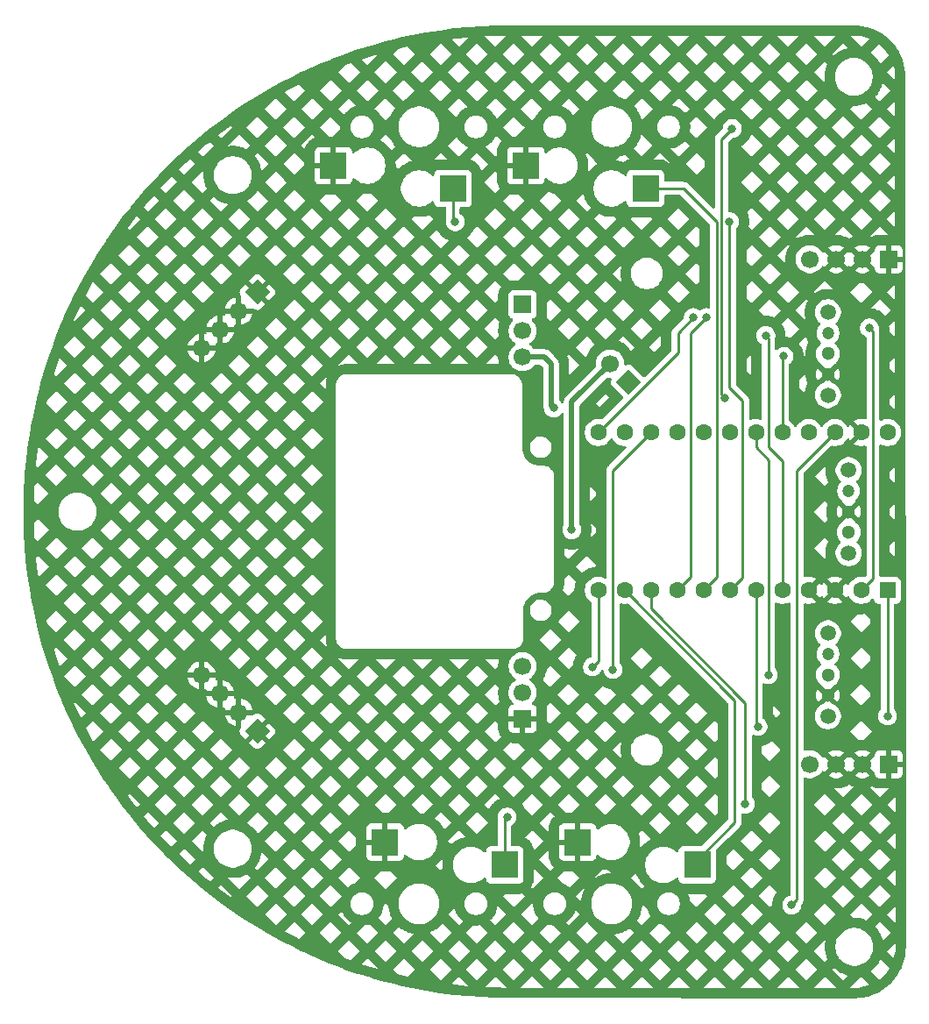
<source format=gbr>
G04 #@! TF.GenerationSoftware,KiCad,Pcbnew,9.0.2*
G04 #@! TF.CreationDate,2025-09-19T14:52:58-04:00*
G04 #@! TF.ProjectId,Trackball,54726163-6b62-4616-9c6c-2e6b69636164,rev?*
G04 #@! TF.SameCoordinates,Original*
G04 #@! TF.FileFunction,Copper,L2,Bot*
G04 #@! TF.FilePolarity,Positive*
%FSLAX46Y46*%
G04 Gerber Fmt 4.6, Leading zero omitted, Abs format (unit mm)*
G04 Created by KiCad (PCBNEW 9.0.2) date 2025-09-19 14:52:58*
%MOMM*%
%LPD*%
G01*
G04 APERTURE LIST*
G04 Aperture macros list*
%AMRotRect*
0 Rectangle, with rotation*
0 The origin of the aperture is its center*
0 $1 length*
0 $2 width*
0 $3 Rotation angle, in degrees counterclockwise*
0 Add horizontal line*
21,1,$1,$2,0,0,$3*%
G04 Aperture macros list end*
G04 #@! TA.AperFunction,ComponentPad*
%ADD10R,1.700000X1.700000*%
G04 #@! TD*
G04 #@! TA.AperFunction,ComponentPad*
%ADD11C,1.700000*%
G04 #@! TD*
G04 #@! TA.AperFunction,SMDPad,CuDef*
%ADD12R,2.600000X2.600000*%
G04 #@! TD*
G04 #@! TA.AperFunction,ComponentPad*
%ADD13RotRect,1.700000X1.700000X225.000000*%
G04 #@! TD*
G04 #@! TA.AperFunction,ComponentPad*
%ADD14C,1.300000*%
G04 #@! TD*
G04 #@! TA.AperFunction,ComponentPad*
%ADD15C,1.200000*%
G04 #@! TD*
G04 #@! TA.AperFunction,ComponentPad*
%ADD16C,1.500000*%
G04 #@! TD*
G04 #@! TA.AperFunction,ComponentPad*
%ADD17RotRect,1.700000X1.700000X315.000000*%
G04 #@! TD*
G04 #@! TA.AperFunction,ComponentPad*
%ADD18R,1.600000X1.600000*%
G04 #@! TD*
G04 #@! TA.AperFunction,ComponentPad*
%ADD19C,1.600000*%
G04 #@! TD*
G04 #@! TA.AperFunction,ViaPad*
%ADD20C,0.800000*%
G04 #@! TD*
G04 #@! TA.AperFunction,Conductor*
%ADD21C,0.500000*%
G04 #@! TD*
G04 #@! TA.AperFunction,Conductor*
%ADD22C,0.250000*%
G04 #@! TD*
G04 APERTURE END LIST*
D10*
X165768000Y-125984000D03*
D11*
X163228000Y-125984000D03*
X160688000Y-125984000D03*
X158148000Y-125984000D03*
D10*
X165768000Y-77216000D03*
D11*
X163228000Y-77216000D03*
X160688000Y-77216000D03*
X158148000Y-77216000D03*
D12*
X135725000Y-133514000D03*
X147275000Y-135714000D03*
X117125000Y-133514000D03*
X128675000Y-135714000D03*
D13*
X104773949Y-122786051D03*
D11*
X102977898Y-120990000D03*
X101181847Y-119193949D03*
X99385795Y-117397897D03*
D10*
X130400000Y-121600000D03*
D11*
X130400000Y-119060000D03*
X130400000Y-116520000D03*
D14*
X161900000Y-103600000D03*
X161900000Y-101600000D03*
D15*
X161900000Y-99600000D03*
D16*
X161900000Y-105600000D03*
X161900000Y-97600000D03*
D12*
X142275000Y-70386000D03*
X130725000Y-68186000D03*
D10*
X130400000Y-81600000D03*
D11*
X130400000Y-84140000D03*
X130400000Y-86680000D03*
D17*
X104780000Y-80420000D03*
D11*
X102983949Y-82216051D03*
X101187898Y-84012102D03*
X99391846Y-85808154D03*
D14*
X159900000Y-88350000D03*
X159900000Y-86350000D03*
D15*
X159900000Y-84350000D03*
D16*
X159900000Y-90350000D03*
X159900000Y-82350000D03*
D12*
X123675000Y-70386000D03*
X112125000Y-68186000D03*
D13*
X140650000Y-89100000D03*
D11*
X138853949Y-87303949D03*
D14*
X159900000Y-119350000D03*
X159900000Y-117350000D03*
D15*
X159900000Y-115350000D03*
D16*
X159900000Y-121350000D03*
X159900000Y-113350000D03*
D18*
X165660000Y-109200000D03*
D19*
X163120000Y-109200000D03*
X160580000Y-109200000D03*
X158040000Y-109200000D03*
X155500000Y-109200000D03*
X152960000Y-109200000D03*
X150420000Y-109200000D03*
X147880000Y-109200000D03*
X145340000Y-109200000D03*
X142800000Y-109200000D03*
X140260000Y-109200000D03*
X137720000Y-109200000D03*
X137720000Y-93960000D03*
X140260000Y-93960000D03*
X142800000Y-93960000D03*
X145340000Y-93960000D03*
X147880000Y-93960000D03*
X150420000Y-93960000D03*
X152960000Y-93960000D03*
X155500000Y-93960000D03*
X158040000Y-93960000D03*
X160580000Y-93960000D03*
X163120000Y-93960000D03*
X165660000Y-93960000D03*
D20*
X133400000Y-91600000D03*
X153150000Y-122350000D03*
X163900000Y-83850000D03*
X165660000Y-121340000D03*
X148150000Y-82850000D03*
X128900000Y-131100000D03*
X151900000Y-129850000D03*
X137150000Y-116600000D03*
X135150000Y-103350000D03*
X123900000Y-73600000D03*
X150400000Y-73600000D03*
X156400000Y-139600000D03*
X153900000Y-84600000D03*
X146900000Y-82850000D03*
X150650000Y-64600000D03*
X149900000Y-90600000D03*
X139134000Y-116850000D03*
X154150000Y-117350000D03*
X155650000Y-86600000D03*
D21*
X133150000Y-87350000D02*
X133150000Y-91350000D01*
X130400000Y-86680000D02*
X132480000Y-86680000D01*
X132480000Y-86680000D02*
X133150000Y-87350000D01*
X133150000Y-91350000D02*
X133400000Y-91600000D01*
D22*
X152960000Y-109200000D02*
X152960000Y-122160000D01*
X152960000Y-122160000D02*
X153150000Y-122350000D01*
X164246000Y-84196000D02*
X164246000Y-108074000D01*
X163900000Y-83850000D02*
X164246000Y-84196000D01*
X164246000Y-108074000D02*
X163120000Y-109200000D01*
X165660000Y-109200000D02*
X165660000Y-121340000D01*
X145340000Y-109200000D02*
X146650000Y-107890000D01*
X146650000Y-84350000D02*
X148150000Y-82850000D01*
X146650000Y-107890000D02*
X146650000Y-84350000D01*
X145936000Y-70386000D02*
X149150000Y-73600000D01*
X142275000Y-70386000D02*
X145936000Y-70386000D01*
X149150000Y-73600000D02*
X149150000Y-107930000D01*
X149150000Y-107930000D02*
X147880000Y-109200000D01*
X128675000Y-135714000D02*
X128675000Y-131325000D01*
X128675000Y-131325000D02*
X128900000Y-131100000D01*
X142800000Y-110975000D02*
X151900000Y-120075000D01*
X151900000Y-120075000D02*
X151900000Y-129850000D01*
X142800000Y-109200000D02*
X142800000Y-110975000D01*
X147275000Y-135225000D02*
X150900000Y-131600000D01*
X150900000Y-131600000D02*
X150900000Y-119840000D01*
X147275000Y-135714000D02*
X147275000Y-135225000D01*
X150900000Y-119840000D02*
X140260000Y-109200000D01*
X137720000Y-116030000D02*
X137150000Y-116600000D01*
X137720000Y-109200000D02*
X137720000Y-116030000D01*
D21*
X138853949Y-87303949D02*
X135150000Y-91007898D01*
X135150000Y-91007898D02*
X135150000Y-103350000D01*
D22*
X150420000Y-109200000D02*
X151650000Y-107970000D01*
X151650000Y-90850000D02*
X150400000Y-89600000D01*
X151650000Y-107970000D02*
X151650000Y-90850000D01*
X123675000Y-73375000D02*
X123900000Y-73600000D01*
X123675000Y-70386000D02*
X123675000Y-73375000D01*
X150400000Y-89600000D02*
X150400000Y-73600000D01*
X156900000Y-97640000D02*
X160580000Y-93960000D01*
X156400000Y-139600000D02*
X156900000Y-139100000D01*
X156900000Y-139100000D02*
X156900000Y-97640000D01*
X155500000Y-96700000D02*
X155500000Y-109200000D01*
X154150000Y-95350000D02*
X155500000Y-96700000D01*
X154150000Y-84850000D02*
X154150000Y-95350000D01*
X153900000Y-84600000D02*
X154150000Y-84850000D01*
X137720000Y-93960000D02*
X145427562Y-86252438D01*
X145427562Y-84322438D02*
X146900000Y-82850000D01*
X145427562Y-86252438D02*
X145427562Y-84322438D01*
X150650000Y-64600000D02*
X149600000Y-65650000D01*
X149600000Y-90300000D02*
X149900000Y-90600000D01*
X149600000Y-65650000D02*
X149600000Y-90300000D01*
X139134000Y-97626000D02*
X139134000Y-116850000D01*
X142800000Y-93960000D02*
X139134000Y-97626000D01*
X152960000Y-95410000D02*
X154150000Y-96600000D01*
X154150000Y-96600000D02*
X154150000Y-117350000D01*
X152960000Y-93960000D02*
X152960000Y-95410000D01*
X155650000Y-86600000D02*
X155500000Y-86750000D01*
X155500000Y-86750000D02*
X155500000Y-93960000D01*
G04 #@! TA.AperFunction,Conductor*
G36*
X162607482Y-94172292D02*
G01*
X162679890Y-94297708D01*
X162782292Y-94400110D01*
X162907708Y-94472518D01*
X162954225Y-94484982D01*
X162391626Y-95047581D01*
X162391626Y-95047583D01*
X162434454Y-95078699D01*
X162617900Y-95172170D01*
X162617906Y-95172173D01*
X162813705Y-95235791D01*
X162813701Y-95235791D01*
X163017061Y-95268000D01*
X163222939Y-95268000D01*
X163426294Y-95235791D01*
X163447563Y-95228881D01*
X163518530Y-95226853D01*
X163579329Y-95263515D01*
X163610654Y-95327227D01*
X163612500Y-95348714D01*
X163612500Y-107759404D01*
X163592498Y-107827525D01*
X163575594Y-107848501D01*
X163535656Y-107888438D01*
X163473344Y-107922462D01*
X163426851Y-107923790D01*
X163374297Y-107915466D01*
X163222981Y-107891500D01*
X163017019Y-107891500D01*
X162813592Y-107923720D01*
X162813590Y-107923720D01*
X162813587Y-107923721D01*
X162617714Y-107987364D01*
X162617708Y-107987367D01*
X162434193Y-108080873D01*
X162267567Y-108201934D01*
X162267564Y-108201936D01*
X162121936Y-108347564D01*
X162121934Y-108347567D01*
X162000872Y-108514193D01*
X161961987Y-108590511D01*
X161913238Y-108642126D01*
X161844323Y-108659192D01*
X161777122Y-108636291D01*
X161737453Y-108590511D01*
X161698699Y-108514454D01*
X161667583Y-108471626D01*
X161667582Y-108471626D01*
X161104982Y-109034226D01*
X161092518Y-108987708D01*
X161020110Y-108862292D01*
X160917708Y-108759890D01*
X160792292Y-108687482D01*
X160745772Y-108675016D01*
X161308372Y-108112416D01*
X161265541Y-108081298D01*
X161265540Y-108081297D01*
X161082099Y-107987829D01*
X161082093Y-107987826D01*
X160886294Y-107924208D01*
X160886298Y-107924208D01*
X160682939Y-107892000D01*
X160477061Y-107892000D01*
X160273703Y-107924208D01*
X160077906Y-107987826D01*
X160077900Y-107987829D01*
X159894452Y-108081301D01*
X159851625Y-108112416D01*
X160414226Y-108675017D01*
X160367708Y-108687482D01*
X160242292Y-108759890D01*
X160139890Y-108862292D01*
X160067482Y-108987708D01*
X160055017Y-109034226D01*
X159492416Y-108471625D01*
X159461301Y-108514453D01*
X159461299Y-108514455D01*
X159422266Y-108591062D01*
X159373518Y-108642677D01*
X159304603Y-108659742D01*
X159237401Y-108636841D01*
X159197733Y-108591061D01*
X159158699Y-108514454D01*
X159127583Y-108471626D01*
X159127582Y-108471626D01*
X158564982Y-109034226D01*
X158552518Y-108987708D01*
X158480110Y-108862292D01*
X158377708Y-108759890D01*
X158252292Y-108687482D01*
X158205772Y-108675017D01*
X158768372Y-108112417D01*
X158768372Y-108112416D01*
X158725541Y-108081298D01*
X158725540Y-108081297D01*
X158542099Y-107987829D01*
X158542093Y-107987826D01*
X158346294Y-107924208D01*
X158346298Y-107924208D01*
X158142939Y-107892000D01*
X157937061Y-107892000D01*
X157733705Y-107924208D01*
X157698434Y-107935668D01*
X157627467Y-107937694D01*
X157566669Y-107901031D01*
X157535345Y-107837318D01*
X157533500Y-107815834D01*
X157533500Y-105135533D01*
X158535558Y-105135533D01*
X159597633Y-106197608D01*
X159695602Y-106099638D01*
X159690710Y-106075039D01*
X159689840Y-106070171D01*
X159652721Y-105835810D01*
X159652043Y-105830909D01*
X159648600Y-105801819D01*
X159648116Y-105796896D01*
X159645040Y-105757817D01*
X159644748Y-105752879D01*
X159643597Y-105723597D01*
X159643500Y-105718648D01*
X159643500Y-105481352D01*
X159643597Y-105476403D01*
X159644748Y-105447121D01*
X159645040Y-105442183D01*
X159648116Y-105403104D01*
X159648600Y-105398181D01*
X159652043Y-105369091D01*
X159652721Y-105364190D01*
X159689840Y-105129829D01*
X159690710Y-105124961D01*
X159696422Y-105096242D01*
X159697481Y-105091415D01*
X159706630Y-105053296D01*
X159707881Y-105048501D01*
X159715839Y-105020284D01*
X159717275Y-105015549D01*
X159790604Y-104789866D01*
X159792225Y-104785191D01*
X159802363Y-104757711D01*
X159804164Y-104753108D01*
X159819164Y-104716891D01*
X159821149Y-104712353D01*
X159833419Y-104685738D01*
X159835578Y-104681287D01*
X159933112Y-104489865D01*
X159928255Y-104480333D01*
X159926096Y-104475882D01*
X159913832Y-104449280D01*
X159911850Y-104444748D01*
X159896848Y-104408532D01*
X159895044Y-104403922D01*
X159884901Y-104376428D01*
X159883280Y-104371756D01*
X159877190Y-104353014D01*
X159597634Y-104073458D01*
X158535558Y-105135533D01*
X157533500Y-105135533D01*
X157533500Y-101599999D01*
X158535558Y-101599999D01*
X159597633Y-102662074D01*
X159884876Y-102374830D01*
X159883741Y-102371554D01*
X159815300Y-102160916D01*
X159813863Y-102156179D01*
X159805906Y-102127963D01*
X159804656Y-102123171D01*
X159795507Y-102085053D01*
X159794448Y-102080226D01*
X159788736Y-102051508D01*
X159787866Y-102046639D01*
X159753222Y-101827905D01*
X159752545Y-101823008D01*
X159749101Y-101793919D01*
X159748616Y-101788992D01*
X159745540Y-101749913D01*
X159745248Y-101744975D01*
X159744097Y-101715691D01*
X159744000Y-101710742D01*
X159744000Y-101489258D01*
X159744097Y-101484309D01*
X159745248Y-101455025D01*
X159745540Y-101450087D01*
X159748616Y-101411008D01*
X159749101Y-101406081D01*
X159752545Y-101376992D01*
X159753222Y-101372095D01*
X159787866Y-101153361D01*
X159788736Y-101148492D01*
X159794448Y-101119774D01*
X159795507Y-101114947D01*
X159804656Y-101076829D01*
X159805906Y-101072037D01*
X159813863Y-101043821D01*
X159815300Y-101039084D01*
X159883741Y-100828446D01*
X159884877Y-100825167D01*
X159597633Y-100537924D01*
X158535558Y-101599999D01*
X157533500Y-101599999D01*
X157533500Y-98188096D01*
X158659189Y-98188096D01*
X159597633Y-99126540D01*
X159961488Y-98762684D01*
X159959950Y-98760060D01*
X159945638Y-98734504D01*
X159943306Y-98730141D01*
X159835578Y-98518713D01*
X159833419Y-98514262D01*
X159821149Y-98487647D01*
X159819164Y-98483109D01*
X159804164Y-98446892D01*
X159802363Y-98442289D01*
X159792225Y-98414809D01*
X159790604Y-98410134D01*
X159717275Y-98184451D01*
X159715839Y-98179716D01*
X159707881Y-98151499D01*
X159706630Y-98146704D01*
X159697481Y-98108585D01*
X159696422Y-98103758D01*
X159690710Y-98075039D01*
X159689840Y-98070171D01*
X159652721Y-97835810D01*
X159652043Y-97830909D01*
X159648600Y-97801819D01*
X159648116Y-97796896D01*
X159645040Y-97757817D01*
X159644748Y-97752879D01*
X159643597Y-97723597D01*
X159643500Y-97718648D01*
X159643500Y-97500954D01*
X160641500Y-97500954D01*
X160641500Y-97699046D01*
X160672488Y-97894700D01*
X160733702Y-98083097D01*
X160823634Y-98259598D01*
X160823636Y-98259601D01*
X160940071Y-98419860D01*
X161080135Y-98559924D01*
X161080138Y-98559926D01*
X161080142Y-98559930D01*
X161130072Y-98596206D01*
X161173425Y-98652429D01*
X161179500Y-98723165D01*
X161146368Y-98785957D01*
X161145106Y-98787237D01*
X161054483Y-98877860D01*
X160951928Y-99019015D01*
X160872713Y-99174482D01*
X160872710Y-99174488D01*
X160818796Y-99340422D01*
X160818795Y-99340426D01*
X160791500Y-99512759D01*
X160791500Y-99687241D01*
X160818795Y-99859574D01*
X160818796Y-99859577D01*
X160867173Y-100008471D01*
X160872712Y-100025516D01*
X160951926Y-100180981D01*
X161054483Y-100322139D01*
X161054485Y-100322141D01*
X161054487Y-100322144D01*
X161177858Y-100445515D01*
X161229431Y-100482985D01*
X161272785Y-100539208D01*
X161280981Y-100594810D01*
X161279013Y-100619804D01*
X161859209Y-101200000D01*
X161847339Y-101200000D01*
X161745606Y-101227259D01*
X161654394Y-101279920D01*
X161579920Y-101354394D01*
X161527259Y-101445606D01*
X161500000Y-101547339D01*
X161500000Y-101559209D01*
X160919804Y-100979013D01*
X160919803Y-100979014D01*
X160909591Y-100993072D01*
X160826840Y-101155480D01*
X160826837Y-101155486D01*
X160770515Y-101328828D01*
X160742000Y-101508866D01*
X160742000Y-101691133D01*
X160770515Y-101871171D01*
X160826837Y-102044513D01*
X160826840Y-102044519D01*
X160909588Y-102206923D01*
X160919803Y-102220984D01*
X161500000Y-101640788D01*
X161500000Y-101652661D01*
X161527259Y-101754394D01*
X161579920Y-101845606D01*
X161654394Y-101920080D01*
X161745606Y-101972741D01*
X161847339Y-102000000D01*
X161859210Y-102000000D01*
X161266780Y-102592428D01*
X161261784Y-102616213D01*
X161224830Y-102658554D01*
X161145288Y-102716345D01*
X161145282Y-102716350D01*
X161016350Y-102845282D01*
X161016348Y-102845285D01*
X160909164Y-102992810D01*
X160826374Y-103155293D01*
X160770027Y-103328711D01*
X160770026Y-103328716D01*
X160770026Y-103328717D01*
X160741500Y-103508824D01*
X160741500Y-103691176D01*
X160765032Y-103839749D01*
X160770027Y-103871288D01*
X160826374Y-104044706D01*
X160826375Y-104044709D01*
X160826376Y-104044710D01*
X160892458Y-104174403D01*
X160909164Y-104207189D01*
X160921078Y-104223587D01*
X161016346Y-104354712D01*
X161016348Y-104354714D01*
X161016350Y-104354717D01*
X161104151Y-104442518D01*
X161138177Y-104504830D01*
X161133112Y-104575645D01*
X161090565Y-104632481D01*
X161089119Y-104633547D01*
X161080144Y-104640067D01*
X161080136Y-104640074D01*
X160940071Y-104780139D01*
X160823636Y-104940398D01*
X160733703Y-105116901D01*
X160733702Y-105116903D01*
X160689125Y-105254098D01*
X160672488Y-105305300D01*
X160641500Y-105500954D01*
X160641500Y-105699046D01*
X160672488Y-105894700D01*
X160733702Y-106083097D01*
X160823634Y-106259598D01*
X160823636Y-106259601D01*
X160940071Y-106419860D01*
X161080139Y-106559928D01*
X161080142Y-106559930D01*
X161240402Y-106676366D01*
X161416903Y-106766298D01*
X161605300Y-106827512D01*
X161800954Y-106858500D01*
X161800957Y-106858500D01*
X161999043Y-106858500D01*
X161999046Y-106858500D01*
X162194700Y-106827512D01*
X162383097Y-106766298D01*
X162559598Y-106676366D01*
X162719858Y-106559930D01*
X162859930Y-106419858D01*
X162976366Y-106259598D01*
X163066298Y-106083097D01*
X163127512Y-105894700D01*
X163158500Y-105699046D01*
X163158500Y-105500954D01*
X163127512Y-105305300D01*
X163066298Y-105116903D01*
X162976366Y-104940402D01*
X162859930Y-104780142D01*
X162859928Y-104780139D01*
X162719863Y-104640074D01*
X162719859Y-104640071D01*
X162719858Y-104640070D01*
X162710881Y-104633548D01*
X162667529Y-104577328D01*
X162661452Y-104506592D01*
X162694583Y-104443800D01*
X162695777Y-104442588D01*
X162783654Y-104354712D01*
X162890838Y-104207186D01*
X162973624Y-104044710D01*
X163029974Y-103871283D01*
X163058500Y-103691176D01*
X163058500Y-103508824D01*
X163029974Y-103328717D01*
X162973624Y-103155290D01*
X162890838Y-102992814D01*
X162783654Y-102845288D01*
X162783651Y-102845285D01*
X162783649Y-102845282D01*
X162654718Y-102716351D01*
X162654714Y-102716348D01*
X162654712Y-102716346D01*
X162575167Y-102658553D01*
X162531815Y-102602331D01*
X162529859Y-102589068D01*
X161940791Y-102000000D01*
X161952661Y-102000000D01*
X162054394Y-101972741D01*
X162145606Y-101920080D01*
X162220080Y-101845606D01*
X162272741Y-101754394D01*
X162300000Y-101652661D01*
X162300000Y-101640791D01*
X162880193Y-102220984D01*
X162880195Y-102220984D01*
X162890408Y-102206928D01*
X162973159Y-102044519D01*
X162973162Y-102044513D01*
X163029484Y-101871171D01*
X163058000Y-101691133D01*
X163058000Y-101508866D01*
X163029484Y-101328828D01*
X162973162Y-101155486D01*
X162973159Y-101155480D01*
X162890412Y-100993078D01*
X162880194Y-100979014D01*
X162300000Y-101559208D01*
X162300000Y-101547339D01*
X162272741Y-101445606D01*
X162220080Y-101354394D01*
X162145606Y-101279920D01*
X162054394Y-101227259D01*
X161952661Y-101200000D01*
X161940790Y-101200000D01*
X162520985Y-100619803D01*
X162519018Y-100594809D01*
X162533612Y-100525329D01*
X162570567Y-100482986D01*
X162622139Y-100445517D01*
X162745517Y-100322139D01*
X162848074Y-100180981D01*
X162927288Y-100025516D01*
X162981205Y-99859574D01*
X163008500Y-99687241D01*
X163008500Y-99512759D01*
X162981205Y-99340426D01*
X162927288Y-99174484D01*
X162848074Y-99019019D01*
X162745517Y-98877861D01*
X162745514Y-98877858D01*
X162745512Y-98877855D01*
X162654894Y-98787237D01*
X162620868Y-98724925D01*
X162625933Y-98654110D01*
X162668480Y-98597274D01*
X162669928Y-98596206D01*
X162719858Y-98559930D01*
X162859930Y-98419858D01*
X162976366Y-98259598D01*
X163066298Y-98083097D01*
X163127512Y-97894700D01*
X163158500Y-97699046D01*
X163158500Y-97500954D01*
X163127512Y-97305300D01*
X163066298Y-97116903D01*
X162976366Y-96940402D01*
X162859930Y-96780142D01*
X162859928Y-96780139D01*
X162719860Y-96640071D01*
X162559601Y-96523636D01*
X162559600Y-96523635D01*
X162559598Y-96523634D01*
X162383097Y-96433702D01*
X162194700Y-96372488D01*
X161999046Y-96341500D01*
X161800954Y-96341500D01*
X161605300Y-96372488D01*
X161605297Y-96372488D01*
X161605296Y-96372489D01*
X161416903Y-96433702D01*
X161416901Y-96433703D01*
X161240398Y-96523636D01*
X161080139Y-96640071D01*
X160940071Y-96780139D01*
X160823636Y-96940398D01*
X160733703Y-97116901D01*
X160733702Y-97116903D01*
X160684922Y-97267033D01*
X160672488Y-97305300D01*
X160641500Y-97500954D01*
X159643500Y-97500954D01*
X159643500Y-97481352D01*
X159643597Y-97476403D01*
X159644748Y-97447121D01*
X159645040Y-97442183D01*
X159648116Y-97403104D01*
X159648600Y-97398181D01*
X159652043Y-97369091D01*
X159652721Y-97364190D01*
X159684642Y-97162642D01*
X158659189Y-98188096D01*
X157533500Y-98188096D01*
X157533500Y-97954593D01*
X157553502Y-97886472D01*
X157570400Y-97865503D01*
X160164342Y-95271560D01*
X160226652Y-95237537D01*
X160273146Y-95236208D01*
X160273583Y-95236277D01*
X160273592Y-95236280D01*
X160477019Y-95268500D01*
X160477022Y-95268500D01*
X160682978Y-95268500D01*
X160682981Y-95268500D01*
X160886408Y-95236280D01*
X161082290Y-95172634D01*
X161265803Y-95079129D01*
X161432430Y-94958068D01*
X161578068Y-94812430D01*
X161699129Y-94645803D01*
X161738014Y-94569486D01*
X161786759Y-94517874D01*
X161855674Y-94500807D01*
X161922876Y-94523707D01*
X161962545Y-94569487D01*
X162001294Y-94645535D01*
X162001298Y-94645541D01*
X162032416Y-94688372D01*
X162595016Y-94125771D01*
X162607482Y-94172292D01*
G37*
G04 #@! TD.AperFunction*
G04 #@! TA.AperFunction,Conductor*
G36*
X162405387Y-54625608D02*
G01*
X162437293Y-54626927D01*
X162808229Y-54642262D01*
X162818572Y-54643118D01*
X163216121Y-54692652D01*
X163226345Y-54694358D01*
X163618431Y-54776538D01*
X163628503Y-54779087D01*
X164012466Y-54893353D01*
X164022290Y-54896725D01*
X164395514Y-55042299D01*
X164405031Y-55046473D01*
X164635898Y-55159290D01*
X164764939Y-55222348D01*
X164774096Y-55227301D01*
X164939571Y-55325860D01*
X165118248Y-55432281D01*
X165126964Y-55437972D01*
X165443883Y-55664143D01*
X165453028Y-55670669D01*
X165461245Y-55677061D01*
X165766997Y-55935888D01*
X165774657Y-55942937D01*
X166057980Y-56226101D01*
X166065033Y-56233758D01*
X166324020Y-56539352D01*
X166330417Y-56547565D01*
X166563295Y-56873498D01*
X166568991Y-56882209D01*
X166774179Y-57226271D01*
X166779125Y-57235403D01*
X166955203Y-57595214D01*
X166959389Y-57604746D01*
X167105160Y-57977858D01*
X167108545Y-57987703D01*
X167223020Y-58371583D01*
X167225580Y-58381673D01*
X167307975Y-58773692D01*
X167309693Y-58783959D01*
X167359444Y-59181419D01*
X167360310Y-59191794D01*
X167377166Y-59594075D01*
X167377276Y-59599272D01*
X167377291Y-59625043D01*
X167377312Y-59625173D01*
X167421715Y-143615031D01*
X167421715Y-143615053D01*
X167421717Y-143620704D01*
X167421612Y-143625890D01*
X167405141Y-144029261D01*
X167404285Y-144039649D01*
X167354858Y-144437647D01*
X167353147Y-144447928D01*
X167270993Y-144840486D01*
X167268438Y-144850590D01*
X167154121Y-145235015D01*
X167150740Y-145244874D01*
X167005042Y-145618534D01*
X167000857Y-145628081D01*
X166824766Y-145988436D01*
X166819806Y-145997602D01*
X166614551Y-146342145D01*
X166608851Y-146350872D01*
X166375816Y-146677279D01*
X166369414Y-146685503D01*
X166110192Y-146991542D01*
X166103133Y-146999210D01*
X165819503Y-147282777D01*
X165811833Y-147289835D01*
X165505748Y-147548981D01*
X165497522Y-147555381D01*
X165171066Y-147788343D01*
X165162339Y-147794042D01*
X164817724Y-147999238D01*
X164808555Y-148004195D01*
X164448188Y-148180193D01*
X164438642Y-148184376D01*
X164064938Y-148329997D01*
X164055078Y-148333376D01*
X163670635Y-148447606D01*
X163660530Y-148450159D01*
X163267952Y-148532227D01*
X163257670Y-148533936D01*
X162859651Y-148583276D01*
X162849263Y-148584129D01*
X162446882Y-148600471D01*
X162441670Y-148600575D01*
X129176910Y-148574520D01*
X129176773Y-148574500D01*
X129158285Y-148574500D01*
X129150914Y-148574500D01*
X129149098Y-148574487D01*
X127798094Y-148555015D01*
X127794464Y-148554910D01*
X126445526Y-148496556D01*
X126441901Y-148496347D01*
X125095167Y-148399140D01*
X125091549Y-148398826D01*
X123748232Y-148262855D01*
X123744625Y-148262438D01*
X122405708Y-148087801D01*
X122402114Y-148087279D01*
X121068834Y-147874139D01*
X121065257Y-147873514D01*
X119738695Y-147622043D01*
X119735137Y-147621316D01*
X119235027Y-147511494D01*
X126766199Y-147511494D01*
X127825014Y-147557297D01*
X128830058Y-147571783D01*
X128839902Y-147561940D01*
X130251288Y-147561940D01*
X130266719Y-147577371D01*
X132358366Y-147579010D01*
X132375436Y-147561940D01*
X133786822Y-147561940D01*
X133805025Y-147580143D01*
X135891133Y-147581777D01*
X135910970Y-147561940D01*
X137322356Y-147561940D01*
X137343330Y-147582914D01*
X139423900Y-147584544D01*
X139446504Y-147561940D01*
X140857890Y-147561940D01*
X140881635Y-147585685D01*
X142956667Y-147587311D01*
X142982038Y-147561940D01*
X144393423Y-147561940D01*
X144419940Y-147588457D01*
X146489434Y-147590078D01*
X146517572Y-147561940D01*
X147928957Y-147561940D01*
X147958245Y-147591228D01*
X150022201Y-147592845D01*
X150053107Y-147561939D01*
X151464491Y-147561939D01*
X151496552Y-147593999D01*
X153554968Y-147595612D01*
X153588640Y-147561940D01*
X155000025Y-147561940D01*
X155034856Y-147596771D01*
X157087734Y-147598379D01*
X157124172Y-147561940D01*
X158535559Y-147561940D01*
X158573161Y-147599542D01*
X160620501Y-147601146D01*
X160659706Y-147561940D01*
X162071093Y-147561940D01*
X162111467Y-147602314D01*
X162424409Y-147602559D01*
X162772702Y-147588414D01*
X163099063Y-147547957D01*
X163420978Y-147480661D01*
X163736222Y-147386993D01*
X163940640Y-147307337D01*
X163133168Y-146499865D01*
X162071093Y-147561940D01*
X160659706Y-147561940D01*
X160659708Y-147561938D01*
X159597634Y-146499864D01*
X158535559Y-147561940D01*
X157124172Y-147561940D01*
X157124174Y-147561938D01*
X156062100Y-146499864D01*
X155000025Y-147561940D01*
X153588640Y-147561940D01*
X153588641Y-147561939D01*
X152526566Y-146499864D01*
X151464491Y-147561939D01*
X150053107Y-147561939D01*
X148991032Y-146499864D01*
X147928957Y-147561940D01*
X146517572Y-147561940D01*
X146517573Y-147561939D01*
X145455498Y-146499864D01*
X144393423Y-147561940D01*
X142982038Y-147561940D01*
X142982039Y-147561939D01*
X141919965Y-146499865D01*
X140857890Y-147561940D01*
X139446504Y-147561940D01*
X139446505Y-147561939D01*
X138384431Y-146499865D01*
X137322356Y-147561940D01*
X135910970Y-147561940D01*
X135910971Y-147561939D01*
X134848897Y-146499865D01*
X133786822Y-147561940D01*
X132375436Y-147561940D01*
X132375437Y-147561939D01*
X131313363Y-146499865D01*
X130251288Y-147561940D01*
X128839902Y-147561940D01*
X128839903Y-147561939D01*
X127777829Y-146499865D01*
X126766199Y-147511494D01*
X119235027Y-147511494D01*
X118416313Y-147331708D01*
X118412778Y-147330878D01*
X117993927Y-147226162D01*
X123515996Y-147226162D01*
X123861242Y-147271194D01*
X125143405Y-147400975D01*
X124242294Y-146499864D01*
X123515996Y-147226162D01*
X117993927Y-147226162D01*
X117102864Y-147003389D01*
X117099354Y-147002457D01*
X115799462Y-146637365D01*
X115795980Y-146636333D01*
X114507110Y-146233921D01*
X114503660Y-146232789D01*
X113229161Y-145794173D01*
X117876919Y-145794173D01*
X118375614Y-146292868D01*
X118642631Y-146359625D01*
X119292834Y-146502406D01*
X120001068Y-145794173D01*
X121412453Y-145794173D01*
X122474528Y-146856248D01*
X123536603Y-145794173D01*
X124947987Y-145794173D01*
X126010062Y-146856248D01*
X127072137Y-145794173D01*
X128483521Y-145794173D01*
X129545596Y-146856248D01*
X130607671Y-145794173D01*
X132019055Y-145794173D01*
X133081130Y-146856248D01*
X134143205Y-145794173D01*
X135554589Y-145794173D01*
X136616664Y-146856248D01*
X137678739Y-145794173D01*
X139090123Y-145794173D01*
X140152198Y-146856248D01*
X141214273Y-145794173D01*
X142625656Y-145794173D01*
X143687731Y-146856248D01*
X144749807Y-145794173D01*
X146161190Y-145794173D01*
X147223265Y-146856248D01*
X148285341Y-145794173D01*
X149696724Y-145794173D01*
X150758799Y-146856248D01*
X151820875Y-145794173D01*
X153232258Y-145794173D01*
X154294333Y-146856248D01*
X155356408Y-145794173D01*
X156767792Y-145794173D01*
X157829867Y-146856248D01*
X158891942Y-145794173D01*
X160303326Y-145794173D01*
X161365401Y-146856248D01*
X161836171Y-146385477D01*
X161585073Y-146318196D01*
X161581106Y-146317063D01*
X161557735Y-146309973D01*
X161553812Y-146308712D01*
X161522880Y-146298212D01*
X161518995Y-146296822D01*
X161496152Y-146288224D01*
X161492320Y-146286710D01*
X161241077Y-146182641D01*
X161237299Y-146181003D01*
X161215089Y-146170941D01*
X161211367Y-146169181D01*
X161182071Y-146154737D01*
X161178397Y-146152850D01*
X161156837Y-146141327D01*
X161153229Y-146139322D01*
X160917699Y-146003340D01*
X160914164Y-146001222D01*
X160893452Y-145988343D01*
X160889992Y-145986112D01*
X160874170Y-145975542D01*
X164020229Y-145975542D01*
X164841883Y-146797196D01*
X164888419Y-146763988D01*
X165139428Y-146551471D01*
X165371990Y-146318962D01*
X165584549Y-146068013D01*
X165775628Y-145800372D01*
X165847897Y-145679060D01*
X165002930Y-144834093D01*
X165002103Y-144836001D01*
X164992041Y-144858211D01*
X164990281Y-144861933D01*
X164975837Y-144891229D01*
X164973950Y-144894903D01*
X164962427Y-144916463D01*
X164960422Y-144920071D01*
X164824440Y-145155601D01*
X164822322Y-145159136D01*
X164809443Y-145179848D01*
X164807212Y-145183308D01*
X164789065Y-145210471D01*
X164786718Y-145213863D01*
X164772481Y-145233733D01*
X164770020Y-145237051D01*
X164604459Y-145452811D01*
X164601899Y-145456036D01*
X164586432Y-145474884D01*
X164583769Y-145478024D01*
X164562234Y-145502584D01*
X164559460Y-145505644D01*
X164542750Y-145523486D01*
X164539880Y-145526451D01*
X164347551Y-145718780D01*
X164344586Y-145721650D01*
X164326744Y-145738360D01*
X164323684Y-145741134D01*
X164299124Y-145762669D01*
X164295984Y-145765332D01*
X164277136Y-145780799D01*
X164273911Y-145783359D01*
X164058151Y-145948920D01*
X164054833Y-145951381D01*
X164034963Y-145965618D01*
X164031571Y-145967965D01*
X164020229Y-145975542D01*
X160874170Y-145975542D01*
X160862829Y-145967965D01*
X160859437Y-145965618D01*
X160839567Y-145951381D01*
X160836249Y-145948920D01*
X160620489Y-145783359D01*
X160617264Y-145780799D01*
X160598416Y-145765332D01*
X160595276Y-145762669D01*
X160570716Y-145741134D01*
X160567656Y-145738360D01*
X160549814Y-145721650D01*
X160546849Y-145718780D01*
X160462784Y-145634715D01*
X160303326Y-145794173D01*
X158891942Y-145794173D01*
X157829867Y-144732097D01*
X156767792Y-145794173D01*
X155356408Y-145794173D01*
X154294333Y-144732097D01*
X153232258Y-145794173D01*
X151820875Y-145794173D01*
X150758799Y-144732097D01*
X149696724Y-145794173D01*
X148285341Y-145794173D01*
X147223265Y-144732097D01*
X146161190Y-145794173D01*
X144749807Y-145794173D01*
X143687731Y-144732097D01*
X142625656Y-145794173D01*
X141214273Y-145794173D01*
X140152198Y-144732098D01*
X139090123Y-145794173D01*
X137678739Y-145794173D01*
X136616664Y-144732098D01*
X135554589Y-145794173D01*
X134143205Y-145794173D01*
X133081130Y-144732098D01*
X132019055Y-145794173D01*
X130607671Y-145794173D01*
X129545596Y-144732098D01*
X128483521Y-145794173D01*
X127072137Y-145794173D01*
X126010062Y-144732097D01*
X124947987Y-145794173D01*
X123536603Y-145794173D01*
X122474528Y-144732097D01*
X121412453Y-145794173D01*
X120001068Y-145794173D01*
X120001069Y-145794172D01*
X118938994Y-144732097D01*
X117876919Y-145794173D01*
X113229161Y-145794173D01*
X113226944Y-145793410D01*
X113223527Y-145792179D01*
X113080663Y-145738360D01*
X112518147Y-145526451D01*
X111959979Y-145316180D01*
X111956600Y-145314851D01*
X111903568Y-145293108D01*
X114842449Y-145293108D01*
X116081428Y-145679943D01*
X116456708Y-145785345D01*
X115403461Y-144732098D01*
X114842449Y-145293108D01*
X111903568Y-145293108D01*
X110707311Y-144802643D01*
X110703971Y-144801217D01*
X109469955Y-144253218D01*
X109466657Y-144251696D01*
X109454739Y-144245987D01*
X109002323Y-144029261D01*
X108996363Y-144026406D01*
X112573618Y-144026406D01*
X113302777Y-144755565D01*
X113563603Y-144853823D01*
X113791814Y-144932360D01*
X114697769Y-144026406D01*
X116109151Y-144026406D01*
X117171227Y-145088481D01*
X118233302Y-144026406D01*
X119644685Y-144026406D01*
X120706761Y-145088481D01*
X121768836Y-144026406D01*
X123180219Y-144026406D01*
X124242295Y-145088481D01*
X125304370Y-144026406D01*
X126715753Y-144026406D01*
X127777829Y-145088481D01*
X128839904Y-144026406D01*
X130251287Y-144026406D01*
X131313363Y-145088481D01*
X132375438Y-144026406D01*
X133786821Y-144026406D01*
X134848897Y-145088481D01*
X135910972Y-144026406D01*
X137322355Y-144026406D01*
X138384431Y-145088481D01*
X139446506Y-144026406D01*
X140857889Y-144026406D01*
X141919965Y-145088481D01*
X142982040Y-144026406D01*
X144393423Y-144026406D01*
X145455498Y-145088481D01*
X146517574Y-144026406D01*
X147928957Y-144026406D01*
X148991032Y-145088481D01*
X150053108Y-144026406D01*
X151464491Y-144026406D01*
X152526566Y-145088481D01*
X153588642Y-144026406D01*
X155000024Y-144026406D01*
X156062100Y-145088481D01*
X157124175Y-144026406D01*
X158535558Y-144026406D01*
X159597633Y-145088481D01*
X159879889Y-144806224D01*
X159786590Y-144580980D01*
X159785076Y-144577148D01*
X159776478Y-144554305D01*
X159775088Y-144550420D01*
X159764588Y-144519488D01*
X159763327Y-144515565D01*
X159756237Y-144492194D01*
X159755104Y-144488227D01*
X159684717Y-144225540D01*
X159683717Y-144221546D01*
X159678178Y-144197795D01*
X159677308Y-144193768D01*
X159670933Y-144161731D01*
X159670193Y-144157668D01*
X159666211Y-144133552D01*
X159665606Y-144129471D01*
X159630108Y-143859831D01*
X159629637Y-143855740D01*
X159627245Y-143831464D01*
X159626908Y-143827356D01*
X159624770Y-143794762D01*
X159624568Y-143790640D01*
X159623768Y-143766218D01*
X159623700Y-143762093D01*
X159623700Y-143506447D01*
X160621700Y-143506447D01*
X160621700Y-143745752D01*
X160652933Y-143982994D01*
X160652934Y-143983000D01*
X160652935Y-143983002D01*
X160714870Y-144214147D01*
X160806446Y-144435230D01*
X160806447Y-144435231D01*
X160806452Y-144435242D01*
X160926095Y-144642471D01*
X160965392Y-144693683D01*
X161049000Y-144802643D01*
X161071772Y-144832319D01*
X161071785Y-144832333D01*
X161240966Y-145001514D01*
X161240980Y-145001527D01*
X161240982Y-145001529D01*
X161316897Y-145059781D01*
X161430828Y-145147204D01*
X161638057Y-145266847D01*
X161638061Y-145266848D01*
X161638070Y-145266854D01*
X161859153Y-145358430D01*
X162090298Y-145420365D01*
X162090304Y-145420365D01*
X162090305Y-145420366D01*
X162117528Y-145423949D01*
X162327550Y-145451600D01*
X162327557Y-145451600D01*
X162566843Y-145451600D01*
X162566850Y-145451600D01*
X162804102Y-145420365D01*
X163035247Y-145358430D01*
X163256330Y-145266854D01*
X163463570Y-145147205D01*
X163653418Y-145001529D01*
X163822629Y-144832318D01*
X163968305Y-144642470D01*
X164087954Y-144435230D01*
X164179530Y-144214147D01*
X164229835Y-144026405D01*
X165606627Y-144026405D01*
X166273904Y-144693683D01*
X166301551Y-144600711D01*
X166368915Y-144278829D01*
X166409443Y-143952481D01*
X166423707Y-143603160D01*
X166423499Y-143209533D01*
X165606627Y-144026405D01*
X164229835Y-144026405D01*
X164241465Y-143983002D01*
X164272700Y-143745750D01*
X164272700Y-143506450D01*
X164241465Y-143269198D01*
X164179530Y-143038053D01*
X164087954Y-142816970D01*
X164087948Y-142816961D01*
X164087947Y-142816957D01*
X163968304Y-142609728D01*
X163850413Y-142456091D01*
X163822629Y-142419882D01*
X163822627Y-142419880D01*
X163822614Y-142419866D01*
X163653433Y-142250685D01*
X163653419Y-142250672D01*
X163463571Y-142104995D01*
X163256342Y-141985352D01*
X163256334Y-141985348D01*
X163256330Y-141985346D01*
X163035247Y-141893770D01*
X162804102Y-141831835D01*
X162804100Y-141831834D01*
X162804094Y-141831833D01*
X162566852Y-141800600D01*
X162566850Y-141800600D01*
X162327550Y-141800600D01*
X162327547Y-141800600D01*
X162090305Y-141831833D01*
X162090298Y-141831835D01*
X161859153Y-141893770D01*
X161770142Y-141930640D01*
X161638068Y-141985347D01*
X161638057Y-141985352D01*
X161430828Y-142104995D01*
X161240980Y-142250672D01*
X161240966Y-142250685D01*
X161071785Y-142419866D01*
X161071772Y-142419880D01*
X160926095Y-142609728D01*
X160806452Y-142816957D01*
X160806447Y-142816968D01*
X160714870Y-143038053D01*
X160652933Y-143269205D01*
X160621700Y-143506447D01*
X159623700Y-143506447D01*
X159623700Y-143490107D01*
X159623768Y-143485982D01*
X159624568Y-143461560D01*
X159624770Y-143457438D01*
X159626908Y-143424844D01*
X159627245Y-143420736D01*
X159629637Y-143396460D01*
X159630108Y-143392369D01*
X159665606Y-143122729D01*
X159666211Y-143118648D01*
X159670193Y-143094532D01*
X159670933Y-143090469D01*
X159677308Y-143058432D01*
X159678178Y-143054405D01*
X159679980Y-143046677D01*
X159597634Y-142964331D01*
X158535558Y-144026406D01*
X157124175Y-144026406D01*
X156062100Y-142964330D01*
X155000024Y-144026406D01*
X153588642Y-144026406D01*
X152526566Y-142964330D01*
X151464491Y-144026406D01*
X150053108Y-144026406D01*
X148991032Y-142964330D01*
X147928957Y-144026406D01*
X146517574Y-144026406D01*
X145455498Y-142964330D01*
X144393423Y-144026406D01*
X142982040Y-144026406D01*
X141919965Y-142964331D01*
X140857889Y-144026406D01*
X139446506Y-144026406D01*
X138384431Y-142964331D01*
X137322355Y-144026406D01*
X135910972Y-144026406D01*
X134848897Y-142964331D01*
X133786821Y-144026406D01*
X132375438Y-144026406D01*
X131313363Y-142964331D01*
X130251287Y-144026406D01*
X128839904Y-144026406D01*
X127777829Y-142964331D01*
X126715753Y-144026406D01*
X125304370Y-144026406D01*
X124242295Y-142964330D01*
X123180219Y-144026406D01*
X121768836Y-144026406D01*
X120706761Y-142964330D01*
X119644685Y-144026406D01*
X118233302Y-144026406D01*
X117171227Y-142964330D01*
X116109151Y-144026406D01*
X114697769Y-144026406D01*
X113635693Y-142964330D01*
X112573618Y-144026406D01*
X108996363Y-144026406D01*
X108248950Y-143668364D01*
X108245698Y-143666748D01*
X107045306Y-143048567D01*
X107042102Y-143046858D01*
X105860033Y-142394345D01*
X105856880Y-142392545D01*
X105383559Y-142113176D01*
X107415779Y-142113176D01*
X107513350Y-142167036D01*
X108691471Y-142773748D01*
X108818504Y-142834602D01*
X109394468Y-142258639D01*
X110805851Y-142258639D01*
X111867926Y-143320714D01*
X112930002Y-142258639D01*
X114341385Y-142258639D01*
X115403460Y-143320714D01*
X116465536Y-142258639D01*
X117876919Y-142258639D01*
X118938993Y-143320714D01*
X119876111Y-142383596D01*
X119869355Y-142382707D01*
X119865273Y-142382102D01*
X119841158Y-142378120D01*
X119837096Y-142377380D01*
X119805059Y-142371005D01*
X119801032Y-142370135D01*
X119777281Y-142364596D01*
X119773287Y-142363596D01*
X119492936Y-142288476D01*
X119488969Y-142287343D01*
X119465598Y-142280253D01*
X119461675Y-142278992D01*
X119430743Y-142268492D01*
X119426857Y-142267102D01*
X119404374Y-142258639D01*
X121412453Y-142258639D01*
X122474528Y-143320714D01*
X123536603Y-142258639D01*
X124947987Y-142258639D01*
X126010062Y-143320714D01*
X127072137Y-142258639D01*
X128483520Y-142258639D01*
X129545596Y-143320714D01*
X130607671Y-142258639D01*
X132019055Y-142258639D01*
X133081130Y-143320714D01*
X134143205Y-142258639D01*
X135554588Y-142258639D01*
X136616664Y-143320714D01*
X137517857Y-142419521D01*
X139251005Y-142419521D01*
X140152198Y-143320714D01*
X141214273Y-142258639D01*
X141214272Y-142258638D01*
X142625655Y-142258638D01*
X143687731Y-143320714D01*
X144749807Y-142258639D01*
X146161190Y-142258639D01*
X147223265Y-143320714D01*
X148285341Y-142258639D01*
X149696724Y-142258639D01*
X150758799Y-143320714D01*
X151820875Y-142258639D01*
X153232257Y-142258639D01*
X154294333Y-143320714D01*
X155356408Y-142258639D01*
X156767791Y-142258639D01*
X157829867Y-143320714D01*
X158891942Y-142258639D01*
X158274988Y-141641684D01*
X164455815Y-141641684D01*
X164539880Y-141725749D01*
X164542750Y-141728714D01*
X164559460Y-141746556D01*
X164562234Y-141749616D01*
X164583769Y-141774176D01*
X164586432Y-141777316D01*
X164601899Y-141796164D01*
X164604459Y-141799389D01*
X164770020Y-142015149D01*
X164772481Y-142018467D01*
X164786718Y-142038337D01*
X164789065Y-142041729D01*
X164807212Y-142068892D01*
X164809443Y-142072352D01*
X164822322Y-142093064D01*
X164824440Y-142096599D01*
X164960422Y-142332129D01*
X164962427Y-142335737D01*
X164973950Y-142357297D01*
X164975837Y-142360971D01*
X164990281Y-142390267D01*
X164992041Y-142393989D01*
X165002103Y-142416199D01*
X165003741Y-142419977D01*
X165107810Y-142671220D01*
X165109324Y-142675052D01*
X165117922Y-142697895D01*
X165119312Y-142701780D01*
X165129812Y-142732712D01*
X165131073Y-142736635D01*
X165138163Y-142760006D01*
X165139296Y-142763973D01*
X165206577Y-143015071D01*
X165963010Y-142258639D01*
X164900935Y-141196564D01*
X164455815Y-141641684D01*
X158274988Y-141641684D01*
X157829867Y-141196563D01*
X156767791Y-142258639D01*
X155356408Y-142258639D01*
X154294333Y-141196563D01*
X153232257Y-142258639D01*
X151820875Y-142258639D01*
X150758799Y-141196563D01*
X149696724Y-142258639D01*
X148285341Y-142258639D01*
X147223265Y-141196563D01*
X146161190Y-142258639D01*
X144749807Y-142258639D01*
X143996955Y-141505787D01*
X143990083Y-141504138D01*
X143985291Y-141502888D01*
X143957075Y-141494931D01*
X143952338Y-141493494D01*
X143750173Y-141427806D01*
X143745499Y-141426185D01*
X143718018Y-141416047D01*
X143713414Y-141414246D01*
X143677197Y-141399246D01*
X143672659Y-141397261D01*
X143646044Y-141384991D01*
X143641593Y-141382832D01*
X143548761Y-141335532D01*
X142625655Y-142258638D01*
X141214272Y-142258638D01*
X140784849Y-141829215D01*
X140688618Y-141903058D01*
X140685302Y-141905517D01*
X140665433Y-141919754D01*
X140662040Y-141922102D01*
X140634878Y-141940249D01*
X140631411Y-141942484D01*
X140610700Y-141955361D01*
X140607171Y-141957476D01*
X140355805Y-142102603D01*
X140352199Y-142104607D01*
X140330638Y-142116131D01*
X140326961Y-142118020D01*
X140297664Y-142132464D01*
X140293943Y-142134223D01*
X140271733Y-142144285D01*
X140267955Y-142145923D01*
X139999816Y-142256990D01*
X139995985Y-142258504D01*
X139973143Y-142267102D01*
X139969257Y-142268492D01*
X139938325Y-142278992D01*
X139934402Y-142280253D01*
X139911031Y-142287343D01*
X139907064Y-142288476D01*
X139626713Y-142363596D01*
X139622719Y-142364596D01*
X139598968Y-142370135D01*
X139594941Y-142371005D01*
X139562904Y-142377380D01*
X139558842Y-142378120D01*
X139534727Y-142382102D01*
X139530645Y-142382707D01*
X139251005Y-142419521D01*
X137517857Y-142419521D01*
X137678739Y-142258639D01*
X137350740Y-141930640D01*
X137337960Y-141922102D01*
X137334567Y-141919754D01*
X137314698Y-141905517D01*
X137311382Y-141903058D01*
X137081114Y-141726365D01*
X137077892Y-141723807D01*
X137059043Y-141708340D01*
X137055900Y-141705675D01*
X137031340Y-141684140D01*
X137028280Y-141681366D01*
X137010438Y-141664656D01*
X137007473Y-141661786D01*
X136802214Y-141456527D01*
X136799344Y-141453562D01*
X136782634Y-141435720D01*
X136779860Y-141432660D01*
X136758325Y-141408100D01*
X136755660Y-141404957D01*
X136740193Y-141386108D01*
X136737635Y-141382886D01*
X136604215Y-141209012D01*
X135554588Y-142258639D01*
X134143205Y-142258639D01*
X133447966Y-141563400D01*
X133393713Y-141563400D01*
X133388764Y-141563303D01*
X133359480Y-141562152D01*
X133354542Y-141561860D01*
X133315463Y-141558784D01*
X133310539Y-141558300D01*
X133281451Y-141554857D01*
X133276551Y-141554179D01*
X133066616Y-141520928D01*
X133061748Y-141520058D01*
X133033029Y-141514346D01*
X133028201Y-141513287D01*
X132990083Y-141504138D01*
X132985291Y-141502888D01*
X132957075Y-141494931D01*
X132952337Y-141493494D01*
X132825434Y-141452259D01*
X132019055Y-142258639D01*
X130607671Y-142258639D01*
X129545596Y-141196564D01*
X128483520Y-142258639D01*
X127072137Y-142258639D01*
X126334267Y-141520770D01*
X126333384Y-141520928D01*
X126123449Y-141554179D01*
X126118549Y-141554857D01*
X126089461Y-141558300D01*
X126084537Y-141558784D01*
X126045458Y-141561860D01*
X126040520Y-141562152D01*
X126011236Y-141563303D01*
X126006287Y-141563400D01*
X125793713Y-141563400D01*
X125788764Y-141563303D01*
X125759480Y-141562152D01*
X125754542Y-141561860D01*
X125715463Y-141558784D01*
X125710539Y-141558300D01*
X125681451Y-141554857D01*
X125676551Y-141554179D01*
X125655742Y-141550883D01*
X124947987Y-142258639D01*
X123536603Y-142258639D01*
X122661694Y-141383730D01*
X122659807Y-141386108D01*
X122644340Y-141404957D01*
X122641675Y-141408100D01*
X122620140Y-141432660D01*
X122617366Y-141435720D01*
X122600656Y-141453562D01*
X122597786Y-141456527D01*
X122392527Y-141661786D01*
X122389562Y-141664656D01*
X122371720Y-141681366D01*
X122368660Y-141684140D01*
X122344100Y-141705675D01*
X122340957Y-141708340D01*
X122322108Y-141723807D01*
X122318886Y-141726365D01*
X122088618Y-141903058D01*
X122085302Y-141905517D01*
X122065433Y-141919754D01*
X122062040Y-141922102D01*
X122034878Y-141940249D01*
X122031411Y-141942484D01*
X122010700Y-141955361D01*
X122007171Y-141957476D01*
X121755805Y-142102603D01*
X121752199Y-142104607D01*
X121730638Y-142116131D01*
X121726961Y-142118020D01*
X121697664Y-142132464D01*
X121693943Y-142134223D01*
X121671733Y-142144285D01*
X121667955Y-142145923D01*
X121424205Y-142246886D01*
X121412453Y-142258639D01*
X119404374Y-142258639D01*
X119404015Y-142258504D01*
X119400184Y-142256990D01*
X119132045Y-142145923D01*
X119128267Y-142144285D01*
X119106057Y-142134223D01*
X119102336Y-142132464D01*
X119073039Y-142118020D01*
X119069362Y-142116131D01*
X119047801Y-142104607D01*
X119044195Y-142102603D01*
X118792829Y-141957476D01*
X118789300Y-141955361D01*
X118768589Y-141942484D01*
X118765122Y-141940249D01*
X118737960Y-141922102D01*
X118734567Y-141919754D01*
X118714698Y-141905517D01*
X118711382Y-141903058D01*
X118481114Y-141726365D01*
X118477892Y-141723807D01*
X118459043Y-141708340D01*
X118455900Y-141705675D01*
X118442037Y-141693520D01*
X117876919Y-142258639D01*
X116465536Y-142258639D01*
X115638411Y-141431514D01*
X115447662Y-141493494D01*
X115442925Y-141494931D01*
X115414709Y-141502888D01*
X115409917Y-141504138D01*
X115371799Y-141513287D01*
X115366971Y-141514346D01*
X115338252Y-141520058D01*
X115333384Y-141520928D01*
X115123449Y-141554179D01*
X115118549Y-141554857D01*
X115089461Y-141558300D01*
X115084537Y-141558784D01*
X115045458Y-141561860D01*
X115040520Y-141562152D01*
X115037765Y-141562260D01*
X114341385Y-142258639D01*
X112930002Y-142258639D01*
X111867926Y-141196563D01*
X110805851Y-142258639D01*
X109394468Y-142258639D01*
X108332393Y-141196564D01*
X107415779Y-142113176D01*
X105383559Y-142113176D01*
X104694093Y-141706231D01*
X104690992Y-141704340D01*
X103548465Y-140984801D01*
X103545421Y-140982822D01*
X102812029Y-140490872D01*
X105502550Y-140490872D01*
X106564625Y-141552947D01*
X107626701Y-140490872D01*
X109038084Y-140490872D01*
X110100159Y-141552947D01*
X111162235Y-140490872D01*
X112573618Y-140490872D01*
X113635693Y-141552947D01*
X113885395Y-141303245D01*
X113852197Y-141286330D01*
X113847834Y-141283998D01*
X113822278Y-141269686D01*
X113818014Y-141267186D01*
X113784589Y-141246705D01*
X113780417Y-141244035D01*
X113756048Y-141227752D01*
X113751989Y-141224923D01*
X113580022Y-141099981D01*
X113576079Y-141096996D01*
X113553079Y-141078865D01*
X113549253Y-141075726D01*
X113519445Y-141050268D01*
X113515748Y-141046982D01*
X113494225Y-141027087D01*
X113490657Y-141023656D01*
X113340344Y-140873343D01*
X113336913Y-140869775D01*
X113324919Y-140856799D01*
X116475080Y-140856799D01*
X117171226Y-141552946D01*
X117813728Y-140910444D01*
X117761397Y-140819805D01*
X117759393Y-140816199D01*
X117747869Y-140794638D01*
X117745980Y-140790961D01*
X117731536Y-140761664D01*
X117729777Y-140757943D01*
X117719715Y-140735733D01*
X117718077Y-140731955D01*
X117607010Y-140463816D01*
X117605496Y-140459985D01*
X117596898Y-140437143D01*
X117595508Y-140433257D01*
X117585008Y-140402325D01*
X117583747Y-140398402D01*
X117576657Y-140375031D01*
X117575524Y-140371064D01*
X117500404Y-140090713D01*
X117499404Y-140086719D01*
X117493865Y-140062968D01*
X117492995Y-140058941D01*
X117486620Y-140026904D01*
X117485880Y-140022842D01*
X117481898Y-139998727D01*
X117481293Y-139994645D01*
X117443408Y-139706875D01*
X117442937Y-139702784D01*
X117442688Y-139700258D01*
X117171227Y-139428797D01*
X116998260Y-139601763D01*
X116998152Y-139604520D01*
X116997860Y-139609458D01*
X116994784Y-139648537D01*
X116994300Y-139653461D01*
X116990857Y-139682549D01*
X116990179Y-139687449D01*
X116956928Y-139897384D01*
X116956058Y-139902252D01*
X116950346Y-139930971D01*
X116949287Y-139935799D01*
X116940138Y-139973917D01*
X116938888Y-139978709D01*
X116930931Y-140006925D01*
X116929494Y-140011662D01*
X116863806Y-140213827D01*
X116862185Y-140218501D01*
X116852047Y-140245982D01*
X116850246Y-140250586D01*
X116835246Y-140286803D01*
X116833261Y-140291341D01*
X116820991Y-140317956D01*
X116818832Y-140322407D01*
X116722330Y-140511803D01*
X116719998Y-140516166D01*
X116705686Y-140541722D01*
X116703186Y-140545986D01*
X116682705Y-140579411D01*
X116680035Y-140583583D01*
X116663752Y-140607952D01*
X116660923Y-140612011D01*
X116535981Y-140783978D01*
X116532996Y-140787921D01*
X116514865Y-140810921D01*
X116511726Y-140814747D01*
X116486268Y-140844555D01*
X116482982Y-140848252D01*
X116475080Y-140856799D01*
X113324919Y-140856799D01*
X113317018Y-140848252D01*
X113313732Y-140844555D01*
X113288274Y-140814747D01*
X113285135Y-140810921D01*
X113267004Y-140787921D01*
X113264019Y-140783978D01*
X113139077Y-140612011D01*
X113136248Y-140607952D01*
X113119965Y-140583583D01*
X113117295Y-140579411D01*
X113096814Y-140545986D01*
X113094314Y-140541722D01*
X113080002Y-140516166D01*
X113077670Y-140511803D01*
X112981168Y-140322407D01*
X112979009Y-140317956D01*
X112966739Y-140291341D01*
X112964754Y-140286803D01*
X112949754Y-140250586D01*
X112947953Y-140245982D01*
X112937815Y-140218501D01*
X112936194Y-140213827D01*
X112915218Y-140149271D01*
X112573618Y-140490872D01*
X111162235Y-140490872D01*
X110100159Y-139428796D01*
X109038084Y-140490872D01*
X107626701Y-140490872D01*
X106564625Y-139428796D01*
X105502550Y-140490872D01*
X102812029Y-140490872D01*
X102424128Y-140230673D01*
X102421141Y-140228607D01*
X101321932Y-139444416D01*
X101319007Y-139442264D01*
X100242921Y-138626773D01*
X100240058Y-138624538D01*
X99385304Y-137937118D01*
X100985236Y-137937118D01*
X101911760Y-138639267D01*
X102200934Y-138845568D01*
X102323398Y-138723105D01*
X103734783Y-138723105D01*
X104796858Y-139785180D01*
X105858934Y-138723105D01*
X107270317Y-138723105D01*
X108332392Y-139785180D01*
X109394468Y-138723105D01*
X110805851Y-138723105D01*
X111867926Y-139785180D01*
X112275788Y-139377318D01*
X113798600Y-139377318D01*
X113798600Y-139550682D01*
X113825720Y-139721912D01*
X113825721Y-139721917D01*
X113879290Y-139886786D01*
X113879292Y-139886791D01*
X113957998Y-140041260D01*
X113958000Y-140041263D01*
X114059900Y-140181516D01*
X114182483Y-140304099D01*
X114207682Y-140322407D01*
X114322740Y-140406002D01*
X114477209Y-140484708D01*
X114642082Y-140538278D01*
X114642083Y-140538278D01*
X114642088Y-140538280D01*
X114813318Y-140565400D01*
X114813321Y-140565400D01*
X114986679Y-140565400D01*
X114986682Y-140565400D01*
X115157912Y-140538280D01*
X115322791Y-140484708D01*
X115477260Y-140406002D01*
X115617514Y-140304101D01*
X115740101Y-140181514D01*
X115842002Y-140041260D01*
X115920708Y-139886791D01*
X115974280Y-139721912D01*
X116001400Y-139550682D01*
X116001400Y-139377318D01*
X115994730Y-139335204D01*
X118435000Y-139335204D01*
X118435000Y-139592795D01*
X118468620Y-139848167D01*
X118468621Y-139848173D01*
X118468622Y-139848175D01*
X118535290Y-140096984D01*
X118633864Y-140334962D01*
X118633865Y-140334963D01*
X118633870Y-140334974D01*
X118762659Y-140558043D01*
X118919460Y-140762388D01*
X118919479Y-140762409D01*
X119101590Y-140944520D01*
X119101600Y-140944529D01*
X119101606Y-140944535D01*
X119101609Y-140944537D01*
X119101611Y-140944539D01*
X119305956Y-141101340D01*
X119529025Y-141230129D01*
X119529029Y-141230130D01*
X119529038Y-141230136D01*
X119767016Y-141328710D01*
X120015825Y-141395378D01*
X120015831Y-141395378D01*
X120015832Y-141395379D01*
X120045134Y-141399236D01*
X120271207Y-141429000D01*
X120271214Y-141429000D01*
X120528786Y-141429000D01*
X120528793Y-141429000D01*
X120784175Y-141395378D01*
X121032984Y-141328710D01*
X121270962Y-141230136D01*
X121494038Y-141101343D01*
X121494038Y-141101342D01*
X121494043Y-141101340D01*
X121648497Y-140982822D01*
X121698394Y-140944535D01*
X121880535Y-140762394D01*
X122017742Y-140583583D01*
X122037340Y-140558043D01*
X122075484Y-140491976D01*
X123181324Y-140491976D01*
X124242294Y-141552947D01*
X124646766Y-141148474D01*
X124580022Y-141099981D01*
X124576079Y-141096996D01*
X124553079Y-141078865D01*
X124549253Y-141075726D01*
X124522359Y-141052757D01*
X127277640Y-141052757D01*
X127777829Y-141552947D01*
X128839904Y-140490872D01*
X130251287Y-140490872D01*
X131313362Y-141552947D01*
X131592283Y-141274025D01*
X134569974Y-141274025D01*
X134848896Y-141552947D01*
X135910972Y-140490872D01*
X135505526Y-140085426D01*
X135463806Y-140213827D01*
X135462185Y-140218501D01*
X135452047Y-140245982D01*
X135450246Y-140250586D01*
X135435246Y-140286803D01*
X135433261Y-140291341D01*
X135420991Y-140317956D01*
X135418832Y-140322407D01*
X135322330Y-140511803D01*
X135319998Y-140516166D01*
X135305686Y-140541722D01*
X135303186Y-140545986D01*
X135282705Y-140579411D01*
X135280035Y-140583583D01*
X135263752Y-140607952D01*
X135260923Y-140612011D01*
X135135981Y-140783978D01*
X135132996Y-140787921D01*
X135114865Y-140810921D01*
X135111726Y-140814747D01*
X135086268Y-140844555D01*
X135082982Y-140848252D01*
X135063087Y-140869775D01*
X135059656Y-140873343D01*
X134909343Y-141023656D01*
X134905775Y-141027087D01*
X134884252Y-141046982D01*
X134880555Y-141050268D01*
X134850747Y-141075726D01*
X134846921Y-141078865D01*
X134823921Y-141096996D01*
X134819978Y-141099981D01*
X134648011Y-141224923D01*
X134643952Y-141227752D01*
X134619583Y-141244035D01*
X134615411Y-141246705D01*
X134581986Y-141267186D01*
X134577722Y-141269686D01*
X134569974Y-141274025D01*
X131592283Y-141274025D01*
X131966654Y-140899653D01*
X131940344Y-140873343D01*
X131936913Y-140869775D01*
X131917018Y-140848252D01*
X131913732Y-140844555D01*
X131888274Y-140814747D01*
X131885135Y-140810921D01*
X131867004Y-140787921D01*
X131864019Y-140783978D01*
X131739077Y-140612011D01*
X131736248Y-140607952D01*
X131719965Y-140583583D01*
X131717295Y-140579411D01*
X131696814Y-140545986D01*
X131694314Y-140541722D01*
X131680002Y-140516166D01*
X131677670Y-140511803D01*
X131581168Y-140322407D01*
X131579009Y-140317956D01*
X131566739Y-140291341D01*
X131564754Y-140286803D01*
X131549754Y-140250586D01*
X131547953Y-140245982D01*
X131537815Y-140218501D01*
X131536194Y-140213827D01*
X131470506Y-140011662D01*
X131469069Y-140006925D01*
X131461112Y-139978709D01*
X131459862Y-139973917D01*
X131450713Y-139935799D01*
X131449654Y-139930971D01*
X131443942Y-139902252D01*
X131443072Y-139897384D01*
X131409821Y-139687449D01*
X131409143Y-139682549D01*
X131405700Y-139653461D01*
X131405216Y-139648537D01*
X131402140Y-139609458D01*
X131401848Y-139604520D01*
X131400697Y-139575236D01*
X131400600Y-139570287D01*
X131400600Y-139516034D01*
X131313363Y-139428797D01*
X130251287Y-140490872D01*
X128839904Y-140490872D01*
X127994987Y-139645955D01*
X127994784Y-139648537D01*
X127994300Y-139653461D01*
X127990857Y-139682549D01*
X127990179Y-139687449D01*
X127956928Y-139897384D01*
X127956058Y-139902252D01*
X127950346Y-139930971D01*
X127949287Y-139935799D01*
X127940138Y-139973917D01*
X127938888Y-139978709D01*
X127930931Y-140006925D01*
X127929494Y-140011662D01*
X127863806Y-140213827D01*
X127862185Y-140218501D01*
X127852047Y-140245982D01*
X127850246Y-140250586D01*
X127835246Y-140286803D01*
X127833261Y-140291341D01*
X127820991Y-140317956D01*
X127818832Y-140322407D01*
X127722330Y-140511803D01*
X127719998Y-140516166D01*
X127705686Y-140541722D01*
X127703186Y-140545986D01*
X127682705Y-140579411D01*
X127680035Y-140583583D01*
X127663752Y-140607952D01*
X127660923Y-140612011D01*
X127535981Y-140783978D01*
X127532996Y-140787921D01*
X127514865Y-140810921D01*
X127511726Y-140814747D01*
X127486268Y-140844555D01*
X127482982Y-140848252D01*
X127463087Y-140869775D01*
X127459656Y-140873343D01*
X127309343Y-141023656D01*
X127305775Y-141027087D01*
X127284252Y-141046982D01*
X127280555Y-141050268D01*
X127277640Y-141052757D01*
X124522359Y-141052757D01*
X124519445Y-141050268D01*
X124515748Y-141046982D01*
X124494225Y-141027087D01*
X124490657Y-141023656D01*
X124340344Y-140873343D01*
X124336913Y-140869775D01*
X124317018Y-140848252D01*
X124313732Y-140844555D01*
X124288274Y-140814747D01*
X124285135Y-140810921D01*
X124267004Y-140787921D01*
X124264019Y-140783978D01*
X124139077Y-140612011D01*
X124136248Y-140607952D01*
X124119965Y-140583583D01*
X124117295Y-140579411D01*
X124096814Y-140545986D01*
X124094314Y-140541722D01*
X124080002Y-140516166D01*
X124077670Y-140511803D01*
X123981168Y-140322407D01*
X123979009Y-140317956D01*
X123966739Y-140291341D01*
X123964754Y-140286803D01*
X123949754Y-140250586D01*
X123947953Y-140245982D01*
X123937815Y-140218501D01*
X123936194Y-140213827D01*
X123870506Y-140011662D01*
X123869069Y-140006925D01*
X123861112Y-139978709D01*
X123859862Y-139973917D01*
X123850713Y-139935799D01*
X123849654Y-139930971D01*
X123843942Y-139902252D01*
X123843072Y-139897384D01*
X123833587Y-139837504D01*
X123182886Y-140488205D01*
X123181324Y-140491976D01*
X122075484Y-140491976D01*
X122079680Y-140484709D01*
X122166136Y-140334962D01*
X122264710Y-140096984D01*
X122331378Y-139848175D01*
X122365000Y-139592793D01*
X122365000Y-139377318D01*
X124798600Y-139377318D01*
X124798600Y-139550682D01*
X124825720Y-139721912D01*
X124825721Y-139721917D01*
X124879290Y-139886786D01*
X124879292Y-139886791D01*
X124957998Y-140041260D01*
X124958000Y-140041263D01*
X125059900Y-140181516D01*
X125182483Y-140304099D01*
X125207682Y-140322407D01*
X125322740Y-140406002D01*
X125477209Y-140484708D01*
X125642082Y-140538278D01*
X125642083Y-140538278D01*
X125642088Y-140538280D01*
X125813318Y-140565400D01*
X125813321Y-140565400D01*
X125986679Y-140565400D01*
X125986682Y-140565400D01*
X126157912Y-140538280D01*
X126322791Y-140484708D01*
X126477260Y-140406002D01*
X126617514Y-140304101D01*
X126740101Y-140181514D01*
X126842002Y-140041260D01*
X126920708Y-139886791D01*
X126974280Y-139721912D01*
X127001400Y-139550682D01*
X127001400Y-139377318D01*
X126974280Y-139206088D01*
X126920708Y-139041209D01*
X126842002Y-138886740D01*
X126740101Y-138746486D01*
X126740099Y-138746483D01*
X126716721Y-138723105D01*
X128483520Y-138723105D01*
X129545596Y-139785180D01*
X129953458Y-139377318D01*
X132398600Y-139377318D01*
X132398600Y-139550682D01*
X132425720Y-139721912D01*
X132425721Y-139721917D01*
X132479290Y-139886786D01*
X132479292Y-139886791D01*
X132557998Y-140041260D01*
X132558000Y-140041263D01*
X132659900Y-140181516D01*
X132782483Y-140304099D01*
X132807682Y-140322407D01*
X132922740Y-140406002D01*
X133077209Y-140484708D01*
X133242082Y-140538278D01*
X133242083Y-140538278D01*
X133242088Y-140538280D01*
X133413318Y-140565400D01*
X133413321Y-140565400D01*
X133586679Y-140565400D01*
X133586682Y-140565400D01*
X133757912Y-140538280D01*
X133922791Y-140484708D01*
X134077260Y-140406002D01*
X134217514Y-140304101D01*
X134340101Y-140181514D01*
X134442002Y-140041260D01*
X134520708Y-139886791D01*
X134574280Y-139721912D01*
X134601400Y-139550682D01*
X134601400Y-139377318D01*
X134594730Y-139335204D01*
X137035000Y-139335204D01*
X137035000Y-139592795D01*
X137068620Y-139848167D01*
X137068621Y-139848173D01*
X137068622Y-139848175D01*
X137135290Y-140096984D01*
X137233864Y-140334962D01*
X137233865Y-140334963D01*
X137233870Y-140334974D01*
X137362659Y-140558043D01*
X137519460Y-140762388D01*
X137519479Y-140762409D01*
X137701590Y-140944520D01*
X137701600Y-140944529D01*
X137701606Y-140944535D01*
X137701609Y-140944537D01*
X137701611Y-140944539D01*
X137905956Y-141101340D01*
X138129025Y-141230129D01*
X138129029Y-141230130D01*
X138129038Y-141230136D01*
X138367016Y-141328710D01*
X138615825Y-141395378D01*
X138615831Y-141395378D01*
X138615832Y-141395379D01*
X138645134Y-141399236D01*
X138871207Y-141429000D01*
X138871214Y-141429000D01*
X139128786Y-141429000D01*
X139128793Y-141429000D01*
X139384175Y-141395378D01*
X139632984Y-141328710D01*
X139870962Y-141230136D01*
X140087557Y-141105085D01*
X141472102Y-141105085D01*
X141919964Y-141552947D01*
X142790340Y-140682569D01*
X142739077Y-140612011D01*
X142736248Y-140607952D01*
X142719965Y-140583583D01*
X142717295Y-140579411D01*
X142696814Y-140545986D01*
X142694314Y-140541722D01*
X142680002Y-140516166D01*
X142677670Y-140511803D01*
X142581168Y-140322407D01*
X142579009Y-140317956D01*
X142566739Y-140291341D01*
X142564754Y-140286803D01*
X142549754Y-140250586D01*
X142547953Y-140245982D01*
X142537815Y-140218501D01*
X142536194Y-140213827D01*
X142470506Y-140011662D01*
X142469069Y-140006925D01*
X142461112Y-139978709D01*
X142459862Y-139973917D01*
X142458212Y-139967044D01*
X141963000Y-139471832D01*
X141963000Y-139609136D01*
X141962932Y-139613261D01*
X141962132Y-139637683D01*
X141961930Y-139641805D01*
X141959792Y-139674399D01*
X141959455Y-139678507D01*
X141957063Y-139702784D01*
X141956592Y-139706875D01*
X141918707Y-139994645D01*
X141918102Y-139998727D01*
X141914120Y-140022842D01*
X141913380Y-140026904D01*
X141907005Y-140058941D01*
X141906135Y-140062968D01*
X141900596Y-140086719D01*
X141899596Y-140090713D01*
X141824476Y-140371064D01*
X141823343Y-140375031D01*
X141816253Y-140398402D01*
X141814992Y-140402325D01*
X141804492Y-140433257D01*
X141803102Y-140437143D01*
X141794504Y-140459985D01*
X141792990Y-140463816D01*
X141681923Y-140731955D01*
X141680285Y-140735733D01*
X141670223Y-140757943D01*
X141668464Y-140761664D01*
X141654020Y-140790961D01*
X141652131Y-140794638D01*
X141640607Y-140816199D01*
X141638603Y-140819805D01*
X141493476Y-141071171D01*
X141491361Y-141074700D01*
X141478484Y-141095411D01*
X141476249Y-141098878D01*
X141472102Y-141105085D01*
X140087557Y-141105085D01*
X140094038Y-141101343D01*
X140094038Y-141101342D01*
X140094043Y-141101340D01*
X140248497Y-140982822D01*
X140298394Y-140944535D01*
X140480535Y-140762394D01*
X140617742Y-140583583D01*
X140637340Y-140558043D01*
X140679680Y-140484709D01*
X140766136Y-140334962D01*
X140864710Y-140096984D01*
X140931378Y-139848175D01*
X140965000Y-139592793D01*
X140965000Y-139377318D01*
X143398600Y-139377318D01*
X143398600Y-139550682D01*
X143425720Y-139721912D01*
X143425721Y-139721917D01*
X143479290Y-139886786D01*
X143479292Y-139886791D01*
X143557998Y-140041260D01*
X143558000Y-140041263D01*
X143659900Y-140181516D01*
X143782483Y-140304099D01*
X143807682Y-140322407D01*
X143922740Y-140406002D01*
X144077209Y-140484708D01*
X144242082Y-140538278D01*
X144242083Y-140538278D01*
X144242088Y-140538280D01*
X144413318Y-140565400D01*
X144413321Y-140565400D01*
X144586679Y-140565400D01*
X144586682Y-140565400D01*
X144757912Y-140538280D01*
X144903820Y-140490872D01*
X147928957Y-140490872D01*
X148991032Y-141552947D01*
X150053108Y-140490872D01*
X151464491Y-140490872D01*
X152526566Y-141552947D01*
X153588642Y-140490872D01*
X152526566Y-139428796D01*
X151464491Y-140490872D01*
X150053108Y-140490872D01*
X148991032Y-139428796D01*
X147928957Y-140490872D01*
X144903820Y-140490872D01*
X144922791Y-140484708D01*
X145077260Y-140406002D01*
X145217514Y-140304101D01*
X145340101Y-140181514D01*
X145442002Y-140041260D01*
X145520708Y-139886791D01*
X145574280Y-139721912D01*
X145601400Y-139550682D01*
X145601400Y-139377318D01*
X145574280Y-139206088D01*
X145520708Y-139041209D01*
X145442002Y-138886740D01*
X145340101Y-138746486D01*
X145340099Y-138746483D01*
X145217516Y-138623900D01*
X145077263Y-138522000D01*
X145077262Y-138521999D01*
X145077260Y-138521998D01*
X145074320Y-138520500D01*
X146375475Y-138520500D01*
X146418832Y-138605593D01*
X146420991Y-138610044D01*
X146433261Y-138636659D01*
X146435246Y-138641197D01*
X146450246Y-138677414D01*
X146452047Y-138682018D01*
X146462185Y-138709499D01*
X146463806Y-138714173D01*
X146529494Y-138916338D01*
X146530931Y-138921075D01*
X146538888Y-138949291D01*
X146540138Y-138954083D01*
X146549287Y-138992201D01*
X146550346Y-138997029D01*
X146556058Y-139025748D01*
X146556928Y-139030616D01*
X146573531Y-139135446D01*
X147223265Y-139785180D01*
X148285341Y-138723105D01*
X149696724Y-138723105D01*
X150758799Y-139785180D01*
X151820875Y-138723105D01*
X153232257Y-138723105D01*
X154294333Y-139785180D01*
X154493500Y-139586014D01*
X154493500Y-139486024D01*
X154493652Y-139479843D01*
X154495448Y-139443273D01*
X154495902Y-139437108D01*
X154500704Y-139388337D01*
X154501461Y-139382199D01*
X154506836Y-139345956D01*
X154507894Y-139339858D01*
X154552367Y-139116281D01*
X154553721Y-139110251D01*
X154562612Y-139074752D01*
X154564259Y-139068799D01*
X154578481Y-139021900D01*
X154580423Y-139016021D01*
X154592772Y-138981504D01*
X154594999Y-138975729D01*
X154682245Y-138765101D01*
X154684753Y-138759445D01*
X154700415Y-138726333D01*
X154703194Y-138720812D01*
X154726295Y-138677593D01*
X154729344Y-138672211D01*
X154748171Y-138640801D01*
X154751479Y-138635577D01*
X154878134Y-138446024D01*
X154881698Y-138440964D01*
X154903531Y-138411528D01*
X154907336Y-138406652D01*
X154938427Y-138368771D01*
X154942467Y-138364089D01*
X154967051Y-138336967D01*
X154968620Y-138335317D01*
X154294333Y-137661030D01*
X153232257Y-138723105D01*
X151820875Y-138723105D01*
X150758799Y-137661029D01*
X149696724Y-138723105D01*
X148285341Y-138723105D01*
X148082736Y-138520500D01*
X146375475Y-138520500D01*
X145074320Y-138520500D01*
X144922791Y-138443292D01*
X144922788Y-138443291D01*
X144922786Y-138443290D01*
X144757915Y-138389721D01*
X144757919Y-138389721D01*
X144726041Y-138384672D01*
X144586682Y-138362600D01*
X144413318Y-138362600D01*
X144242088Y-138389720D01*
X144242082Y-138389721D01*
X144077213Y-138443290D01*
X144077207Y-138443293D01*
X143922736Y-138522000D01*
X143782483Y-138623900D01*
X143659900Y-138746483D01*
X143558000Y-138886736D01*
X143479293Y-139041207D01*
X143479290Y-139041213D01*
X143425721Y-139206082D01*
X143425720Y-139206087D01*
X143425720Y-139206088D01*
X143398600Y-139377318D01*
X140965000Y-139377318D01*
X140965000Y-139335207D01*
X140931378Y-139079825D01*
X140864710Y-138831016D01*
X140766136Y-138593038D01*
X140766130Y-138593029D01*
X140766129Y-138593025D01*
X140637340Y-138369956D01*
X140480539Y-138165611D01*
X140480537Y-138165609D01*
X140480535Y-138165606D01*
X140480529Y-138165600D01*
X140480520Y-138165590D01*
X140298409Y-137983479D01*
X140298388Y-137983460D01*
X140094043Y-137826659D01*
X139870974Y-137697870D01*
X139870966Y-137697866D01*
X139870962Y-137697864D01*
X139632984Y-137599290D01*
X139384175Y-137532622D01*
X139384173Y-137532621D01*
X139384167Y-137532620D01*
X139128795Y-137499000D01*
X139128793Y-137499000D01*
X138871207Y-137499000D01*
X138871204Y-137499000D01*
X138615832Y-137532620D01*
X138506774Y-137561842D01*
X138367016Y-137599290D01*
X138174218Y-137679150D01*
X138129036Y-137697865D01*
X138129025Y-137697870D01*
X137905956Y-137826659D01*
X137701611Y-137983460D01*
X137701590Y-137983479D01*
X137519479Y-138165590D01*
X137519460Y-138165611D01*
X137362659Y-138369956D01*
X137233870Y-138593025D01*
X137233865Y-138593036D01*
X137233864Y-138593038D01*
X137216244Y-138635577D01*
X137135290Y-138831016D01*
X137068620Y-139079832D01*
X137035000Y-139335204D01*
X134594730Y-139335204D01*
X134574280Y-139206088D01*
X134520708Y-139041209D01*
X134442002Y-138886740D01*
X134340101Y-138746486D01*
X134340099Y-138746483D01*
X134316721Y-138723105D01*
X135554589Y-138723105D01*
X136044478Y-139212994D01*
X136081293Y-138933355D01*
X136081898Y-138929273D01*
X136085880Y-138905158D01*
X136086620Y-138901096D01*
X136092995Y-138869059D01*
X136093865Y-138865032D01*
X136099404Y-138841281D01*
X136100404Y-138837287D01*
X136175524Y-138556936D01*
X136176657Y-138552969D01*
X136183747Y-138529598D01*
X136185008Y-138525675D01*
X136195508Y-138494743D01*
X136196898Y-138490857D01*
X136205496Y-138468015D01*
X136207010Y-138464184D01*
X136318077Y-138196045D01*
X136319715Y-138192267D01*
X136329777Y-138170057D01*
X136331536Y-138166336D01*
X136345980Y-138137039D01*
X136347869Y-138133362D01*
X136359393Y-138111801D01*
X136361397Y-138108195D01*
X136506524Y-137856829D01*
X136508639Y-137853300D01*
X136521516Y-137832589D01*
X136523751Y-137829122D01*
X136541898Y-137801960D01*
X136544246Y-137798567D01*
X136558483Y-137778698D01*
X136560942Y-137775383D01*
X136634784Y-137679150D01*
X136616664Y-137661030D01*
X135554589Y-138723105D01*
X134316721Y-138723105D01*
X134217516Y-138623900D01*
X134077263Y-138522000D01*
X134077262Y-138521999D01*
X134077260Y-138521998D01*
X133922791Y-138443292D01*
X133922788Y-138443291D01*
X133922786Y-138443290D01*
X133757915Y-138389721D01*
X133757919Y-138389721D01*
X133726041Y-138384672D01*
X133586682Y-138362600D01*
X133413318Y-138362600D01*
X133242088Y-138389720D01*
X133242082Y-138389721D01*
X133077213Y-138443290D01*
X133077207Y-138443293D01*
X132922736Y-138522000D01*
X132782483Y-138623900D01*
X132659900Y-138746483D01*
X132558000Y-138886736D01*
X132479293Y-139041207D01*
X132479290Y-139041213D01*
X132425721Y-139206082D01*
X132425720Y-139206087D01*
X132425720Y-139206088D01*
X132398600Y-139377318D01*
X129953458Y-139377318D01*
X130607671Y-138723105D01*
X130360043Y-138475477D01*
X130351693Y-138478011D01*
X130344096Y-138480059D01*
X130283380Y-138494409D01*
X130275666Y-138495979D01*
X130229697Y-138503851D01*
X130221897Y-138504937D01*
X130117021Y-138516211D01*
X130113661Y-138516527D01*
X130093741Y-138518130D01*
X130090377Y-138518355D01*
X130063693Y-138519785D01*
X130060320Y-138519921D01*
X130040364Y-138520455D01*
X130036994Y-138520500D01*
X128686126Y-138520500D01*
X128483520Y-138723105D01*
X126716721Y-138723105D01*
X126617516Y-138623900D01*
X126477263Y-138522000D01*
X126477262Y-138521999D01*
X126477260Y-138521998D01*
X126322791Y-138443292D01*
X126322788Y-138443291D01*
X126322786Y-138443290D01*
X126157915Y-138389721D01*
X126157919Y-138389721D01*
X126126041Y-138384672D01*
X125986682Y-138362600D01*
X125813318Y-138362600D01*
X125642088Y-138389720D01*
X125642082Y-138389721D01*
X125477213Y-138443290D01*
X125477207Y-138443293D01*
X125322736Y-138522000D01*
X125182483Y-138623900D01*
X125059900Y-138746483D01*
X124958000Y-138886736D01*
X124879293Y-139041207D01*
X124879290Y-139041213D01*
X124825721Y-139206082D01*
X124825720Y-139206087D01*
X124825720Y-139206088D01*
X124798600Y-139377318D01*
X122365000Y-139377318D01*
X122365000Y-139335207D01*
X122331378Y-139079825D01*
X122264710Y-138831016D01*
X122166136Y-138593038D01*
X122166130Y-138593029D01*
X122166129Y-138593025D01*
X122037340Y-138369956D01*
X121880539Y-138165611D01*
X121880537Y-138165609D01*
X121880535Y-138165606D01*
X121880529Y-138165600D01*
X121880520Y-138165590D01*
X121698409Y-137983479D01*
X121698388Y-137983460D01*
X121587870Y-137898656D01*
X131194605Y-137898656D01*
X131313362Y-138017413D01*
X132375438Y-136955338D01*
X132375437Y-136955337D01*
X133786822Y-136955337D01*
X134395605Y-137564121D01*
X134547803Y-137641670D01*
X134552166Y-137644002D01*
X134577722Y-137658314D01*
X134581986Y-137660814D01*
X134615411Y-137681295D01*
X134619583Y-137683965D01*
X134643952Y-137700248D01*
X134648011Y-137703077D01*
X134819978Y-137828019D01*
X134823921Y-137831004D01*
X134846921Y-137849135D01*
X134850747Y-137852274D01*
X134880555Y-137877732D01*
X134884252Y-137881018D01*
X134905775Y-137900913D01*
X134909343Y-137904344D01*
X134935654Y-137930655D01*
X135910970Y-136955338D01*
X137322356Y-136955338D01*
X137358915Y-136991897D01*
X137365122Y-136987751D01*
X137368589Y-136985516D01*
X137389300Y-136972639D01*
X137392829Y-136970524D01*
X137419132Y-136955338D01*
X140857890Y-136955338D01*
X141919964Y-138017413D01*
X142168780Y-137768597D01*
X142152158Y-137753029D01*
X142149195Y-137750160D01*
X141963840Y-137564805D01*
X141960971Y-137561842D01*
X141944281Y-137544022D01*
X141941512Y-137540966D01*
X141919976Y-137516408D01*
X141917310Y-137513266D01*
X141901822Y-137494394D01*
X141899259Y-137491164D01*
X141739685Y-137283205D01*
X141737228Y-137279893D01*
X141723013Y-137260056D01*
X141720670Y-137256670D01*
X141702520Y-137229509D01*
X141700282Y-137226039D01*
X141687384Y-137205297D01*
X141685265Y-137201761D01*
X141554188Y-136974730D01*
X141552183Y-136971122D01*
X141540660Y-136949562D01*
X141538772Y-136945887D01*
X141524328Y-136916590D01*
X141522569Y-136912869D01*
X141512507Y-136890659D01*
X141510869Y-136886881D01*
X141410562Y-136644720D01*
X141409048Y-136640888D01*
X141400450Y-136618045D01*
X141399060Y-136614160D01*
X141388560Y-136583228D01*
X141387300Y-136579308D01*
X141380209Y-136555936D01*
X141379075Y-136551966D01*
X141354178Y-136459049D01*
X140857890Y-136955338D01*
X137419132Y-136955338D01*
X137644195Y-136825397D01*
X137647801Y-136823393D01*
X137669362Y-136811869D01*
X137673039Y-136809980D01*
X137702336Y-136795536D01*
X137706057Y-136793777D01*
X137728267Y-136783715D01*
X137732045Y-136782077D01*
X138000184Y-136671010D01*
X138004015Y-136669496D01*
X138026857Y-136660898D01*
X138030743Y-136659508D01*
X138061675Y-136649008D01*
X138065598Y-136647747D01*
X138088969Y-136640657D01*
X138092936Y-136639524D01*
X138373287Y-136564404D01*
X138377281Y-136563404D01*
X138401032Y-136557865D01*
X138405059Y-136556995D01*
X138437096Y-136550620D01*
X138441158Y-136549880D01*
X138465273Y-136545898D01*
X138469355Y-136545293D01*
X138757125Y-136507408D01*
X138761216Y-136506937D01*
X138785493Y-136504545D01*
X138789601Y-136504208D01*
X138822195Y-136502070D01*
X138826317Y-136501868D01*
X138850739Y-136501068D01*
X138854864Y-136501000D01*
X138992168Y-136501000D01*
X138743632Y-136252464D01*
X138511292Y-136221877D01*
X138507206Y-136221271D01*
X138483090Y-136217288D01*
X138479035Y-136216550D01*
X138446999Y-136210176D01*
X138442968Y-136209305D01*
X138419218Y-136203766D01*
X138415225Y-136202766D01*
X138162034Y-136134925D01*
X138158064Y-136133791D01*
X138147199Y-136130494D01*
X137322356Y-136955338D01*
X135910970Y-136955338D01*
X135910971Y-136955337D01*
X135275634Y-136320000D01*
X134422160Y-136320000D01*
X133786822Y-136955337D01*
X132375437Y-136955337D01*
X131481500Y-136061400D01*
X131481500Y-137075994D01*
X131481455Y-137079364D01*
X131480921Y-137099320D01*
X131480785Y-137102693D01*
X131479355Y-137129377D01*
X131479130Y-137132741D01*
X131477527Y-137152661D01*
X131477211Y-137156021D01*
X131465937Y-137260897D01*
X131464851Y-137268697D01*
X131456979Y-137314666D01*
X131455409Y-137322380D01*
X131441059Y-137383096D01*
X131439011Y-137390693D01*
X131425480Y-137435296D01*
X131422962Y-137442751D01*
X131348506Y-137642373D01*
X131345065Y-137650680D01*
X131322937Y-137699136D01*
X131318912Y-137707178D01*
X131284739Y-137769766D01*
X131280148Y-137777503D01*
X131251331Y-137822345D01*
X131246200Y-137829735D01*
X131194605Y-137898656D01*
X121587870Y-137898656D01*
X121494043Y-137826659D01*
X121270974Y-137697870D01*
X121270966Y-137697866D01*
X121270962Y-137697864D01*
X121032984Y-137599290D01*
X120784175Y-137532622D01*
X120784173Y-137532621D01*
X120784167Y-137532620D01*
X120528795Y-137499000D01*
X120528793Y-137499000D01*
X120271207Y-137499000D01*
X120271204Y-137499000D01*
X120015832Y-137532620D01*
X119906774Y-137561842D01*
X119767016Y-137599290D01*
X119574218Y-137679150D01*
X119529036Y-137697865D01*
X119529025Y-137697870D01*
X119305956Y-137826659D01*
X119101611Y-137983460D01*
X119101590Y-137983479D01*
X118919479Y-138165590D01*
X118919460Y-138165611D01*
X118762659Y-138369956D01*
X118633870Y-138593025D01*
X118633865Y-138593036D01*
X118633864Y-138593038D01*
X118616244Y-138635577D01*
X118535290Y-138831016D01*
X118468620Y-139079832D01*
X118435000Y-139335204D01*
X115994730Y-139335204D01*
X115974280Y-139206088D01*
X115920708Y-139041209D01*
X115842002Y-138886740D01*
X115740101Y-138746486D01*
X115740099Y-138746483D01*
X115617516Y-138623900D01*
X115477263Y-138522000D01*
X115477262Y-138521999D01*
X115477260Y-138521998D01*
X115322791Y-138443292D01*
X115322788Y-138443291D01*
X115322786Y-138443290D01*
X115157915Y-138389721D01*
X115157919Y-138389721D01*
X115126041Y-138384672D01*
X114986682Y-138362600D01*
X114813318Y-138362600D01*
X114642088Y-138389720D01*
X114642082Y-138389721D01*
X114477213Y-138443290D01*
X114477207Y-138443293D01*
X114322736Y-138522000D01*
X114182483Y-138623900D01*
X114059900Y-138746483D01*
X113958000Y-138886736D01*
X113879293Y-139041207D01*
X113879290Y-139041213D01*
X113825721Y-139206082D01*
X113825720Y-139206087D01*
X113825720Y-139206088D01*
X113798600Y-139377318D01*
X112275788Y-139377318D01*
X112930001Y-138723104D01*
X111867926Y-137661029D01*
X110805851Y-138723105D01*
X109394468Y-138723105D01*
X108332392Y-137661029D01*
X107270317Y-138723105D01*
X105858934Y-138723105D01*
X104796858Y-137661029D01*
X103734783Y-138723105D01*
X102323398Y-138723105D01*
X102323399Y-138723104D01*
X101261325Y-137661030D01*
X100985236Y-137937118D01*
X99385304Y-137937118D01*
X99187877Y-137778341D01*
X99185081Y-137776025D01*
X98157744Y-136899876D01*
X98155015Y-136897480D01*
X97542117Y-136343488D01*
X99043332Y-136343488D01*
X99823115Y-137008514D01*
X100199642Y-137311328D01*
X100555633Y-136955338D01*
X101967017Y-136955338D01*
X103029092Y-138017413D01*
X104091167Y-136955338D01*
X105502550Y-136955338D01*
X106564625Y-138017413D01*
X107626701Y-136955338D01*
X109038084Y-136955338D01*
X110100159Y-138017413D01*
X111162235Y-136955338D01*
X112573618Y-136955338D01*
X113507199Y-137888919D01*
X113515748Y-137881018D01*
X113519445Y-137877732D01*
X113549253Y-137852274D01*
X113553079Y-137849135D01*
X113576079Y-137831004D01*
X113580022Y-137828019D01*
X113751989Y-137703077D01*
X113756048Y-137700248D01*
X113780417Y-137683965D01*
X113784589Y-137681295D01*
X113818014Y-137660814D01*
X113822278Y-137658314D01*
X113847834Y-137644002D01*
X113852197Y-137641670D01*
X114041593Y-137545168D01*
X114046044Y-137543009D01*
X114072659Y-137530739D01*
X114077197Y-137528754D01*
X114113414Y-137513754D01*
X114118018Y-137511953D01*
X114145499Y-137501815D01*
X114150171Y-137500194D01*
X114154232Y-137498874D01*
X114697769Y-136955338D01*
X116109151Y-136955338D01*
X117171227Y-138017413D01*
X118233302Y-136955338D01*
X117597963Y-136320000D01*
X117178420Y-136320000D01*
X117130201Y-136310408D01*
X117125000Y-136308253D01*
X117119799Y-136310408D01*
X117071580Y-136320000D01*
X116744490Y-136320000D01*
X116109151Y-136955338D01*
X114697769Y-136955338D01*
X113635693Y-135893262D01*
X112573618Y-136955338D01*
X111162235Y-136955338D01*
X110100159Y-135893262D01*
X109038084Y-136955338D01*
X107626701Y-136955338D01*
X106564625Y-135893262D01*
X105502550Y-136955338D01*
X104091167Y-136955338D01*
X103760589Y-136624760D01*
X103693971Y-136663222D01*
X103690363Y-136665227D01*
X103668803Y-136676750D01*
X103665129Y-136678637D01*
X103635833Y-136693081D01*
X103632111Y-136694841D01*
X103609901Y-136704903D01*
X103606123Y-136706541D01*
X103354880Y-136810610D01*
X103351048Y-136812124D01*
X103328205Y-136820722D01*
X103324320Y-136822112D01*
X103293388Y-136832612D01*
X103289465Y-136833873D01*
X103266094Y-136840963D01*
X103262127Y-136842096D01*
X102999440Y-136912483D01*
X102995446Y-136913483D01*
X102971695Y-136919022D01*
X102967668Y-136919892D01*
X102935631Y-136926267D01*
X102931568Y-136927007D01*
X102907452Y-136930989D01*
X102903371Y-136931594D01*
X102633731Y-136967092D01*
X102629640Y-136967563D01*
X102605364Y-136969955D01*
X102601256Y-136970292D01*
X102568662Y-136972430D01*
X102564540Y-136972632D01*
X102540118Y-136973432D01*
X102535993Y-136973500D01*
X102264007Y-136973500D01*
X102259882Y-136973432D01*
X102235460Y-136972632D01*
X102231338Y-136972430D01*
X102198744Y-136970292D01*
X102194636Y-136969955D01*
X102170360Y-136967563D01*
X102166269Y-136967092D01*
X101979810Y-136942544D01*
X101967017Y-136955338D01*
X100555633Y-136955338D01*
X99595363Y-135995068D01*
X104542280Y-135995068D01*
X104796858Y-136249646D01*
X105858934Y-135187571D01*
X107270317Y-135187571D01*
X108332392Y-136249646D01*
X109394468Y-135187571D01*
X110805851Y-135187571D01*
X111867926Y-136249646D01*
X112356280Y-135761292D01*
X121986175Y-135761292D01*
X122474527Y-136249645D01*
X122672269Y-136051904D01*
X122657908Y-135942815D01*
X122657437Y-135938725D01*
X122655045Y-135914448D01*
X122654708Y-135910340D01*
X122652570Y-135877746D01*
X122652368Y-135873624D01*
X122651568Y-135849202D01*
X122651500Y-135845077D01*
X122651500Y-135599263D01*
X123649500Y-135599263D01*
X123649500Y-135828736D01*
X123679450Y-136056231D01*
X123679452Y-136056238D01*
X123738842Y-136277887D01*
X123826656Y-136489888D01*
X123826657Y-136489889D01*
X123826662Y-136489900D01*
X123941386Y-136688608D01*
X123941391Y-136688615D01*
X124081073Y-136870652D01*
X124081092Y-136870673D01*
X124243326Y-137032907D01*
X124243347Y-137032926D01*
X124425384Y-137172608D01*
X124425391Y-137172613D01*
X124624099Y-137287337D01*
X124624103Y-137287338D01*
X124624112Y-137287344D01*
X124836113Y-137375158D01*
X125057762Y-137434548D01*
X125057766Y-137434548D01*
X125057768Y-137434549D01*
X125116398Y-137442267D01*
X125285266Y-137464500D01*
X125285273Y-137464500D01*
X125514727Y-137464500D01*
X125514734Y-137464500D01*
X125720345Y-137437430D01*
X125742231Y-137434549D01*
X125742231Y-137434548D01*
X125742238Y-137434548D01*
X125963887Y-137375158D01*
X126175888Y-137287344D01*
X126374612Y-137172611D01*
X126556661Y-137032919D01*
X126601829Y-136987751D01*
X126651405Y-136938176D01*
X126713717Y-136904150D01*
X126784532Y-136909215D01*
X126841368Y-136951762D01*
X126866179Y-137018282D01*
X126866500Y-137027271D01*
X126866500Y-137062649D01*
X126873009Y-137123196D01*
X126873011Y-137123204D01*
X126924110Y-137260202D01*
X126924112Y-137260207D01*
X127011738Y-137377261D01*
X127128792Y-137464887D01*
X127128794Y-137464888D01*
X127128796Y-137464889D01*
X127187875Y-137486924D01*
X127265795Y-137515988D01*
X127265803Y-137515990D01*
X127326350Y-137522499D01*
X127326355Y-137522499D01*
X127326362Y-137522500D01*
X127326368Y-137522500D01*
X130023632Y-137522500D01*
X130023638Y-137522500D01*
X130023645Y-137522499D01*
X130023649Y-137522499D01*
X130084196Y-137515990D01*
X130084199Y-137515989D01*
X130084201Y-137515989D01*
X130221204Y-137464889D01*
X130261734Y-137434549D01*
X130338261Y-137377261D01*
X130425887Y-137260207D01*
X130425887Y-137260206D01*
X130425889Y-137260204D01*
X130473431Y-137132741D01*
X130476988Y-137123204D01*
X130476990Y-137123196D01*
X130483499Y-137062649D01*
X130483500Y-137062632D01*
X130483500Y-135187571D01*
X132019054Y-135187571D01*
X133081129Y-136249646D01*
X133403541Y-135927232D01*
X133388197Y-135913936D01*
X133381616Y-135907808D01*
X133331192Y-135857384D01*
X133325064Y-135850803D01*
X133290169Y-135810533D01*
X133284524Y-135803528D01*
X133154243Y-135629493D01*
X133149112Y-135622103D01*
X133120295Y-135577261D01*
X133115704Y-135569523D01*
X133081531Y-135506934D01*
X133077506Y-135498893D01*
X133055377Y-135450435D01*
X133051936Y-135442127D01*
X132977528Y-135242630D01*
X132975010Y-135235175D01*
X132961475Y-135190558D01*
X132959426Y-135182955D01*
X132945081Y-135122244D01*
X132943511Y-135114536D01*
X132935644Y-135068592D01*
X132934559Y-135060796D01*
X132923290Y-134955988D01*
X132922974Y-134952628D01*
X132921370Y-134932701D01*
X132921144Y-134929333D01*
X132919714Y-134902645D01*
X132919579Y-134899273D01*
X132919045Y-134879317D01*
X132919000Y-134875947D01*
X132919000Y-134862597D01*
X133917000Y-134862597D01*
X133923505Y-134923093D01*
X133974555Y-135059964D01*
X133974555Y-135059965D01*
X134062095Y-135176904D01*
X134179034Y-135264444D01*
X134315906Y-135315494D01*
X134376402Y-135321999D01*
X134376415Y-135322000D01*
X135471000Y-135322000D01*
X135979000Y-135322000D01*
X137073585Y-135322000D01*
X137073597Y-135321999D01*
X137134093Y-135315494D01*
X137270964Y-135264444D01*
X137270965Y-135264444D01*
X137387904Y-135176904D01*
X137475444Y-135059965D01*
X137475444Y-135059964D01*
X137526494Y-134923093D01*
X137532999Y-134862597D01*
X137533000Y-134862585D01*
X137533000Y-134826771D01*
X137553002Y-134758650D01*
X137606658Y-134712157D01*
X137676932Y-134702053D01*
X137741512Y-134731547D01*
X137748095Y-134737676D01*
X137843326Y-134832907D01*
X137843347Y-134832926D01*
X138025384Y-134972608D01*
X138025391Y-134972613D01*
X138224099Y-135087337D01*
X138224103Y-135087338D01*
X138224112Y-135087344D01*
X138436113Y-135175158D01*
X138657762Y-135234548D01*
X138657766Y-135234548D01*
X138657768Y-135234549D01*
X138716398Y-135242267D01*
X138885266Y-135264500D01*
X138885273Y-135264500D01*
X139114727Y-135264500D01*
X139114734Y-135264500D01*
X139337476Y-135235175D01*
X139342231Y-135234549D01*
X139342231Y-135234548D01*
X139342238Y-135234548D01*
X139563887Y-135175158D01*
X139775888Y-135087344D01*
X139974612Y-134972611D01*
X140156661Y-134832919D01*
X140318919Y-134670661D01*
X140458611Y-134488612D01*
X140573344Y-134289888D01*
X140661158Y-134077887D01*
X140720548Y-133856238D01*
X140721683Y-133847621D01*
X140732165Y-133768000D01*
X140750500Y-133628734D01*
X140750500Y-133399266D01*
X140720548Y-133171762D01*
X140661158Y-132950113D01*
X140573344Y-132738112D01*
X140573338Y-132738103D01*
X140573337Y-132738099D01*
X140528939Y-132661199D01*
X141616494Y-132661199D01*
X141619791Y-132672064D01*
X141620925Y-132676034D01*
X141688766Y-132929225D01*
X141689766Y-132933218D01*
X141695305Y-132956968D01*
X141696176Y-132960999D01*
X141702550Y-132993035D01*
X141703288Y-132997090D01*
X141707271Y-133021206D01*
X141707877Y-133025292D01*
X141742092Y-133285184D01*
X141742563Y-133289275D01*
X141744955Y-133313552D01*
X141745292Y-133317660D01*
X141747430Y-133350254D01*
X141747632Y-133354376D01*
X141748432Y-133378798D01*
X141748500Y-133382923D01*
X141748500Y-133645077D01*
X141748432Y-133649202D01*
X141747632Y-133673624D01*
X141747430Y-133677746D01*
X141745292Y-133710340D01*
X141744955Y-133714448D01*
X141742563Y-133738725D01*
X141742092Y-133742816D01*
X141707877Y-134002708D01*
X141707271Y-134006794D01*
X141703288Y-134030910D01*
X141702550Y-134034965D01*
X141696176Y-134067001D01*
X141695305Y-134071032D01*
X141689766Y-134094782D01*
X141688766Y-134098775D01*
X141656664Y-134218578D01*
X141677600Y-134239513D01*
X141685265Y-134226238D01*
X141687384Y-134222703D01*
X141700282Y-134201961D01*
X141702520Y-134198491D01*
X141720670Y-134171330D01*
X141723013Y-134167944D01*
X141737228Y-134148107D01*
X141739685Y-134144795D01*
X141899259Y-133936836D01*
X141901822Y-133933606D01*
X141917310Y-133914734D01*
X141919976Y-133911592D01*
X141941512Y-133887034D01*
X141944281Y-133883978D01*
X141960971Y-133866158D01*
X141963840Y-133863195D01*
X142149195Y-133677840D01*
X142152158Y-133674971D01*
X142169978Y-133658281D01*
X142173034Y-133655512D01*
X142197592Y-133633976D01*
X142200734Y-133631310D01*
X142219606Y-133615822D01*
X142222836Y-133613259D01*
X142430795Y-133453685D01*
X142434107Y-133451228D01*
X142453944Y-133437013D01*
X142457330Y-133434670D01*
X142484491Y-133416520D01*
X142487961Y-133414282D01*
X142508703Y-133401384D01*
X142512239Y-133399265D01*
X142739270Y-133268188D01*
X142742878Y-133266183D01*
X142764438Y-133254660D01*
X142768113Y-133252772D01*
X142797410Y-133238328D01*
X142799551Y-133237315D01*
X141919965Y-132357729D01*
X141616494Y-132661199D01*
X140528939Y-132661199D01*
X140458613Y-132539391D01*
X140458608Y-132539384D01*
X140318926Y-132357347D01*
X140318907Y-132357326D01*
X140156673Y-132195092D01*
X140156652Y-132195073D01*
X139974615Y-132055391D01*
X139974608Y-132055386D01*
X139775900Y-131940662D01*
X139775892Y-131940658D01*
X139775888Y-131940656D01*
X139563887Y-131852842D01*
X139387867Y-131805678D01*
X139342231Y-131793450D01*
X139114736Y-131763500D01*
X139114734Y-131763500D01*
X138885266Y-131763500D01*
X138885263Y-131763500D01*
X138657768Y-131793450D01*
X138493587Y-131837442D01*
X138436113Y-131852842D01*
X138322081Y-131900076D01*
X138224110Y-131940657D01*
X138224099Y-131940662D01*
X138025391Y-132055386D01*
X138025384Y-132055391D01*
X137843347Y-132195073D01*
X137843326Y-132195092D01*
X137748095Y-132290324D01*
X137685783Y-132324350D01*
X137614968Y-132319285D01*
X137558132Y-132276738D01*
X137533321Y-132210218D01*
X137533000Y-132201229D01*
X137533000Y-132165414D01*
X137532999Y-132165402D01*
X137526494Y-132104906D01*
X137475444Y-131968035D01*
X137475444Y-131968034D01*
X137387904Y-131851095D01*
X137270965Y-131763555D01*
X137134093Y-131712505D01*
X137073597Y-131706000D01*
X135979000Y-131706000D01*
X135979000Y-135322000D01*
X135471000Y-135322000D01*
X135471000Y-133768000D01*
X133917000Y-133768000D01*
X133917000Y-134862597D01*
X132919000Y-134862597D01*
X132919000Y-134287626D01*
X132019054Y-135187571D01*
X130483500Y-135187571D01*
X130483500Y-134365367D01*
X130483499Y-134365350D01*
X130476990Y-134304803D01*
X130476988Y-134304795D01*
X130425889Y-134167797D01*
X130425887Y-134167792D01*
X130338261Y-134050738D01*
X130221207Y-133963112D01*
X130221202Y-133963110D01*
X130084204Y-133912011D01*
X130084196Y-133912009D01*
X130023649Y-133905500D01*
X130023638Y-133905500D01*
X129434500Y-133905500D01*
X129366379Y-133885498D01*
X129319886Y-133831842D01*
X129308500Y-133779500D01*
X129308500Y-133048787D01*
X130622305Y-133048787D01*
X130660136Y-133066063D01*
X130668178Y-133070088D01*
X130730766Y-133104261D01*
X130738503Y-133108852D01*
X130783345Y-133137669D01*
X130790735Y-133142800D01*
X130964885Y-133273167D01*
X130971890Y-133278812D01*
X131012160Y-133313707D01*
X131018741Y-133319835D01*
X131069165Y-133370259D01*
X131075293Y-133376840D01*
X131110188Y-133417110D01*
X131115833Y-133424115D01*
X131246200Y-133598265D01*
X131251331Y-133605655D01*
X131280148Y-133650497D01*
X131284739Y-133658234D01*
X131318912Y-133720822D01*
X131322937Y-133728864D01*
X131345065Y-133777320D01*
X131348506Y-133785627D01*
X131422962Y-133985249D01*
X131425480Y-133992704D01*
X131439011Y-134037307D01*
X131441059Y-134044904D01*
X131455409Y-134105620D01*
X131456979Y-134113334D01*
X131464851Y-134159303D01*
X131465937Y-134167103D01*
X131477211Y-134271979D01*
X131477527Y-134275339D01*
X131479130Y-134295259D01*
X131479355Y-134298623D01*
X131480233Y-134315008D01*
X132375438Y-133419804D01*
X131313363Y-132357729D01*
X130622305Y-133048787D01*
X129308500Y-133048787D01*
X129308500Y-131987040D01*
X129328502Y-131918919D01*
X129364495Y-131882277D01*
X129479135Y-131805678D01*
X129605678Y-131679135D01*
X129623784Y-131652037D01*
X132019054Y-131652037D01*
X132919000Y-132551983D01*
X132919000Y-132165402D01*
X133917000Y-132165402D01*
X133917000Y-133260000D01*
X135471000Y-133260000D01*
X135471000Y-131706000D01*
X134376402Y-131706000D01*
X134315906Y-131712505D01*
X134179035Y-131763555D01*
X134179034Y-131763555D01*
X134062095Y-131851095D01*
X133974555Y-131968034D01*
X133974555Y-131968035D01*
X133923505Y-132104906D01*
X133917000Y-132165402D01*
X132919000Y-132165402D01*
X132919000Y-132152053D01*
X132919045Y-132148683D01*
X132919579Y-132128727D01*
X132919714Y-132125355D01*
X132921144Y-132098667D01*
X132921370Y-132095299D01*
X132922974Y-132075372D01*
X132923290Y-132072012D01*
X132934559Y-131967204D01*
X132935644Y-131959408D01*
X132943511Y-131913464D01*
X132945081Y-131905756D01*
X132959426Y-131845045D01*
X132961475Y-131837442D01*
X132975010Y-131792825D01*
X132977528Y-131785370D01*
X133027258Y-131652037D01*
X142625656Y-131652037D01*
X143687731Y-132714113D01*
X144749807Y-131652037D01*
X146161190Y-131652037D01*
X147223265Y-132714113D01*
X148285341Y-131652037D01*
X147223265Y-130589962D01*
X146161190Y-131652037D01*
X144749807Y-131652037D01*
X143687731Y-130589962D01*
X142625656Y-131652037D01*
X133027258Y-131652037D01*
X133051936Y-131585873D01*
X133055377Y-131577565D01*
X133077506Y-131529107D01*
X133081531Y-131521066D01*
X133115704Y-131458477D01*
X133120295Y-131450739D01*
X133149112Y-131405897D01*
X133154243Y-131398507D01*
X133284524Y-131224472D01*
X133290169Y-131217467D01*
X133325064Y-131177197D01*
X133331192Y-131170616D01*
X133381616Y-131120192D01*
X133388197Y-131114064D01*
X133428467Y-131079169D01*
X133435472Y-131073524D01*
X133509371Y-131018203D01*
X133081130Y-130589962D01*
X132019054Y-131652037D01*
X129623784Y-131652037D01*
X129705102Y-131530336D01*
X129773587Y-131365000D01*
X129808500Y-131189479D01*
X129808500Y-131010521D01*
X129773587Y-130835000D01*
X129705102Y-130669664D01*
X129605678Y-130520865D01*
X129479135Y-130394322D01*
X129330336Y-130294898D01*
X129193369Y-130238164D01*
X129165003Y-130226414D01*
X129165001Y-130226413D01*
X129165000Y-130226413D01*
X129076645Y-130208838D01*
X128989481Y-130191500D01*
X128989479Y-130191500D01*
X128810521Y-130191500D01*
X128810518Y-130191500D01*
X128679771Y-130217507D01*
X128635000Y-130226413D01*
X128634999Y-130226413D01*
X128634996Y-130226414D01*
X128469662Y-130294899D01*
X128320869Y-130394319D01*
X128320862Y-130394324D01*
X128194324Y-130520862D01*
X128194319Y-130520869D01*
X128094899Y-130669662D01*
X128026414Y-130834996D01*
X127991500Y-131010518D01*
X127991500Y-131189481D01*
X128026413Y-131364999D01*
X128026414Y-131365004D01*
X128031908Y-131378266D01*
X128041500Y-131426485D01*
X128041500Y-133779500D01*
X128021498Y-133847621D01*
X127967842Y-133894114D01*
X127915500Y-133905500D01*
X127326350Y-133905500D01*
X127265803Y-133912009D01*
X127265795Y-133912011D01*
X127128797Y-133963110D01*
X127128792Y-133963112D01*
X127011738Y-134050738D01*
X126924112Y-134167792D01*
X126924110Y-134167797D01*
X126873011Y-134304795D01*
X126873009Y-134304803D01*
X126866500Y-134365350D01*
X126866500Y-134400729D01*
X126846498Y-134468850D01*
X126792842Y-134515343D01*
X126722568Y-134525447D01*
X126657988Y-134495953D01*
X126651405Y-134489824D01*
X126556673Y-134395092D01*
X126556652Y-134395073D01*
X126374615Y-134255391D01*
X126374608Y-134255386D01*
X126175900Y-134140662D01*
X126175892Y-134140658D01*
X126175888Y-134140656D01*
X125963887Y-134052842D01*
X125742238Y-133993452D01*
X125742231Y-133993450D01*
X125514736Y-133963500D01*
X125514734Y-133963500D01*
X125285266Y-133963500D01*
X125285263Y-133963500D01*
X125057768Y-133993450D01*
X124894091Y-134037307D01*
X124836113Y-134052842D01*
X124660712Y-134125496D01*
X124624110Y-134140657D01*
X124624099Y-134140662D01*
X124425391Y-134255386D01*
X124425384Y-134255391D01*
X124243347Y-134395073D01*
X124243326Y-134395092D01*
X124081092Y-134557326D01*
X124081073Y-134557347D01*
X123941391Y-134739384D01*
X123941386Y-134739391D01*
X123826662Y-134938099D01*
X123826657Y-134938110D01*
X123826656Y-134938112D01*
X123757578Y-135104880D01*
X123738842Y-135150113D01*
X123679450Y-135371768D01*
X123649500Y-135599263D01*
X122651500Y-135599263D01*
X122651500Y-135582923D01*
X122651568Y-135578798D01*
X122652368Y-135554376D01*
X122652570Y-135550254D01*
X122654708Y-135517660D01*
X122655045Y-135513552D01*
X122657437Y-135489275D01*
X122657908Y-135485184D01*
X122692123Y-135225292D01*
X122692729Y-135221206D01*
X122696712Y-135197090D01*
X122697450Y-135193035D01*
X122703824Y-135160999D01*
X122704695Y-135156968D01*
X122710234Y-135133218D01*
X122711234Y-135129225D01*
X122771931Y-134902694D01*
X122714735Y-135001761D01*
X122712616Y-135005297D01*
X122699718Y-135026039D01*
X122697480Y-135029509D01*
X122679330Y-135056670D01*
X122676987Y-135060056D01*
X122662772Y-135079893D01*
X122660315Y-135083205D01*
X122500741Y-135291164D01*
X122498178Y-135294394D01*
X122482690Y-135313266D01*
X122480024Y-135316408D01*
X122458488Y-135340966D01*
X122455719Y-135344022D01*
X122439029Y-135361842D01*
X122436160Y-135364805D01*
X122250805Y-135550160D01*
X122247842Y-135553029D01*
X122230022Y-135569719D01*
X122226966Y-135572488D01*
X122202408Y-135594024D01*
X122199266Y-135596690D01*
X122180394Y-135612178D01*
X122177164Y-135614741D01*
X121986175Y-135761292D01*
X112356280Y-135761292D01*
X112930002Y-135187571D01*
X112605028Y-134862597D01*
X115317000Y-134862597D01*
X115323505Y-134923093D01*
X115374555Y-135059964D01*
X115374555Y-135059965D01*
X115462095Y-135176904D01*
X115579034Y-135264444D01*
X115715906Y-135315494D01*
X115776402Y-135321999D01*
X115776415Y-135322000D01*
X116871000Y-135322000D01*
X117379000Y-135322000D01*
X118473585Y-135322000D01*
X118473597Y-135321999D01*
X118534093Y-135315494D01*
X118670964Y-135264444D01*
X118670965Y-135264444D01*
X118787904Y-135176904D01*
X118875444Y-135059965D01*
X118875444Y-135059964D01*
X118926494Y-134923093D01*
X118932999Y-134862597D01*
X118933000Y-134862585D01*
X118933000Y-134826771D01*
X118953002Y-134758650D01*
X119006658Y-134712157D01*
X119076932Y-134702053D01*
X119141512Y-134731547D01*
X119148095Y-134737676D01*
X119243326Y-134832907D01*
X119243347Y-134832926D01*
X119425384Y-134972608D01*
X119425391Y-134972613D01*
X119624099Y-135087337D01*
X119624103Y-135087338D01*
X119624112Y-135087344D01*
X119836113Y-135175158D01*
X120057762Y-135234548D01*
X120057766Y-135234548D01*
X120057768Y-135234549D01*
X120116398Y-135242267D01*
X120285266Y-135264500D01*
X120285273Y-135264500D01*
X120514727Y-135264500D01*
X120514734Y-135264500D01*
X120737476Y-135235175D01*
X120742231Y-135234549D01*
X120742231Y-135234548D01*
X120742238Y-135234548D01*
X120963887Y-135175158D01*
X121175888Y-135087344D01*
X121374612Y-134972611D01*
X121556661Y-134832919D01*
X121718919Y-134670661D01*
X121858611Y-134488612D01*
X121973344Y-134289888D01*
X122061158Y-134077887D01*
X122120548Y-133856238D01*
X122121683Y-133847621D01*
X122132165Y-133768000D01*
X122150500Y-133628734D01*
X122150500Y-133419804D01*
X123180220Y-133419804D01*
X123493724Y-133733308D01*
X123549195Y-133677839D01*
X123552158Y-133674971D01*
X123569978Y-133658281D01*
X123573034Y-133655512D01*
X123597592Y-133633976D01*
X123600734Y-133631310D01*
X123619606Y-133615822D01*
X123622836Y-133613259D01*
X123830795Y-133453685D01*
X123834107Y-133451228D01*
X123853944Y-133437013D01*
X123857330Y-133434670D01*
X123884491Y-133416520D01*
X123887961Y-133414282D01*
X123908703Y-133401384D01*
X123912239Y-133399265D01*
X124139270Y-133268188D01*
X124142878Y-133266183D01*
X124164438Y-133254660D01*
X124168113Y-133252772D01*
X124197410Y-133238328D01*
X124201131Y-133236569D01*
X124223341Y-133226507D01*
X124227119Y-133224869D01*
X124469280Y-133124562D01*
X124473112Y-133123048D01*
X124495955Y-133114450D01*
X124499840Y-133113060D01*
X124530772Y-133102560D01*
X124534692Y-133101300D01*
X124558064Y-133094209D01*
X124562034Y-133093075D01*
X124815225Y-133025234D01*
X124819218Y-133024234D01*
X124842968Y-133018695D01*
X124846999Y-133017824D01*
X124879035Y-133011450D01*
X124883090Y-133010712D01*
X124893550Y-133008984D01*
X124242294Y-132357729D01*
X123180220Y-133419804D01*
X122150500Y-133419804D01*
X122150500Y-133399266D01*
X122120548Y-133171762D01*
X122061158Y-132950113D01*
X121973344Y-132738112D01*
X121973338Y-132738103D01*
X121973337Y-132738099D01*
X121858613Y-132539391D01*
X121858608Y-132539384D01*
X121718926Y-132357347D01*
X121718907Y-132357326D01*
X121556673Y-132195092D01*
X121556652Y-132195073D01*
X121374615Y-132055391D01*
X121374608Y-132055386D01*
X121175900Y-131940662D01*
X121175892Y-131940658D01*
X121175888Y-131940656D01*
X120963887Y-131852842D01*
X120787867Y-131805678D01*
X120742231Y-131793450D01*
X120514736Y-131763500D01*
X120514734Y-131763500D01*
X120285266Y-131763500D01*
X120285263Y-131763500D01*
X120057768Y-131793450D01*
X119893587Y-131837442D01*
X119836113Y-131852842D01*
X119722081Y-131900076D01*
X119624110Y-131940657D01*
X119624099Y-131940662D01*
X119425391Y-132055386D01*
X119425384Y-132055391D01*
X119243347Y-132195073D01*
X119243326Y-132195092D01*
X119148095Y-132290324D01*
X119085783Y-132324350D01*
X119014968Y-132319285D01*
X118958132Y-132276738D01*
X118933321Y-132210218D01*
X118933000Y-132201229D01*
X118933000Y-132165414D01*
X118932999Y-132165402D01*
X118926494Y-132104906D01*
X118875444Y-131968035D01*
X118875444Y-131968034D01*
X118787904Y-131851095D01*
X118670965Y-131763555D01*
X118534093Y-131712505D01*
X118473597Y-131706000D01*
X117379000Y-131706000D01*
X117379000Y-135322000D01*
X116871000Y-135322000D01*
X116871000Y-133768000D01*
X115317000Y-133768000D01*
X115317000Y-134862597D01*
X112605028Y-134862597D01*
X111867926Y-134125495D01*
X110805851Y-135187571D01*
X109394468Y-135187571D01*
X108332392Y-134125495D01*
X107270317Y-135187571D01*
X105858934Y-135187571D01*
X105198246Y-134526883D01*
X105181594Y-134653371D01*
X105180989Y-134657452D01*
X105177007Y-134681568D01*
X105176267Y-134685631D01*
X105169892Y-134717668D01*
X105169022Y-134721695D01*
X105163483Y-134745446D01*
X105162483Y-134749440D01*
X105092096Y-135012127D01*
X105090963Y-135016094D01*
X105083873Y-135039465D01*
X105082612Y-135043388D01*
X105072112Y-135074320D01*
X105070722Y-135078205D01*
X105062124Y-135101048D01*
X105060610Y-135104880D01*
X104956541Y-135356123D01*
X104954903Y-135359901D01*
X104944841Y-135382111D01*
X104943081Y-135385833D01*
X104928637Y-135415129D01*
X104926750Y-135418803D01*
X104915227Y-135440363D01*
X104913222Y-135443971D01*
X104777240Y-135679501D01*
X104775122Y-135683036D01*
X104762243Y-135703748D01*
X104760012Y-135707208D01*
X104741865Y-135734371D01*
X104739518Y-135737763D01*
X104725281Y-135757633D01*
X104722820Y-135760951D01*
X104557259Y-135976711D01*
X104554699Y-135979936D01*
X104542280Y-135995068D01*
X99595363Y-135995068D01*
X99493558Y-135893263D01*
X99043332Y-136343488D01*
X97542117Y-136343488D01*
X97153342Y-135992078D01*
X97150683Y-135989604D01*
X96175521Y-135055716D01*
X96172935Y-135053167D01*
X95778672Y-134653181D01*
X97198105Y-134653181D01*
X97831858Y-135260110D01*
X98295890Y-135679544D01*
X98787865Y-135187570D01*
X97725791Y-134125496D01*
X97198105Y-134653181D01*
X95778672Y-134653181D01*
X95225091Y-134091564D01*
X95222579Y-134088941D01*
X94302838Y-133100421D01*
X94300403Y-133097727D01*
X94097781Y-132866961D01*
X95448791Y-132866961D01*
X95944676Y-133399928D01*
X96488378Y-133951522D01*
X97020097Y-133419804D01*
X98431482Y-133419804D01*
X99493557Y-134481879D01*
X99583931Y-134391504D01*
X99582908Y-134383730D01*
X99582437Y-134379640D01*
X99580045Y-134355364D01*
X99579708Y-134351256D01*
X99577570Y-134318662D01*
X99577368Y-134314540D01*
X99576568Y-134290118D01*
X99576500Y-134285993D01*
X99576500Y-134030347D01*
X100574500Y-134030347D01*
X100574500Y-134269652D01*
X100605733Y-134506894D01*
X100605734Y-134506900D01*
X100605735Y-134506902D01*
X100667670Y-134738047D01*
X100759246Y-134959130D01*
X100759247Y-134959131D01*
X100759252Y-134959142D01*
X100878895Y-135166371D01*
X101024572Y-135356219D01*
X101024585Y-135356233D01*
X101193766Y-135525414D01*
X101193780Y-135525427D01*
X101193782Y-135525429D01*
X101247364Y-135566544D01*
X101383628Y-135671104D01*
X101590857Y-135790747D01*
X101590861Y-135790748D01*
X101590870Y-135790754D01*
X101811953Y-135882330D01*
X102043098Y-135944265D01*
X102043104Y-135944265D01*
X102043105Y-135944266D01*
X102070328Y-135947849D01*
X102280350Y-135975500D01*
X102280357Y-135975500D01*
X102519643Y-135975500D01*
X102519650Y-135975500D01*
X102756902Y-135944265D01*
X102988047Y-135882330D01*
X103209130Y-135790754D01*
X103416370Y-135671105D01*
X103606218Y-135525429D01*
X103775429Y-135356218D01*
X103921105Y-135166370D01*
X104040754Y-134959130D01*
X104132330Y-134738047D01*
X104194265Y-134506902D01*
X104225500Y-134269650D01*
X104225500Y-134030350D01*
X104194265Y-133793098D01*
X104132330Y-133561953D01*
X104073450Y-133419804D01*
X105502550Y-133419804D01*
X106564625Y-134481879D01*
X107626701Y-133419804D01*
X109038084Y-133419804D01*
X110100159Y-134481879D01*
X111162235Y-133419804D01*
X112573618Y-133419804D01*
X113635693Y-134481879D01*
X114319000Y-133798572D01*
X114319000Y-133567420D01*
X114328591Y-133519202D01*
X114330745Y-133514000D01*
X114328591Y-133508798D01*
X114319000Y-133460580D01*
X114319000Y-133041035D01*
X113635693Y-132357728D01*
X112573618Y-133419804D01*
X111162235Y-133419804D01*
X110100159Y-132357728D01*
X109038084Y-133419804D01*
X107626701Y-133419804D01*
X106564625Y-132357728D01*
X105502550Y-133419804D01*
X104073450Y-133419804D01*
X104040754Y-133340870D01*
X104040748Y-133340861D01*
X104040747Y-133340857D01*
X103921104Y-133133628D01*
X103837974Y-133025292D01*
X103775429Y-132943782D01*
X103775427Y-132943780D01*
X103775414Y-132943766D01*
X103606233Y-132774585D01*
X103606219Y-132774572D01*
X103416371Y-132628895D01*
X103209142Y-132509252D01*
X103209134Y-132509248D01*
X103209130Y-132509246D01*
X102988047Y-132417670D01*
X102756902Y-132355735D01*
X102756900Y-132355734D01*
X102756894Y-132355733D01*
X102519652Y-132324500D01*
X102519650Y-132324500D01*
X102280350Y-132324500D01*
X102280347Y-132324500D01*
X102043105Y-132355733D01*
X101811953Y-132417670D01*
X101590868Y-132509247D01*
X101590857Y-132509252D01*
X101383628Y-132628895D01*
X101193780Y-132774572D01*
X101193766Y-132774585D01*
X101024585Y-132943766D01*
X101024572Y-132943780D01*
X100878895Y-133133628D01*
X100759252Y-133340857D01*
X100759247Y-133340868D01*
X100759246Y-133340870D01*
X100735055Y-133399273D01*
X100667670Y-133561953D01*
X100605733Y-133793105D01*
X100574500Y-134030347D01*
X99576500Y-134030347D01*
X99576500Y-134014007D01*
X99576568Y-134009882D01*
X99577368Y-133985460D01*
X99577570Y-133981338D01*
X99579708Y-133948744D01*
X99580045Y-133944636D01*
X99582437Y-133920360D01*
X99582908Y-133916269D01*
X99618406Y-133646629D01*
X99619011Y-133642548D01*
X99622993Y-133618432D01*
X99623733Y-133614369D01*
X99630108Y-133582332D01*
X99630978Y-133578305D01*
X99636517Y-133554554D01*
X99637517Y-133550560D01*
X99707904Y-133287873D01*
X99709037Y-133283906D01*
X99716127Y-133260535D01*
X99717388Y-133256612D01*
X99727888Y-133225680D01*
X99729278Y-133221795D01*
X99737876Y-133198952D01*
X99739390Y-133195120D01*
X99843459Y-132943877D01*
X99845097Y-132940099D01*
X99855159Y-132917889D01*
X99856919Y-132914167D01*
X99871363Y-132884871D01*
X99873250Y-132881197D01*
X99884773Y-132859637D01*
X99886777Y-132856030D01*
X99925239Y-132789410D01*
X99493558Y-132357729D01*
X98431482Y-133419804D01*
X97020097Y-133419804D01*
X97020098Y-133419803D01*
X95958024Y-132357729D01*
X95448791Y-132866961D01*
X94097781Y-132866961D01*
X93409528Y-132083108D01*
X93407172Y-132080345D01*
X92545932Y-131040505D01*
X92543656Y-131037676D01*
X92502272Y-130984672D01*
X93795546Y-130984672D01*
X94167747Y-131434058D01*
X94776733Y-132127634D01*
X95252331Y-131652037D01*
X96663715Y-131652037D01*
X97725791Y-132714113D01*
X98787866Y-131652037D01*
X100199249Y-131652037D01*
X100554931Y-132007719D01*
X100570064Y-131995301D01*
X100573289Y-131992741D01*
X100789049Y-131827180D01*
X100792367Y-131824719D01*
X100812237Y-131810482D01*
X100815629Y-131808135D01*
X100842792Y-131789988D01*
X100846252Y-131787757D01*
X100866964Y-131774878D01*
X100870499Y-131772760D01*
X101079598Y-131652038D01*
X103734783Y-131652038D01*
X103754426Y-131671681D01*
X103929501Y-131772760D01*
X103933036Y-131774878D01*
X103953748Y-131787757D01*
X103957208Y-131789988D01*
X103984371Y-131808135D01*
X103987763Y-131810482D01*
X104007633Y-131824719D01*
X104010951Y-131827180D01*
X104226711Y-131992741D01*
X104229936Y-131995301D01*
X104248784Y-132010768D01*
X104251924Y-132013431D01*
X104276484Y-132034966D01*
X104279544Y-132037740D01*
X104297386Y-132054450D01*
X104300351Y-132057320D01*
X104492680Y-132249649D01*
X104495550Y-132252614D01*
X104512260Y-132270456D01*
X104515034Y-132273516D01*
X104536569Y-132298076D01*
X104539232Y-132301216D01*
X104554699Y-132320064D01*
X104557259Y-132323289D01*
X104722820Y-132539049D01*
X104725281Y-132542367D01*
X104739518Y-132562237D01*
X104741865Y-132565629D01*
X104760012Y-132592792D01*
X104762243Y-132596252D01*
X104775122Y-132616964D01*
X104777241Y-132620500D01*
X104818686Y-132692285D01*
X105858934Y-131652037D01*
X107270317Y-131652037D01*
X108332392Y-132714113D01*
X109394468Y-131652037D01*
X110805851Y-131652037D01*
X111867926Y-132714113D01*
X112416637Y-132165402D01*
X115317000Y-132165402D01*
X115317000Y-133260000D01*
X116871000Y-133260000D01*
X116871000Y-131706000D01*
X115776402Y-131706000D01*
X115715906Y-131712505D01*
X115579035Y-131763555D01*
X115579034Y-131763555D01*
X115462095Y-131851095D01*
X115374555Y-131968034D01*
X115374555Y-131968035D01*
X115323505Y-132104906D01*
X115317000Y-132165402D01*
X112416637Y-132165402D01*
X112930002Y-131652037D01*
X112468981Y-131191016D01*
X121873473Y-131191016D01*
X121887761Y-131199265D01*
X121891297Y-131201384D01*
X121912039Y-131214282D01*
X121915509Y-131216520D01*
X121942670Y-131234670D01*
X121946056Y-131237013D01*
X121965893Y-131251228D01*
X121969205Y-131253685D01*
X122177164Y-131413259D01*
X122180394Y-131415822D01*
X122199266Y-131431310D01*
X122202408Y-131433976D01*
X122226966Y-131455512D01*
X122230022Y-131458281D01*
X122247842Y-131474971D01*
X122250805Y-131477840D01*
X122436160Y-131663195D01*
X122439029Y-131666158D01*
X122455719Y-131683978D01*
X122458488Y-131687034D01*
X122480024Y-131711592D01*
X122482690Y-131714734D01*
X122498178Y-131733606D01*
X122500741Y-131736836D01*
X122660315Y-131944795D01*
X122662772Y-131948107D01*
X122676987Y-131967944D01*
X122679330Y-131971330D01*
X122697480Y-131998491D01*
X122699718Y-132001961D01*
X122712616Y-132022703D01*
X122714735Y-132026239D01*
X122845812Y-132253270D01*
X122847817Y-132256878D01*
X122859340Y-132278438D01*
X122861228Y-132282113D01*
X122875672Y-132311410D01*
X122876171Y-132312467D01*
X123536603Y-131652037D01*
X124947986Y-131652037D01*
X126010062Y-132714113D01*
X127043500Y-131680675D01*
X127043500Y-131623400D01*
X126010062Y-130589962D01*
X124947986Y-131652037D01*
X123536603Y-131652037D01*
X122474528Y-130589962D01*
X121873473Y-131191016D01*
X112468981Y-131191016D01*
X111867926Y-130589962D01*
X110805851Y-131652037D01*
X109394468Y-131652037D01*
X108332392Y-130589962D01*
X107270317Y-131652037D01*
X105858934Y-131652037D01*
X104796858Y-130589962D01*
X103734783Y-131652038D01*
X101079598Y-131652038D01*
X101106029Y-131636778D01*
X101109637Y-131634773D01*
X101131197Y-131623250D01*
X101134871Y-131621363D01*
X101164167Y-131606919D01*
X101167889Y-131605159D01*
X101190099Y-131595097D01*
X101193877Y-131593459D01*
X101445120Y-131489390D01*
X101448952Y-131487876D01*
X101471795Y-131479278D01*
X101475680Y-131477888D01*
X101506612Y-131467388D01*
X101510535Y-131466127D01*
X101533906Y-131459037D01*
X101537873Y-131457904D01*
X101800560Y-131387517D01*
X101804554Y-131386517D01*
X101828305Y-131380978D01*
X101832332Y-131380108D01*
X101864369Y-131373733D01*
X101868432Y-131372993D01*
X101892548Y-131369011D01*
X101896629Y-131368406D01*
X102023116Y-131351754D01*
X101261324Y-130589962D01*
X100199249Y-131652037D01*
X98787866Y-131652037D01*
X97725791Y-130589962D01*
X96663715Y-131652037D01*
X95252331Y-131652037D01*
X94190257Y-130589962D01*
X93795546Y-130984672D01*
X92502272Y-130984672D01*
X91712707Y-129973408D01*
X91710513Y-129970513D01*
X91000654Y-129005226D01*
X92239458Y-129005226D01*
X92507070Y-129369132D01*
X93161508Y-130207326D01*
X93484564Y-129884270D01*
X94895948Y-129884270D01*
X95958024Y-130946346D01*
X97020099Y-129884270D01*
X98431482Y-129884270D01*
X99493558Y-130946346D01*
X100555633Y-129884270D01*
X101967016Y-129884270D01*
X103029092Y-130946346D01*
X104091167Y-129884270D01*
X105502550Y-129884270D01*
X106564625Y-130946346D01*
X107626701Y-129884270D01*
X109038084Y-129884270D01*
X110100159Y-130946346D01*
X111162235Y-129884270D01*
X112573618Y-129884270D01*
X113635693Y-130946346D01*
X114697769Y-129884270D01*
X116109151Y-129884270D01*
X116932881Y-130708000D01*
X117071580Y-130708000D01*
X117119798Y-130717591D01*
X117125000Y-130719745D01*
X117130202Y-130717591D01*
X117178420Y-130708000D01*
X117409572Y-130708000D01*
X118233302Y-129884270D01*
X119644685Y-129884270D01*
X120525915Y-130765500D01*
X120531077Y-130765500D01*
X120535202Y-130765568D01*
X120559624Y-130766368D01*
X120563746Y-130766570D01*
X120596340Y-130768708D01*
X120600448Y-130769045D01*
X120624725Y-130771437D01*
X120628816Y-130771908D01*
X120851836Y-130801268D01*
X121768836Y-129884270D01*
X123180219Y-129884270D01*
X124242295Y-130946346D01*
X125304370Y-129884270D01*
X126715753Y-129884270D01*
X127157155Y-130325672D01*
X127182245Y-130265101D01*
X127184753Y-130259445D01*
X127200415Y-130226333D01*
X127203194Y-130220812D01*
X127226295Y-130177593D01*
X127229344Y-130172211D01*
X127248171Y-130140801D01*
X127251479Y-130135577D01*
X127378134Y-129946024D01*
X127381698Y-129940964D01*
X127403531Y-129911528D01*
X127407336Y-129906652D01*
X127438427Y-129868771D01*
X127442467Y-129864089D01*
X127467051Y-129836967D01*
X127471312Y-129832492D01*
X127484123Y-129819681D01*
X130315877Y-129819681D01*
X130328688Y-129832492D01*
X130332949Y-129836967D01*
X130357533Y-129864089D01*
X130361573Y-129868771D01*
X130392664Y-129906652D01*
X130396469Y-129911528D01*
X130418302Y-129940964D01*
X130421866Y-129946024D01*
X130548521Y-130135577D01*
X130551829Y-130140801D01*
X130570656Y-130172211D01*
X130573705Y-130177593D01*
X130596806Y-130220812D01*
X130599585Y-130226333D01*
X130605181Y-130238164D01*
X131313363Y-130946346D01*
X132375438Y-129884270D01*
X133786821Y-129884270D01*
X134610551Y-130708000D01*
X135087243Y-130708000D01*
X135910972Y-129884270D01*
X137322355Y-129884270D01*
X138295419Y-130857334D01*
X138415226Y-130825234D01*
X138419218Y-130824234D01*
X138442968Y-130818695D01*
X138446999Y-130817824D01*
X138479035Y-130811450D01*
X138483090Y-130810712D01*
X138507206Y-130806729D01*
X138511291Y-130806123D01*
X138526679Y-130804096D01*
X139446505Y-129884270D01*
X140857889Y-129884270D01*
X141919965Y-130946346D01*
X142982040Y-129884270D01*
X144393423Y-129884270D01*
X145455498Y-130946346D01*
X146517574Y-129884270D01*
X147928957Y-129884270D01*
X148991032Y-130946346D01*
X149268500Y-130668879D01*
X149268500Y-129099662D01*
X148991033Y-128822195D01*
X147928957Y-129884270D01*
X146517574Y-129884270D01*
X145455498Y-128822195D01*
X144393423Y-129884270D01*
X142982040Y-129884270D01*
X141919965Y-128822195D01*
X140857889Y-129884270D01*
X139446505Y-129884270D01*
X138384431Y-128822195D01*
X137322355Y-129884270D01*
X135910972Y-129884270D01*
X134848897Y-128822195D01*
X133786821Y-129884270D01*
X132375438Y-129884270D01*
X131313362Y-128822195D01*
X130315877Y-129819681D01*
X127484123Y-129819681D01*
X127632492Y-129671312D01*
X127636967Y-129667051D01*
X127664089Y-129642467D01*
X127668771Y-129638427D01*
X127706652Y-129607336D01*
X127711528Y-129603531D01*
X127740964Y-129581698D01*
X127746024Y-129578134D01*
X127935577Y-129451479D01*
X127940801Y-129448171D01*
X127972211Y-129429344D01*
X127977593Y-129426295D01*
X128020812Y-129403194D01*
X128026333Y-129400415D01*
X128059445Y-129384753D01*
X128065101Y-129382245D01*
X128257982Y-129302350D01*
X127777828Y-128822195D01*
X126715753Y-129884270D01*
X125304370Y-129884270D01*
X124242295Y-128822195D01*
X123180219Y-129884270D01*
X121768836Y-129884270D01*
X120706761Y-128822195D01*
X119644685Y-129884270D01*
X118233302Y-129884270D01*
X117171227Y-128822195D01*
X116109151Y-129884270D01*
X114697769Y-129884270D01*
X113635693Y-128822195D01*
X112573618Y-129884270D01*
X111162235Y-129884270D01*
X110100159Y-128822195D01*
X109038084Y-129884270D01*
X107626701Y-129884270D01*
X106564625Y-128822195D01*
X105502550Y-129884270D01*
X104091167Y-129884270D01*
X103029092Y-128822195D01*
X101967016Y-129884270D01*
X100555633Y-129884270D01*
X99493558Y-128822195D01*
X98431482Y-129884270D01*
X97020099Y-129884270D01*
X95958024Y-128822195D01*
X94895948Y-129884270D01*
X93484564Y-129884270D01*
X92422490Y-128822195D01*
X92239458Y-129005226D01*
X91000654Y-129005226D01*
X90910593Y-128882759D01*
X90908484Y-128879803D01*
X90533935Y-128338460D01*
X90380366Y-128116503D01*
X93128181Y-128116503D01*
X94190257Y-129178579D01*
X95252332Y-128116503D01*
X96663715Y-128116503D01*
X97725791Y-129178579D01*
X98787866Y-128116503D01*
X100199249Y-128116503D01*
X101261325Y-129178579D01*
X102323400Y-128116503D01*
X103734783Y-128116503D01*
X104796858Y-129178579D01*
X105858934Y-128116503D01*
X107270317Y-128116503D01*
X108332392Y-129178579D01*
X109394468Y-128116503D01*
X110805851Y-128116503D01*
X111867926Y-129178579D01*
X112930002Y-128116503D01*
X114341385Y-128116503D01*
X115403460Y-129178579D01*
X116465536Y-128116503D01*
X117876918Y-128116503D01*
X118938994Y-129178579D01*
X120001069Y-128116503D01*
X121412452Y-128116503D01*
X122474528Y-129178579D01*
X123536603Y-128116503D01*
X124947986Y-128116503D01*
X126010062Y-129178579D01*
X127072137Y-128116503D01*
X128483520Y-128116503D01*
X129545596Y-129178579D01*
X130607671Y-128116503D01*
X132019054Y-128116503D01*
X133081130Y-129178579D01*
X134143205Y-128116503D01*
X135554588Y-128116503D01*
X136616664Y-129178579D01*
X137678739Y-128116503D01*
X139090122Y-128116503D01*
X140152198Y-129178579D01*
X141214273Y-128116503D01*
X142625656Y-128116503D01*
X143687731Y-129178579D01*
X144749807Y-128116503D01*
X146161190Y-128116503D01*
X147223265Y-129178579D01*
X148285341Y-128116503D01*
X147223265Y-127054428D01*
X146161190Y-128116503D01*
X144749807Y-128116503D01*
X143687731Y-127054428D01*
X142625656Y-128116503D01*
X141214273Y-128116503D01*
X140152198Y-127054428D01*
X139090122Y-128116503D01*
X137678739Y-128116503D01*
X136616664Y-127054428D01*
X135554588Y-128116503D01*
X134143205Y-128116503D01*
X133081130Y-127054428D01*
X132019054Y-128116503D01*
X130607671Y-128116503D01*
X129545596Y-127054428D01*
X128483520Y-128116503D01*
X127072137Y-128116503D01*
X126010062Y-127054428D01*
X124947986Y-128116503D01*
X123536603Y-128116503D01*
X122474528Y-127054428D01*
X121412452Y-128116503D01*
X120001069Y-128116503D01*
X118938994Y-127054428D01*
X117876918Y-128116503D01*
X116465536Y-128116503D01*
X115403460Y-127054428D01*
X114341385Y-128116503D01*
X112930002Y-128116503D01*
X111867926Y-127054428D01*
X110805851Y-128116503D01*
X109394468Y-128116503D01*
X108332392Y-127054428D01*
X107270317Y-128116503D01*
X105858934Y-128116503D01*
X104796858Y-127054428D01*
X103734783Y-128116503D01*
X102323400Y-128116503D01*
X101261325Y-127054428D01*
X100199249Y-128116503D01*
X98787866Y-128116503D01*
X97725791Y-127054428D01*
X96663715Y-128116503D01*
X95252332Y-128116503D01*
X94190257Y-127054428D01*
X93128181Y-128116503D01*
X90380366Y-128116503D01*
X90140221Y-127769416D01*
X90138199Y-127766400D01*
X89862300Y-127342000D01*
X89402285Y-126634384D01*
X89400381Y-126631361D01*
X89228027Y-126348736D01*
X91360414Y-126348736D01*
X92422490Y-127410812D01*
X93484565Y-126348736D01*
X94895948Y-126348736D01*
X95958024Y-127410812D01*
X97020099Y-126348736D01*
X98431482Y-126348736D01*
X99493558Y-127410812D01*
X100555633Y-126348736D01*
X101967016Y-126348736D01*
X103029092Y-127410812D01*
X104091167Y-126348736D01*
X105502550Y-126348736D01*
X106564625Y-127410812D01*
X107626701Y-126348736D01*
X109038084Y-126348736D01*
X110100159Y-127410812D01*
X111162235Y-126348736D01*
X112573618Y-126348736D01*
X113635693Y-127410812D01*
X114697769Y-126348736D01*
X116109151Y-126348736D01*
X117171227Y-127410812D01*
X118233302Y-126348736D01*
X119644685Y-126348736D01*
X120706761Y-127410812D01*
X121768836Y-126348736D01*
X123180219Y-126348736D01*
X124242295Y-127410812D01*
X125304370Y-126348736D01*
X126715753Y-126348736D01*
X127777829Y-127410812D01*
X128839904Y-126348736D01*
X130251287Y-126348736D01*
X131313363Y-127410812D01*
X132375438Y-126348736D01*
X133786821Y-126348736D01*
X134848897Y-127410812D01*
X135910972Y-126348736D01*
X137322355Y-126348736D01*
X138384431Y-127410812D01*
X139446506Y-126348736D01*
X144393423Y-126348736D01*
X145455498Y-127410812D01*
X146517574Y-126348736D01*
X147928957Y-126348736D01*
X148991032Y-127410812D01*
X149268500Y-127133345D01*
X149268500Y-125564128D01*
X148991033Y-125286661D01*
X147928957Y-126348736D01*
X146517574Y-126348736D01*
X145455498Y-125286661D01*
X144393423Y-126348736D01*
X139446506Y-126348736D01*
X138384431Y-125286661D01*
X137322355Y-126348736D01*
X135910972Y-126348736D01*
X134848897Y-125286661D01*
X133786821Y-126348736D01*
X132375438Y-126348736D01*
X131313363Y-125286661D01*
X130251287Y-126348736D01*
X128839904Y-126348736D01*
X127777829Y-125286661D01*
X126715753Y-126348736D01*
X125304370Y-126348736D01*
X124242295Y-125286661D01*
X123180219Y-126348736D01*
X121768836Y-126348736D01*
X120706761Y-125286661D01*
X119644685Y-126348736D01*
X118233302Y-126348736D01*
X117171227Y-125286661D01*
X116109151Y-126348736D01*
X114697769Y-126348736D01*
X113635693Y-125286661D01*
X112573618Y-126348736D01*
X111162235Y-126348736D01*
X110100159Y-125286661D01*
X109038084Y-126348736D01*
X107626701Y-126348736D01*
X106564625Y-125286661D01*
X105502550Y-126348736D01*
X104091167Y-126348736D01*
X103029092Y-125286661D01*
X101967016Y-126348736D01*
X100555633Y-126348736D01*
X99493558Y-125286661D01*
X98431482Y-126348736D01*
X97020099Y-126348736D01*
X95958024Y-125286661D01*
X94895948Y-126348736D01*
X93484565Y-126348736D01*
X92422490Y-125286661D01*
X91360414Y-126348736D01*
X89228027Y-126348736D01*
X88697340Y-125478517D01*
X88695539Y-125475465D01*
X88184814Y-124580969D01*
X89592647Y-124580969D01*
X90654723Y-125643045D01*
X91716798Y-124580969D01*
X93128181Y-124580969D01*
X94190257Y-125643045D01*
X95252332Y-124580969D01*
X96663715Y-124580969D01*
X97725791Y-125643045D01*
X98787866Y-124580969D01*
X100199249Y-124580969D01*
X101261325Y-125643045D01*
X102323400Y-124580969D01*
X107270317Y-124580969D01*
X108332392Y-125643045D01*
X109394468Y-124580969D01*
X110805851Y-124580969D01*
X111867926Y-125643045D01*
X112930002Y-124580969D01*
X114341385Y-124580969D01*
X115403460Y-125643045D01*
X116465536Y-124580969D01*
X117876918Y-124580969D01*
X118938994Y-125643045D01*
X120001069Y-124580969D01*
X121412452Y-124580969D01*
X122474528Y-125643045D01*
X123536603Y-124580969D01*
X124947986Y-124580969D01*
X126010062Y-125643045D01*
X127072136Y-124580970D01*
X128483521Y-124580970D01*
X129545596Y-125643045D01*
X130607670Y-124580970D01*
X130607669Y-124580969D01*
X132019054Y-124580969D01*
X133081130Y-125643045D01*
X134143205Y-124580969D01*
X135554588Y-124580969D01*
X136616664Y-125643045D01*
X137678739Y-124580969D01*
X139090122Y-124580969D01*
X140055561Y-125546408D01*
X140054925Y-125544781D01*
X140044787Y-125517301D01*
X140043166Y-125512626D01*
X139956850Y-125246973D01*
X139955414Y-125242238D01*
X139947456Y-125214021D01*
X139946205Y-125209227D01*
X139937056Y-125171109D01*
X139935997Y-125166281D01*
X139930285Y-125137562D01*
X139929415Y-125132694D01*
X139885721Y-124856826D01*
X139885043Y-124851926D01*
X139881600Y-124822838D01*
X139881116Y-124817914D01*
X139878040Y-124778835D01*
X139877748Y-124773897D01*
X139876597Y-124744613D01*
X139876500Y-124739664D01*
X139876500Y-124479941D01*
X140874500Y-124479941D01*
X140874500Y-124484312D01*
X140874500Y-124720059D01*
X140912063Y-124957222D01*
X140912064Y-124957227D01*
X140969077Y-125132694D01*
X140986264Y-125185589D01*
X141095276Y-125399536D01*
X141236414Y-125593796D01*
X141236416Y-125593798D01*
X141236418Y-125593801D01*
X141406198Y-125763581D01*
X141406201Y-125763583D01*
X141406204Y-125763586D01*
X141600464Y-125904724D01*
X141814411Y-126013736D01*
X142042778Y-126087937D01*
X142279941Y-126125500D01*
X142279944Y-126125500D01*
X142520056Y-126125500D01*
X142520059Y-126125500D01*
X142757222Y-126087937D01*
X142985589Y-126013736D01*
X143199536Y-125904724D01*
X143393796Y-125763586D01*
X143563586Y-125593796D01*
X143704724Y-125399536D01*
X143813736Y-125185589D01*
X143887937Y-124957222D01*
X143925500Y-124720059D01*
X143925500Y-124580969D01*
X146161190Y-124580969D01*
X147223265Y-125643045D01*
X148285341Y-124580969D01*
X147223265Y-123518894D01*
X146161190Y-124580969D01*
X143925500Y-124580969D01*
X143925500Y-124479941D01*
X143887937Y-124242778D01*
X143813736Y-124014411D01*
X143704724Y-123800464D01*
X143563586Y-123606204D01*
X143563583Y-123606201D01*
X143563581Y-123606198D01*
X143393801Y-123436418D01*
X143393798Y-123436416D01*
X143393796Y-123436414D01*
X143199536Y-123295276D01*
X142985589Y-123186264D01*
X142985586Y-123186263D01*
X142985584Y-123186262D01*
X142757227Y-123112064D01*
X142757223Y-123112063D01*
X142757222Y-123112063D01*
X142520059Y-123074500D01*
X142279941Y-123074500D01*
X142042778Y-123112063D01*
X142042772Y-123112064D01*
X141814415Y-123186262D01*
X141814409Y-123186265D01*
X141600460Y-123295278D01*
X141406201Y-123436416D01*
X141406198Y-123436418D01*
X141236418Y-123606198D01*
X141236416Y-123606201D01*
X141095278Y-123800460D01*
X140986265Y-124014409D01*
X140986262Y-124014415D01*
X140912064Y-124242772D01*
X140912063Y-124242777D01*
X140912063Y-124242778D01*
X140874500Y-124479941D01*
X139876500Y-124479941D01*
X139876500Y-124460336D01*
X139876597Y-124455387D01*
X139877748Y-124426103D01*
X139878040Y-124421165D01*
X139881116Y-124382086D01*
X139881600Y-124377162D01*
X139885043Y-124348074D01*
X139885721Y-124343174D01*
X139929415Y-124067306D01*
X139930285Y-124062438D01*
X139935997Y-124033719D01*
X139937056Y-124028891D01*
X139946205Y-123990773D01*
X139947456Y-123985979D01*
X139955414Y-123957762D01*
X139956850Y-123953027D01*
X140043166Y-123687374D01*
X140044787Y-123682699D01*
X140054925Y-123655219D01*
X140056726Y-123650616D01*
X140071726Y-123614399D01*
X140073711Y-123609862D01*
X140084385Y-123586706D01*
X139090122Y-124580969D01*
X137678739Y-124580969D01*
X136616664Y-123518894D01*
X135554588Y-124580969D01*
X134143205Y-124580969D01*
X133081130Y-123518894D01*
X132019054Y-124580969D01*
X130607669Y-124580969D01*
X129982701Y-123956000D01*
X129488053Y-123956000D01*
X129484683Y-123955955D01*
X129464727Y-123955421D01*
X129461355Y-123955286D01*
X129434667Y-123953856D01*
X129431299Y-123953630D01*
X129411372Y-123952026D01*
X129408012Y-123951710D01*
X129303204Y-123940441D01*
X129295408Y-123939356D01*
X129249464Y-123931489D01*
X129241756Y-123929919D01*
X129181045Y-123915574D01*
X129173442Y-123913525D01*
X129156197Y-123908293D01*
X128483521Y-124580970D01*
X127072136Y-124580970D01*
X127072137Y-124580969D01*
X126010062Y-123518894D01*
X124947986Y-124580969D01*
X123536603Y-124580969D01*
X122474528Y-123518894D01*
X121412452Y-124580969D01*
X120001069Y-124580969D01*
X118938994Y-123518894D01*
X117876918Y-124580969D01*
X116465536Y-124580969D01*
X115403460Y-123518894D01*
X114341385Y-124580969D01*
X112930002Y-124580969D01*
X111867926Y-123518894D01*
X110805851Y-124580969D01*
X109394468Y-124580969D01*
X108332392Y-123518894D01*
X107270317Y-124580969D01*
X102323400Y-124580969D01*
X101261325Y-123518894D01*
X100199249Y-124580969D01*
X98787866Y-124580969D01*
X97725791Y-123518894D01*
X96663715Y-124580969D01*
X95252332Y-124580969D01*
X94190257Y-123518894D01*
X93128181Y-124580969D01*
X91716798Y-124580969D01*
X90654723Y-123518894D01*
X89592647Y-124580969D01*
X88184814Y-124580969D01*
X88026009Y-124302834D01*
X88024295Y-124299729D01*
X87388826Y-123108270D01*
X87387200Y-123105111D01*
X87065665Y-122458007D01*
X88180075Y-122458007D01*
X88275336Y-122649723D01*
X88898952Y-123818960D01*
X88915060Y-123847171D01*
X89949031Y-122813202D01*
X91360414Y-122813202D01*
X92422490Y-123875278D01*
X93484565Y-122813202D01*
X94895948Y-122813202D01*
X95958024Y-123875278D01*
X97020099Y-122813202D01*
X98431482Y-122813202D01*
X99493558Y-123875278D01*
X100555633Y-122813202D01*
X99493558Y-121751127D01*
X98431482Y-122813202D01*
X97020099Y-122813202D01*
X95958024Y-121751127D01*
X94895948Y-122813202D01*
X93484565Y-122813202D01*
X92422490Y-121751127D01*
X91360414Y-122813202D01*
X89949031Y-122813202D01*
X88886956Y-121751127D01*
X88180075Y-122458007D01*
X87065665Y-122458007D01*
X86838138Y-122000099D01*
X86786378Y-121895929D01*
X86784809Y-121892654D01*
X86628398Y-121553693D01*
X86219068Y-120666628D01*
X86217616Y-120663358D01*
X86208030Y-120640906D01*
X85959238Y-120058164D01*
X87044386Y-120058164D01*
X87130530Y-120259938D01*
X87685712Y-121463082D01*
X87711572Y-121515125D01*
X88181263Y-121045436D01*
X89592648Y-121045436D01*
X90654723Y-122107511D01*
X91716798Y-121045436D01*
X93128182Y-121045436D01*
X94190257Y-122107511D01*
X95252332Y-121045436D01*
X96663716Y-121045436D01*
X97725791Y-122107511D01*
X98787866Y-121045436D01*
X97725791Y-119983361D01*
X96663716Y-121045436D01*
X95252332Y-121045436D01*
X94190257Y-119983361D01*
X93128182Y-121045436D01*
X91716798Y-121045436D01*
X90654723Y-119983361D01*
X89592648Y-121045436D01*
X88181263Y-121045436D01*
X88181264Y-121045435D01*
X87119189Y-119983361D01*
X87044386Y-120058164D01*
X85959238Y-120058164D01*
X85837069Y-119772009D01*
X85687451Y-119421561D01*
X85686074Y-119418201D01*
X85630808Y-119277669D01*
X87824881Y-119277669D01*
X88886956Y-120339744D01*
X89949031Y-119277669D01*
X91360415Y-119277669D01*
X92422490Y-120339744D01*
X93484565Y-119277669D01*
X94895949Y-119277669D01*
X95958024Y-120339744D01*
X97020099Y-119277669D01*
X95958024Y-118215594D01*
X94895949Y-119277669D01*
X93484565Y-119277669D01*
X92422490Y-118215594D01*
X91360415Y-119277669D01*
X89949031Y-119277669D01*
X88886956Y-118215593D01*
X87824881Y-119277669D01*
X85630808Y-119277669D01*
X85191921Y-118161655D01*
X85190640Y-118158257D01*
X85190593Y-118158126D01*
X84957006Y-117509901D01*
X86057113Y-117509901D01*
X87119189Y-118571977D01*
X88181264Y-117509902D01*
X89592648Y-117509902D01*
X90654723Y-118571977D01*
X91716798Y-117509902D01*
X93128182Y-117509902D01*
X94190257Y-118571977D01*
X95252332Y-117509902D01*
X94886327Y-117143897D01*
X98051097Y-117143897D01*
X98955092Y-117143897D01*
X98919870Y-117204904D01*
X98885795Y-117332071D01*
X98885795Y-117463723D01*
X98919870Y-117590890D01*
X98955092Y-117651897D01*
X98051097Y-117651897D01*
X98061235Y-117715901D01*
X98127285Y-117919183D01*
X98127288Y-117919189D01*
X98224331Y-118109647D01*
X98349972Y-118282576D01*
X98501115Y-118433719D01*
X98674044Y-118559360D01*
X98864502Y-118656403D01*
X98864508Y-118656406D01*
X99067793Y-118722457D01*
X99131795Y-118732593D01*
X99131795Y-117828599D01*
X99192802Y-117863822D01*
X99319969Y-117897897D01*
X99451621Y-117897897D01*
X99578788Y-117863822D01*
X99639795Y-117828599D01*
X99639795Y-118732593D01*
X99703790Y-118722458D01*
X99705835Y-118721967D01*
X99706637Y-118722007D01*
X99708684Y-118721683D01*
X99708752Y-118722112D01*
X99776744Y-118725508D01*
X99834481Y-118766822D01*
X99860717Y-118832794D01*
X99857983Y-118871048D01*
X99858061Y-118871061D01*
X99857917Y-118871966D01*
X99857780Y-118873891D01*
X99857288Y-118875940D01*
X99847149Y-118939949D01*
X100751144Y-118939949D01*
X100715922Y-119000956D01*
X100681847Y-119128123D01*
X100681847Y-119259775D01*
X100715922Y-119386942D01*
X100751144Y-119447949D01*
X99847149Y-119447949D01*
X99857287Y-119511953D01*
X99923337Y-119715235D01*
X99923340Y-119715241D01*
X100020383Y-119905699D01*
X100146024Y-120078628D01*
X100297167Y-120229771D01*
X100470096Y-120355412D01*
X100660554Y-120452455D01*
X100660560Y-120452458D01*
X100863845Y-120518509D01*
X100927847Y-120528645D01*
X100927847Y-119624651D01*
X100988854Y-119659874D01*
X101116021Y-119693949D01*
X101247673Y-119693949D01*
X101374840Y-119659874D01*
X101435847Y-119624651D01*
X101435847Y-120528645D01*
X101499848Y-120518509D01*
X101501894Y-120518018D01*
X101502695Y-120518058D01*
X101504736Y-120517735D01*
X101504803Y-120518163D01*
X101572802Y-120521564D01*
X101630537Y-120562883D01*
X101656767Y-120628856D01*
X101654034Y-120667099D01*
X101654112Y-120667112D01*
X101653969Y-120668012D01*
X101653832Y-120669935D01*
X101653340Y-120671984D01*
X101643200Y-120736000D01*
X102547195Y-120736000D01*
X102511973Y-120797007D01*
X102477898Y-120924174D01*
X102477898Y-121055826D01*
X102511973Y-121182993D01*
X102547195Y-121244000D01*
X101643200Y-121244000D01*
X101653338Y-121308004D01*
X101719388Y-121511286D01*
X101719391Y-121511292D01*
X101816434Y-121701750D01*
X101942075Y-121874679D01*
X102093218Y-122025822D01*
X102266147Y-122151463D01*
X102456605Y-122248506D01*
X102456611Y-122248509D01*
X102659896Y-122314560D01*
X102723898Y-122324696D01*
X102723898Y-121420702D01*
X102784905Y-121455925D01*
X102912072Y-121490000D01*
X103043724Y-121490000D01*
X103170891Y-121455925D01*
X103231898Y-121420702D01*
X103231898Y-122367712D01*
X103211896Y-122435833D01*
X103166376Y-122475993D01*
X103140117Y-122508580D01*
X103079433Y-122641458D01*
X103058644Y-122786051D01*
X103079433Y-122930643D01*
X103140116Y-123063520D01*
X103178296Y-123110899D01*
X103178313Y-123110918D01*
X103634092Y-123566697D01*
X103634094Y-123566697D01*
X104289791Y-122910999D01*
X104308024Y-122979044D01*
X104373850Y-123093058D01*
X104466942Y-123186150D01*
X104580956Y-123251976D01*
X104649000Y-123270208D01*
X103993303Y-123925906D01*
X103993303Y-123925908D01*
X104449081Y-124381686D01*
X104449100Y-124381703D01*
X104496479Y-124419883D01*
X104629357Y-124480566D01*
X104629356Y-124480566D01*
X104773949Y-124501355D01*
X104918541Y-124480566D01*
X105051418Y-124419883D01*
X105098797Y-124381703D01*
X105098816Y-124381686D01*
X105554595Y-123925908D01*
X105554595Y-123925906D01*
X104898897Y-123270208D01*
X104966942Y-123251976D01*
X105080956Y-123186150D01*
X105174048Y-123093058D01*
X105239874Y-122979044D01*
X105258106Y-122910999D01*
X105913804Y-123566697D01*
X105913806Y-123566697D01*
X106369584Y-123110918D01*
X106369601Y-123110899D01*
X106407781Y-123063520D01*
X106468464Y-122930643D01*
X106485349Y-122813202D01*
X109038084Y-122813202D01*
X110100159Y-123875278D01*
X111162235Y-122813202D01*
X112573618Y-122813202D01*
X113635693Y-123875278D01*
X114697769Y-122813202D01*
X116109151Y-122813202D01*
X117171227Y-123875278D01*
X118233302Y-122813202D01*
X119644685Y-122813202D01*
X120706761Y-123875278D01*
X121768836Y-122813202D01*
X123180219Y-122813202D01*
X124242295Y-123875278D01*
X125304370Y-122813202D01*
X126715753Y-122813202D01*
X127777828Y-123875277D01*
X128325636Y-123327468D01*
X128279243Y-123265493D01*
X128274112Y-123258103D01*
X128245295Y-123213261D01*
X128240704Y-123205523D01*
X128206531Y-123142934D01*
X128202506Y-123134893D01*
X128180377Y-123086435D01*
X128176936Y-123078127D01*
X128102528Y-122878630D01*
X128100010Y-122871175D01*
X128086475Y-122826558D01*
X128084426Y-122818955D01*
X128070081Y-122758244D01*
X128068511Y-122750536D01*
X128060644Y-122704592D01*
X128059559Y-122696796D01*
X128048290Y-122591988D01*
X128047974Y-122588628D01*
X128046370Y-122568701D01*
X128046144Y-122565333D01*
X128044714Y-122538645D01*
X128044579Y-122535273D01*
X128044045Y-122515317D01*
X128044000Y-122511947D01*
X128044000Y-122017298D01*
X127777829Y-121751127D01*
X126715753Y-122813202D01*
X125304370Y-122813202D01*
X124242295Y-121751127D01*
X123180219Y-122813202D01*
X121768836Y-122813202D01*
X120706761Y-121751127D01*
X119644685Y-122813202D01*
X118233302Y-122813202D01*
X117171227Y-121751127D01*
X116109151Y-122813202D01*
X114697769Y-122813202D01*
X113635693Y-121751127D01*
X112573618Y-122813202D01*
X111162235Y-122813202D01*
X110100159Y-121751127D01*
X109038084Y-122813202D01*
X106485349Y-122813202D01*
X106489253Y-122786051D01*
X106468464Y-122641458D01*
X106407781Y-122508581D01*
X106369601Y-122461202D01*
X106369584Y-122461183D01*
X105913806Y-122005405D01*
X105913804Y-122005405D01*
X105258106Y-122661102D01*
X105239874Y-122593058D01*
X105174048Y-122479044D01*
X105080956Y-122385952D01*
X104966942Y-122320126D01*
X104898896Y-122301893D01*
X105554595Y-121646195D01*
X105554595Y-121646194D01*
X105098816Y-121190415D01*
X105098797Y-121190398D01*
X105051418Y-121152218D01*
X104918540Y-121091535D01*
X104918541Y-121091535D01*
X104773949Y-121070746D01*
X104629356Y-121091535D01*
X104496478Y-121152219D01*
X104463538Y-121178763D01*
X104421825Y-121225199D01*
X104355610Y-121244000D01*
X103408601Y-121244000D01*
X103443823Y-121182993D01*
X103477898Y-121055826D01*
X103477898Y-121045436D01*
X107270317Y-121045436D01*
X108332392Y-122107511D01*
X109394468Y-121045436D01*
X110805851Y-121045436D01*
X111867926Y-122107511D01*
X112930002Y-121045436D01*
X114341385Y-121045436D01*
X115403460Y-122107511D01*
X116465536Y-121045436D01*
X117876919Y-121045436D01*
X118938994Y-122107511D01*
X120001069Y-121045436D01*
X121412453Y-121045436D01*
X122474528Y-122107511D01*
X123536603Y-121045436D01*
X124947987Y-121045436D01*
X126010062Y-122107511D01*
X127072137Y-121045436D01*
X126010062Y-119983360D01*
X124947987Y-121045436D01*
X123536603Y-121045436D01*
X122474528Y-119983360D01*
X121412453Y-121045436D01*
X120001069Y-121045436D01*
X118938994Y-119983360D01*
X117876919Y-121045436D01*
X116465536Y-121045436D01*
X115403460Y-119983360D01*
X114341385Y-121045436D01*
X112930002Y-121045436D01*
X111867926Y-119983360D01*
X110805851Y-121045436D01*
X109394468Y-121045436D01*
X108332392Y-119983360D01*
X107270317Y-121045436D01*
X103477898Y-121045436D01*
X103477898Y-120924174D01*
X103443823Y-120797007D01*
X103408601Y-120736000D01*
X104312595Y-120736000D01*
X104302457Y-120671995D01*
X104236407Y-120468713D01*
X104236404Y-120468707D01*
X104139361Y-120278249D01*
X104013720Y-120105320D01*
X103862577Y-119954177D01*
X103689648Y-119828536D01*
X103499190Y-119731493D01*
X103499184Y-119731490D01*
X103295902Y-119665440D01*
X103231898Y-119655302D01*
X103231898Y-120559297D01*
X103170891Y-120524075D01*
X103043724Y-120490000D01*
X102912072Y-120490000D01*
X102784905Y-120524075D01*
X102723898Y-120559297D01*
X102723898Y-119655302D01*
X102659882Y-119665442D01*
X102657833Y-119665934D01*
X102657031Y-119665893D01*
X102655010Y-119666214D01*
X102654942Y-119665789D01*
X102586925Y-119662379D01*
X102529197Y-119621052D01*
X102502975Y-119555075D01*
X102505712Y-119516849D01*
X102505633Y-119516837D01*
X102505779Y-119515912D01*
X102505917Y-119513992D01*
X102506406Y-119511953D01*
X102516545Y-119447949D01*
X101612550Y-119447949D01*
X101647772Y-119386942D01*
X101677052Y-119277669D01*
X105502550Y-119277669D01*
X106564625Y-120339744D01*
X107626701Y-119277669D01*
X109038084Y-119277669D01*
X110100159Y-120339744D01*
X111162235Y-119277669D01*
X112573618Y-119277669D01*
X113635693Y-120339744D01*
X114697769Y-119277669D01*
X116109152Y-119277669D01*
X117171227Y-120339744D01*
X118233302Y-119277669D01*
X119644686Y-119277669D01*
X120706761Y-120339744D01*
X121768836Y-119277669D01*
X123180220Y-119277669D01*
X124242295Y-120339744D01*
X125304370Y-119277669D01*
X126715754Y-119277669D01*
X127777828Y-120339743D01*
X128200851Y-119916719D01*
X128199550Y-119913192D01*
X128197929Y-119908518D01*
X128119737Y-119667865D01*
X128118300Y-119663128D01*
X128110343Y-119634912D01*
X128109093Y-119630121D01*
X128099944Y-119592004D01*
X128098885Y-119587176D01*
X128093173Y-119558458D01*
X128092303Y-119553589D01*
X128052722Y-119303684D01*
X128052045Y-119298787D01*
X128048601Y-119269698D01*
X128048116Y-119264771D01*
X128045040Y-119225692D01*
X128044748Y-119220754D01*
X128043597Y-119191470D01*
X128043500Y-119186521D01*
X128043500Y-118933479D01*
X128043597Y-118928530D01*
X128044748Y-118899246D01*
X128045040Y-118894308D01*
X128048116Y-118855229D01*
X128048601Y-118850302D01*
X128052045Y-118821213D01*
X128052722Y-118816316D01*
X128092303Y-118566411D01*
X128093173Y-118561542D01*
X128098250Y-118536015D01*
X127777829Y-118215594D01*
X126715754Y-119277669D01*
X125304370Y-119277669D01*
X124242295Y-118215593D01*
X123180220Y-119277669D01*
X121768836Y-119277669D01*
X120706761Y-118215593D01*
X119644686Y-119277669D01*
X118233302Y-119277669D01*
X117171227Y-118215593D01*
X116109152Y-119277669D01*
X114697769Y-119277669D01*
X113635693Y-118215593D01*
X112573618Y-119277669D01*
X111162235Y-119277669D01*
X110100159Y-118215593D01*
X109038084Y-119277669D01*
X107626701Y-119277669D01*
X106564625Y-118215593D01*
X105502550Y-119277669D01*
X101677052Y-119277669D01*
X101681847Y-119259775D01*
X101681847Y-119128123D01*
X101647772Y-119000956D01*
X101612550Y-118939949D01*
X102516544Y-118939949D01*
X102506406Y-118875944D01*
X102440356Y-118672662D01*
X102440353Y-118672656D01*
X102343310Y-118482198D01*
X102217669Y-118309269D01*
X102066526Y-118158126D01*
X101893597Y-118032485D01*
X101703139Y-117935442D01*
X101703133Y-117935439D01*
X101499851Y-117869389D01*
X101435847Y-117859251D01*
X101435847Y-118763246D01*
X101374840Y-118728024D01*
X101247673Y-118693949D01*
X101116021Y-118693949D01*
X100988854Y-118728024D01*
X100927847Y-118763246D01*
X100927847Y-117859251D01*
X100863830Y-117869391D01*
X100861777Y-117869884D01*
X100860974Y-117869843D01*
X100858959Y-117870163D01*
X100858891Y-117869739D01*
X100790869Y-117866326D01*
X100733142Y-117824998D01*
X100706923Y-117759020D01*
X100709659Y-117720797D01*
X100709581Y-117720785D01*
X100709726Y-117719867D01*
X100709864Y-117717945D01*
X100710354Y-117715902D01*
X100720493Y-117651897D01*
X99816498Y-117651897D01*
X99851720Y-117590890D01*
X99873421Y-117509902D01*
X103734783Y-117509902D01*
X104796858Y-118571977D01*
X105858934Y-117509902D01*
X107270317Y-117509902D01*
X108332392Y-118571977D01*
X109394468Y-117509902D01*
X110805851Y-117509902D01*
X111867926Y-118571977D01*
X112930002Y-117509902D01*
X114341385Y-117509902D01*
X115403460Y-118571977D01*
X116465536Y-117509902D01*
X117876919Y-117509902D01*
X118938994Y-118571977D01*
X120001069Y-117509902D01*
X121412453Y-117509902D01*
X122474528Y-118571977D01*
X123536603Y-117509902D01*
X124947987Y-117509902D01*
X126010062Y-118571977D01*
X127072137Y-117509902D01*
X126010062Y-116447826D01*
X124947987Y-117509902D01*
X123536603Y-117509902D01*
X122474528Y-116447826D01*
X121412453Y-117509902D01*
X120001069Y-117509902D01*
X118938994Y-116447826D01*
X117876919Y-117509902D01*
X116465536Y-117509902D01*
X115403460Y-116447826D01*
X114341385Y-117509902D01*
X112930002Y-117509902D01*
X111867926Y-116447826D01*
X110805851Y-117509902D01*
X109394468Y-117509902D01*
X108332392Y-116447826D01*
X107270317Y-117509902D01*
X105858934Y-117509902D01*
X104796858Y-116447826D01*
X103734783Y-117509902D01*
X99873421Y-117509902D01*
X99885795Y-117463723D01*
X99885795Y-117332071D01*
X99851720Y-117204904D01*
X99816498Y-117143897D01*
X100720492Y-117143897D01*
X100710354Y-117079892D01*
X100644304Y-116876610D01*
X100644301Y-116876604D01*
X100547258Y-116686146D01*
X100421617Y-116513217D01*
X100270474Y-116362074D01*
X100097545Y-116236433D01*
X99907087Y-116139390D01*
X99907081Y-116139387D01*
X99703799Y-116073337D01*
X99639795Y-116063199D01*
X99639795Y-116967194D01*
X99578788Y-116931972D01*
X99451621Y-116897897D01*
X99319969Y-116897897D01*
X99192802Y-116931972D01*
X99131795Y-116967194D01*
X99131795Y-116063199D01*
X99067790Y-116073337D01*
X98864508Y-116139387D01*
X98864502Y-116139390D01*
X98674044Y-116236433D01*
X98501115Y-116362074D01*
X98349972Y-116513217D01*
X98224331Y-116686146D01*
X98127288Y-116876604D01*
X98127285Y-116876610D01*
X98061235Y-117079892D01*
X98051097Y-117143897D01*
X94886327Y-117143897D01*
X94190257Y-116447827D01*
X93128182Y-117509902D01*
X91716798Y-117509902D01*
X90654723Y-116447827D01*
X89592648Y-117509902D01*
X88181264Y-117509902D01*
X87119188Y-116447826D01*
X86057113Y-117509901D01*
X84957006Y-117509901D01*
X84732885Y-116887943D01*
X84731714Y-116884538D01*
X84729111Y-116876604D01*
X84310780Y-115601630D01*
X84309718Y-115598232D01*
X84099929Y-114890616D01*
X85140865Y-114890616D01*
X85262974Y-115302488D01*
X85655825Y-116499804D01*
X86413496Y-115742135D01*
X87824881Y-115742135D01*
X88886956Y-116804210D01*
X89949031Y-115742135D01*
X91360415Y-115742135D01*
X92422490Y-116804210D01*
X93484565Y-115742135D01*
X94895949Y-115742135D01*
X95958024Y-116804210D01*
X97020099Y-115742135D01*
X101967017Y-115742135D01*
X103029092Y-116804210D01*
X104091167Y-115742135D01*
X105502550Y-115742135D01*
X106564625Y-116804210D01*
X107626701Y-115742135D01*
X109038084Y-115742135D01*
X110100159Y-116804210D01*
X111162235Y-115742135D01*
X112573618Y-115742135D01*
X113635693Y-116804210D01*
X114566405Y-115873499D01*
X116240516Y-115873499D01*
X117171227Y-116804210D01*
X118101939Y-115873499D01*
X119776050Y-115873499D01*
X120706761Y-116804210D01*
X121637473Y-115873499D01*
X123311584Y-115873499D01*
X124242295Y-116804210D01*
X125173007Y-115873499D01*
X126847118Y-115873499D01*
X127777829Y-116804210D01*
X128043500Y-116538539D01*
X128043500Y-116413084D01*
X129041500Y-116413084D01*
X129041500Y-116626916D01*
X129069581Y-116804209D01*
X129074952Y-116838121D01*
X129137406Y-117030336D01*
X129141028Y-117041483D01*
X129238106Y-117232009D01*
X129363794Y-117405004D01*
X129363796Y-117405006D01*
X129363798Y-117405009D01*
X129514990Y-117556201D01*
X129514993Y-117556203D01*
X129514996Y-117556206D01*
X129687991Y-117681894D01*
X129687996Y-117681896D01*
X129689088Y-117682566D01*
X129689418Y-117682931D01*
X129691996Y-117684804D01*
X129691602Y-117685345D01*
X129736721Y-117735213D01*
X129748328Y-117805255D01*
X129720226Y-117870453D01*
X129691870Y-117895023D01*
X129691996Y-117895196D01*
X129689982Y-117896658D01*
X129689088Y-117897434D01*
X129687987Y-117898108D01*
X129514993Y-118023796D01*
X129514990Y-118023798D01*
X129363798Y-118174990D01*
X129363796Y-118174993D01*
X129238108Y-118347987D01*
X129141029Y-118538515D01*
X129141026Y-118538521D01*
X129074952Y-118741878D01*
X129074951Y-118741883D01*
X129074951Y-118741884D01*
X129041500Y-118953084D01*
X129041500Y-119166916D01*
X129063162Y-119303684D01*
X129074952Y-119378121D01*
X129141026Y-119581478D01*
X129141028Y-119581483D01*
X129238106Y-119772009D01*
X129363794Y-119945004D01*
X129363796Y-119945006D01*
X129363798Y-119945009D01*
X129467159Y-120048370D01*
X129501185Y-120110682D01*
X129496120Y-120181497D01*
X129453573Y-120238333D01*
X129422097Y-120255521D01*
X129304033Y-120299556D01*
X129187095Y-120387095D01*
X129099555Y-120504034D01*
X129099555Y-120504035D01*
X129048505Y-120640906D01*
X129042000Y-120701402D01*
X129042000Y-121346000D01*
X129969297Y-121346000D01*
X129934075Y-121407007D01*
X129900000Y-121534174D01*
X129900000Y-121665826D01*
X129934075Y-121792993D01*
X129969297Y-121854000D01*
X129042000Y-121854000D01*
X129042000Y-122498597D01*
X129048505Y-122559093D01*
X129099555Y-122695964D01*
X129099555Y-122695965D01*
X129187095Y-122812904D01*
X129304034Y-122900444D01*
X129440906Y-122951494D01*
X129501402Y-122957999D01*
X129501415Y-122958000D01*
X130146000Y-122958000D01*
X130146000Y-122030702D01*
X130207007Y-122065925D01*
X130334174Y-122100000D01*
X130465826Y-122100000D01*
X130592993Y-122065925D01*
X130654000Y-122030702D01*
X130654000Y-122958000D01*
X131298585Y-122958000D01*
X131298597Y-122957999D01*
X131359093Y-122951494D01*
X131495964Y-122900444D01*
X131495965Y-122900444D01*
X131612506Y-122813202D01*
X133786821Y-122813202D01*
X134848897Y-123875278D01*
X135910972Y-122813202D01*
X137322355Y-122813202D01*
X138384431Y-123875278D01*
X139446506Y-122813202D01*
X144393423Y-122813202D01*
X145455498Y-123875278D01*
X146517574Y-122813202D01*
X147928957Y-122813202D01*
X148991032Y-123875278D01*
X149268500Y-123597811D01*
X149268500Y-122028594D01*
X148991033Y-121751127D01*
X147928957Y-122813202D01*
X146517574Y-122813202D01*
X145455498Y-121751127D01*
X144393423Y-122813202D01*
X139446506Y-122813202D01*
X138384431Y-121751127D01*
X137322355Y-122813202D01*
X135910972Y-122813202D01*
X134848897Y-121751127D01*
X133786821Y-122813202D01*
X131612506Y-122813202D01*
X131612904Y-122812904D01*
X131700444Y-122695965D01*
X131700444Y-122695964D01*
X131751494Y-122559093D01*
X131757999Y-122498597D01*
X131758000Y-122498585D01*
X131758000Y-121854000D01*
X130830703Y-121854000D01*
X130865925Y-121792993D01*
X130900000Y-121665826D01*
X130900000Y-121534174D01*
X130865925Y-121407007D01*
X130830703Y-121346000D01*
X131758000Y-121346000D01*
X131758000Y-120701414D01*
X131757999Y-120701402D01*
X131751494Y-120640906D01*
X131700444Y-120504035D01*
X131700444Y-120504034D01*
X131612904Y-120387095D01*
X131571629Y-120356197D01*
X132708293Y-120356197D01*
X132713525Y-120373442D01*
X132715574Y-120381045D01*
X132729919Y-120441756D01*
X132731489Y-120449464D01*
X132739356Y-120495408D01*
X132740441Y-120503204D01*
X132751710Y-120608012D01*
X132752026Y-120611372D01*
X132753630Y-120631299D01*
X132753856Y-120634667D01*
X132755286Y-120661355D01*
X132755421Y-120664727D01*
X132755955Y-120684683D01*
X132756000Y-120688053D01*
X132756000Y-121546580D01*
X132746408Y-121594799D01*
X132744253Y-121600000D01*
X132746408Y-121605201D01*
X132756000Y-121653420D01*
X132756000Y-121782381D01*
X133081130Y-122107511D01*
X134143205Y-121045436D01*
X135554589Y-121045436D01*
X136616664Y-122107511D01*
X137678739Y-121045436D01*
X139090123Y-121045436D01*
X140152198Y-122107511D01*
X141214273Y-121045436D01*
X142625656Y-121045436D01*
X143687731Y-122107511D01*
X144749807Y-121045436D01*
X146161190Y-121045436D01*
X147223265Y-122107511D01*
X148285341Y-121045436D01*
X147223265Y-119983360D01*
X146161190Y-121045436D01*
X144749807Y-121045436D01*
X143687731Y-119983360D01*
X142625656Y-121045436D01*
X141214273Y-121045436D01*
X140152198Y-119983361D01*
X139090123Y-121045436D01*
X137678739Y-121045436D01*
X136616664Y-119983361D01*
X135554589Y-121045436D01*
X134143205Y-121045436D01*
X133081130Y-119983361D01*
X132708293Y-120356197D01*
X131571629Y-120356197D01*
X131495965Y-120299555D01*
X131377903Y-120255521D01*
X131321067Y-120212974D01*
X131296256Y-120146454D01*
X131311347Y-120077080D01*
X131332837Y-120048372D01*
X131436206Y-119945004D01*
X131561894Y-119772009D01*
X131658972Y-119581483D01*
X131725049Y-119378116D01*
X131740958Y-119277669D01*
X133786822Y-119277669D01*
X134848897Y-120339744D01*
X135910972Y-119277669D01*
X137322356Y-119277669D01*
X138384431Y-120339744D01*
X139446506Y-119277669D01*
X140857890Y-119277669D01*
X141919965Y-120339744D01*
X142982040Y-119277669D01*
X144393423Y-119277669D01*
X145455498Y-120339744D01*
X146517574Y-119277669D01*
X145455498Y-118215593D01*
X144393423Y-119277669D01*
X142982040Y-119277669D01*
X141919965Y-118215594D01*
X140857890Y-119277669D01*
X139446506Y-119277669D01*
X138917541Y-118748704D01*
X138916199Y-118748539D01*
X138879956Y-118743164D01*
X138873858Y-118742106D01*
X138650281Y-118697633D01*
X138644251Y-118696279D01*
X138608752Y-118687388D01*
X138602799Y-118685741D01*
X138555900Y-118671519D01*
X138550021Y-118669577D01*
X138515504Y-118657228D01*
X138509729Y-118655001D01*
X138299101Y-118567755D01*
X138293445Y-118565247D01*
X138260333Y-118549585D01*
X138254812Y-118546806D01*
X138211593Y-118523705D01*
X138206211Y-118520656D01*
X138174801Y-118501829D01*
X138169578Y-118498521D01*
X138128770Y-118471254D01*
X137322356Y-119277669D01*
X135910972Y-119277669D01*
X134848897Y-118215594D01*
X133786822Y-119277669D01*
X131740958Y-119277669D01*
X131758500Y-119166916D01*
X131758500Y-118953084D01*
X131725049Y-118741884D01*
X131658972Y-118538517D01*
X131561894Y-118347991D01*
X131436206Y-118174996D01*
X131436203Y-118174993D01*
X131436201Y-118174990D01*
X131285009Y-118023798D01*
X131285006Y-118023796D01*
X131285004Y-118023794D01*
X131112009Y-117898106D01*
X131112007Y-117898105D01*
X131110920Y-117897439D01*
X131110591Y-117897075D01*
X131108004Y-117895196D01*
X131108398Y-117894652D01*
X131063283Y-117844796D01*
X131054198Y-117790000D01*
X132389457Y-117790000D01*
X132399929Y-117805672D01*
X132402596Y-117809839D01*
X132423077Y-117843263D01*
X132425578Y-117847529D01*
X132439890Y-117873085D01*
X132442222Y-117877448D01*
X132500003Y-117990850D01*
X133081130Y-118571977D01*
X134143205Y-117509902D01*
X133081130Y-116447827D01*
X132743891Y-116785065D01*
X132707697Y-117013589D01*
X132706827Y-117018458D01*
X132701115Y-117047176D01*
X132700056Y-117052004D01*
X132690907Y-117090121D01*
X132689657Y-117094912D01*
X132681700Y-117123128D01*
X132680263Y-117127865D01*
X132602071Y-117368518D01*
X132600450Y-117373192D01*
X132590312Y-117400673D01*
X132588510Y-117405278D01*
X132573509Y-117441496D01*
X132571525Y-117446033D01*
X132559255Y-117472648D01*
X132557096Y-117477099D01*
X132442222Y-117702552D01*
X132439890Y-117706915D01*
X132425578Y-117732471D01*
X132423077Y-117736737D01*
X132402596Y-117770161D01*
X132399929Y-117774328D01*
X132389457Y-117790000D01*
X131054198Y-117790000D01*
X131051670Y-117774756D01*
X131079766Y-117709555D01*
X131108130Y-117684978D01*
X131108004Y-117684804D01*
X131110030Y-117683331D01*
X131110920Y-117682561D01*
X131111997Y-117681899D01*
X131112009Y-117681894D01*
X131285004Y-117556206D01*
X131436206Y-117405004D01*
X131561894Y-117232009D01*
X131658972Y-117041483D01*
X131725049Y-116838116D01*
X131758500Y-116626916D01*
X131758500Y-116413084D01*
X131725049Y-116201884D01*
X131658972Y-115998517D01*
X131561894Y-115807991D01*
X131514047Y-115742135D01*
X133786822Y-115742135D01*
X134848896Y-116804209D01*
X135249168Y-116403937D01*
X135250704Y-116388337D01*
X135251461Y-116382199D01*
X135256836Y-116345956D01*
X135257894Y-116339858D01*
X135302367Y-116116281D01*
X135303721Y-116110251D01*
X135312612Y-116074752D01*
X135314259Y-116068799D01*
X135328481Y-116021900D01*
X135330423Y-116016021D01*
X135342772Y-115981504D01*
X135344999Y-115975729D01*
X135432245Y-115765101D01*
X135434753Y-115759445D01*
X135450415Y-115726333D01*
X135453194Y-115720812D01*
X135476295Y-115677593D01*
X135479344Y-115672211D01*
X135498171Y-115640801D01*
X135501479Y-115635577D01*
X135622817Y-115453980D01*
X134848897Y-114680060D01*
X133786822Y-115742135D01*
X131514047Y-115742135D01*
X131436206Y-115634996D01*
X131436203Y-115634993D01*
X131436201Y-115634990D01*
X131285009Y-115483798D01*
X131285006Y-115483796D01*
X131285004Y-115483794D01*
X131112009Y-115358106D01*
X130921483Y-115261028D01*
X130921480Y-115261027D01*
X130921478Y-115261026D01*
X130718120Y-115194952D01*
X130718123Y-115194952D01*
X130678801Y-115188724D01*
X130506916Y-115161500D01*
X130293084Y-115161500D01*
X130081884Y-115194951D01*
X130081878Y-115194952D01*
X129878521Y-115261026D01*
X129878515Y-115261029D01*
X129687987Y-115358108D01*
X129514993Y-115483796D01*
X129514990Y-115483798D01*
X129363798Y-115634990D01*
X129363796Y-115634993D01*
X129238108Y-115807987D01*
X129141029Y-115998515D01*
X129141026Y-115998521D01*
X129074952Y-116201878D01*
X129074951Y-116201883D01*
X129074951Y-116201884D01*
X129041500Y-116413084D01*
X128043500Y-116413084D01*
X128043500Y-116393479D01*
X128043597Y-116388530D01*
X128044748Y-116359246D01*
X128045040Y-116354308D01*
X128048116Y-116315229D01*
X128048601Y-116310302D01*
X128052045Y-116281213D01*
X128052722Y-116276316D01*
X128092303Y-116026411D01*
X128093173Y-116021542D01*
X128098885Y-115992824D01*
X128099944Y-115987996D01*
X128109093Y-115949879D01*
X128110343Y-115945088D01*
X128118300Y-115916872D01*
X128119737Y-115912135D01*
X128132290Y-115873499D01*
X126847118Y-115873499D01*
X125173007Y-115873499D01*
X123311584Y-115873499D01*
X121637473Y-115873499D01*
X119776050Y-115873499D01*
X118101939Y-115873499D01*
X116240516Y-115873499D01*
X114566405Y-115873499D01*
X113288501Y-115873499D01*
X113283005Y-115873379D01*
X113250479Y-115871959D01*
X113244992Y-115871599D01*
X113201598Y-115867802D01*
X113196137Y-115867204D01*
X113163859Y-115862955D01*
X113158423Y-115862119D01*
X112938822Y-115823396D01*
X112933432Y-115822324D01*
X112901666Y-115815282D01*
X112896331Y-115813976D01*
X112854259Y-115802705D01*
X112848977Y-115801166D01*
X112817913Y-115791372D01*
X112812706Y-115789604D01*
X112603151Y-115713333D01*
X112602624Y-115713128D01*
X112573618Y-115742135D01*
X111162235Y-115742135D01*
X110100159Y-114680059D01*
X109038084Y-115742135D01*
X107626701Y-115742135D01*
X106564625Y-114680059D01*
X105502550Y-115742135D01*
X104091167Y-115742135D01*
X103029092Y-114680060D01*
X101967017Y-115742135D01*
X97020099Y-115742135D01*
X95958024Y-114680060D01*
X94895949Y-115742135D01*
X93484565Y-115742135D01*
X92422490Y-114680060D01*
X91360415Y-115742135D01*
X89949031Y-115742135D01*
X88886956Y-114680059D01*
X87824881Y-115742135D01*
X86413496Y-115742135D01*
X86413497Y-115742134D01*
X85351422Y-114680060D01*
X85140865Y-114890616D01*
X84099929Y-114890616D01*
X83925908Y-114303647D01*
X83924927Y-114300155D01*
X83838471Y-113974368D01*
X86057114Y-113974368D01*
X87119189Y-115036443D01*
X88181264Y-113974368D01*
X89592648Y-113974368D01*
X90654723Y-115036443D01*
X91716798Y-113974368D01*
X93128182Y-113974368D01*
X94190257Y-115036443D01*
X95252332Y-113974368D01*
X96663716Y-113974368D01*
X97725791Y-115036443D01*
X98787866Y-113974368D01*
X100199250Y-113974368D01*
X101261325Y-115036443D01*
X102323400Y-113974368D01*
X103734783Y-113974368D01*
X104796858Y-115036443D01*
X105858934Y-113974368D01*
X107270317Y-113974368D01*
X108332392Y-115036443D01*
X109394468Y-113974368D01*
X109394467Y-113974367D01*
X110805851Y-113974367D01*
X111586330Y-114754846D01*
X111574172Y-114731491D01*
X111571740Y-114726559D01*
X111553332Y-114687082D01*
X111551118Y-114682051D01*
X111538660Y-114651975D01*
X111536668Y-114646851D01*
X111460400Y-114437306D01*
X111458634Y-114432104D01*
X111448846Y-114401063D01*
X111447307Y-114395784D01*
X111436032Y-114353708D01*
X111434725Y-114348370D01*
X111427676Y-114316578D01*
X111426603Y-114311182D01*
X111387881Y-114091569D01*
X111387045Y-114086136D01*
X111382796Y-114053862D01*
X111382198Y-114048400D01*
X111378401Y-114005008D01*
X111378041Y-113999524D01*
X111377209Y-113980481D01*
X111377429Y-113980471D01*
X111376500Y-113972484D01*
X111376500Y-113403719D01*
X110805851Y-113974367D01*
X109394467Y-113974367D01*
X108332392Y-112912292D01*
X107270317Y-113974368D01*
X105858934Y-113974368D01*
X104796858Y-112912292D01*
X103734783Y-113974368D01*
X102323400Y-113974368D01*
X101261325Y-112912293D01*
X100199250Y-113974368D01*
X98787866Y-113974368D01*
X97725791Y-112912293D01*
X96663716Y-113974368D01*
X95252332Y-113974368D01*
X94190257Y-112912293D01*
X93128182Y-113974368D01*
X91716798Y-113974368D01*
X90654723Y-112912293D01*
X89592648Y-113974368D01*
X88181264Y-113974368D01*
X87119189Y-112912292D01*
X86057114Y-113974368D01*
X83838471Y-113974368D01*
X83578590Y-112995080D01*
X83577710Y-112991557D01*
X83469392Y-112530139D01*
X83368873Y-112101945D01*
X84394001Y-112101945D01*
X84458210Y-112375464D01*
X85351422Y-113268676D01*
X86413497Y-112206601D01*
X87824881Y-112206601D01*
X88886956Y-113268676D01*
X89949031Y-112206601D01*
X91360415Y-112206601D01*
X92422490Y-113268676D01*
X93484565Y-112206601D01*
X94895949Y-112206601D01*
X95958024Y-113268676D01*
X97020099Y-112206601D01*
X98431483Y-112206601D01*
X99493558Y-113268676D01*
X100555633Y-112206601D01*
X101967017Y-112206601D01*
X103029092Y-113268676D01*
X104091167Y-112206601D01*
X105502550Y-112206601D01*
X106564625Y-113268676D01*
X107626701Y-112206601D01*
X109038084Y-112206601D01*
X110100159Y-113268676D01*
X111162235Y-112206601D01*
X110100159Y-111144525D01*
X109038084Y-112206601D01*
X107626701Y-112206601D01*
X106564625Y-111144525D01*
X105502550Y-112206601D01*
X104091167Y-112206601D01*
X103029092Y-111144526D01*
X101967017Y-112206601D01*
X100555633Y-112206601D01*
X99493558Y-111144526D01*
X98431483Y-112206601D01*
X97020099Y-112206601D01*
X95958024Y-111144526D01*
X94895949Y-112206601D01*
X93484565Y-112206601D01*
X92422490Y-111144526D01*
X91360415Y-112206601D01*
X89949031Y-112206601D01*
X88886956Y-111144525D01*
X87824881Y-112206601D01*
X86413497Y-112206601D01*
X85351421Y-111144525D01*
X84394001Y-112101945D01*
X83368873Y-112101945D01*
X83269129Y-111677051D01*
X83268371Y-111673603D01*
X83015816Y-110438834D01*
X86057114Y-110438834D01*
X87119189Y-111500909D01*
X88181264Y-110438834D01*
X89592648Y-110438834D01*
X90654723Y-111500909D01*
X91716798Y-110438834D01*
X93128182Y-110438834D01*
X94190257Y-111500909D01*
X95252332Y-110438834D01*
X96663716Y-110438834D01*
X97725791Y-111500909D01*
X98787866Y-110438834D01*
X100199250Y-110438834D01*
X101261325Y-111500909D01*
X102323400Y-110438834D01*
X103734783Y-110438834D01*
X104796858Y-111500909D01*
X105858934Y-110438834D01*
X107270317Y-110438834D01*
X108332392Y-111500909D01*
X109394468Y-110438834D01*
X108332392Y-109376758D01*
X107270317Y-110438834D01*
X105858934Y-110438834D01*
X104796858Y-109376758D01*
X103734783Y-110438834D01*
X102323400Y-110438834D01*
X101261325Y-109376759D01*
X100199250Y-110438834D01*
X98787866Y-110438834D01*
X97725791Y-109376759D01*
X96663716Y-110438834D01*
X95252332Y-110438834D01*
X94190257Y-109376759D01*
X93128182Y-110438834D01*
X91716798Y-110438834D01*
X90654723Y-109376759D01*
X89592648Y-110438834D01*
X88181264Y-110438834D01*
X87119189Y-109376758D01*
X86057114Y-110438834D01*
X83015816Y-110438834D01*
X82997795Y-110350729D01*
X82997121Y-110347173D01*
X82996877Y-110345778D01*
X82764773Y-109017013D01*
X82764217Y-109013530D01*
X82714520Y-108671067D01*
X84289347Y-108671067D01*
X85351422Y-109733142D01*
X86413497Y-108671067D01*
X87824881Y-108671067D01*
X88886956Y-109733142D01*
X89949031Y-108671067D01*
X91360415Y-108671067D01*
X92422490Y-109733142D01*
X93484565Y-108671067D01*
X94895949Y-108671067D01*
X95958024Y-109733142D01*
X97020099Y-108671067D01*
X98431483Y-108671067D01*
X99493558Y-109733142D01*
X100555633Y-108671067D01*
X101967017Y-108671067D01*
X103029092Y-109733142D01*
X104091167Y-108671067D01*
X105502550Y-108671067D01*
X106564625Y-109733142D01*
X107626701Y-108671067D01*
X109038084Y-108671067D01*
X110100159Y-109733142D01*
X111162235Y-108671067D01*
X110100159Y-107608991D01*
X109038084Y-108671067D01*
X107626701Y-108671067D01*
X106564625Y-107608991D01*
X105502550Y-108671067D01*
X104091167Y-108671067D01*
X103029092Y-107608992D01*
X101967017Y-108671067D01*
X100555633Y-108671067D01*
X99493558Y-107608992D01*
X98431483Y-108671067D01*
X97020099Y-108671067D01*
X95958024Y-107608992D01*
X94895949Y-108671067D01*
X93484565Y-108671067D01*
X92422490Y-107608992D01*
X91360415Y-108671067D01*
X89949031Y-108671067D01*
X88886956Y-107608991D01*
X87824881Y-108671067D01*
X86413497Y-108671067D01*
X85351422Y-107608991D01*
X84289347Y-108671067D01*
X82714520Y-108671067D01*
X82570304Y-107677259D01*
X82569836Y-107673674D01*
X82563088Y-107615404D01*
X82414512Y-106332384D01*
X82414148Y-106328772D01*
X82394286Y-106099638D01*
X82388640Y-106034499D01*
X83390380Y-106034499D01*
X83407330Y-106230034D01*
X83559768Y-107546406D01*
X83615888Y-107933141D01*
X84645730Y-106903300D01*
X86057114Y-106903300D01*
X87119189Y-107965375D01*
X88181264Y-106903300D01*
X89592648Y-106903300D01*
X90654723Y-107965375D01*
X91716798Y-106903300D01*
X93128182Y-106903300D01*
X94190257Y-107965375D01*
X95252332Y-106903300D01*
X96663716Y-106903300D01*
X97725791Y-107965375D01*
X98787866Y-106903300D01*
X100199250Y-106903300D01*
X101261325Y-107965375D01*
X102323400Y-106903300D01*
X103734783Y-106903300D01*
X104796858Y-107965375D01*
X105858934Y-106903300D01*
X107270317Y-106903300D01*
X108332392Y-107965375D01*
X109394468Y-106903300D01*
X108332392Y-105841224D01*
X107270317Y-106903300D01*
X105858934Y-106903300D01*
X104796858Y-105841224D01*
X103734783Y-106903300D01*
X102323400Y-106903300D01*
X101261325Y-105841225D01*
X100199250Y-106903300D01*
X98787866Y-106903300D01*
X97725791Y-105841225D01*
X96663716Y-106903300D01*
X95252332Y-106903300D01*
X94190257Y-105841225D01*
X93128182Y-106903300D01*
X91716798Y-106903300D01*
X90654723Y-105841225D01*
X89592648Y-106903300D01*
X88181264Y-106903300D01*
X87119189Y-105841224D01*
X86057114Y-106903300D01*
X84645730Y-106903300D01*
X83583655Y-105841225D01*
X83390380Y-106034499D01*
X82388640Y-106034499D01*
X82310715Y-105135533D01*
X84289346Y-105135533D01*
X85351422Y-106197608D01*
X86413497Y-105135533D01*
X87824880Y-105135533D01*
X88886956Y-106197608D01*
X89949031Y-105135533D01*
X91360414Y-105135533D01*
X92422490Y-106197608D01*
X93484565Y-105135533D01*
X94895948Y-105135533D01*
X95958024Y-106197608D01*
X97020099Y-105135533D01*
X98431482Y-105135533D01*
X99493558Y-106197608D01*
X100555633Y-105135533D01*
X101967016Y-105135533D01*
X103029092Y-106197608D01*
X104091167Y-105135533D01*
X105502550Y-105135533D01*
X106564625Y-106197608D01*
X107626701Y-105135533D01*
X109038084Y-105135533D01*
X110100159Y-106197608D01*
X111162235Y-105135533D01*
X110100159Y-104073457D01*
X109038084Y-105135533D01*
X107626701Y-105135533D01*
X106564625Y-104073457D01*
X105502550Y-105135533D01*
X104091167Y-105135533D01*
X103029092Y-104073458D01*
X101967016Y-105135533D01*
X100555633Y-105135533D01*
X99493558Y-104073458D01*
X98431482Y-105135533D01*
X97020099Y-105135533D01*
X95958024Y-104073458D01*
X94895948Y-105135533D01*
X93484565Y-105135533D01*
X92422490Y-104073458D01*
X91360414Y-105135533D01*
X89949031Y-105135533D01*
X88886956Y-104073457D01*
X87824880Y-105135533D01*
X86413497Y-105135533D01*
X85351422Y-104073457D01*
X84289346Y-105135533D01*
X82310715Y-105135533D01*
X82297546Y-104983610D01*
X82297287Y-104980020D01*
X82295001Y-104940402D01*
X82219494Y-103631979D01*
X82219342Y-103628447D01*
X82192529Y-102698402D01*
X83190943Y-102698402D01*
X83216562Y-103587068D01*
X83245693Y-104091880D01*
X83583655Y-104429842D01*
X84645730Y-103367766D01*
X83583655Y-102305691D01*
X83190943Y-102698402D01*
X82192529Y-102698402D01*
X82180430Y-102278728D01*
X82180378Y-102275097D01*
X82180378Y-101480347D01*
X85574500Y-101480347D01*
X85574500Y-101719652D01*
X85605733Y-101956894D01*
X85605734Y-101956900D01*
X85605735Y-101956902D01*
X85667670Y-102188047D01*
X85759246Y-102409130D01*
X85759247Y-102409131D01*
X85759252Y-102409142D01*
X85878895Y-102616371D01*
X86024572Y-102806219D01*
X86024585Y-102806233D01*
X86193766Y-102975414D01*
X86193780Y-102975427D01*
X86193782Y-102975429D01*
X86282124Y-103043216D01*
X86383628Y-103121104D01*
X86590857Y-103240747D01*
X86590861Y-103240748D01*
X86590870Y-103240754D01*
X86811953Y-103332330D01*
X87043098Y-103394265D01*
X87043104Y-103394265D01*
X87043105Y-103394266D01*
X87070328Y-103397849D01*
X87280350Y-103425500D01*
X87280357Y-103425500D01*
X87519643Y-103425500D01*
X87519650Y-103425500D01*
X87756902Y-103394265D01*
X87835018Y-103373334D01*
X89598215Y-103373334D01*
X90654723Y-104429841D01*
X91716798Y-103367766D01*
X93128181Y-103367766D01*
X94190257Y-104429841D01*
X95252332Y-103367766D01*
X96663715Y-103367766D01*
X97725791Y-104429841D01*
X98787866Y-103367766D01*
X100199249Y-103367766D01*
X101261325Y-104429841D01*
X102323400Y-103367766D01*
X103734783Y-103367766D01*
X104796858Y-104429841D01*
X105858934Y-103367766D01*
X107270317Y-103367766D01*
X108332392Y-104429841D01*
X109394468Y-103367766D01*
X108332392Y-102305690D01*
X107270317Y-103367766D01*
X105858934Y-103367766D01*
X104796858Y-102305690D01*
X103734783Y-103367766D01*
X102323400Y-103367766D01*
X101261325Y-102305691D01*
X100199249Y-103367766D01*
X98787866Y-103367766D01*
X97725791Y-102305691D01*
X96663715Y-103367766D01*
X95252332Y-103367766D01*
X94190257Y-102305691D01*
X93128181Y-103367766D01*
X91716798Y-103367766D01*
X90654722Y-102305690D01*
X89634944Y-103325468D01*
X89598215Y-103373334D01*
X87835018Y-103373334D01*
X87988047Y-103332330D01*
X88209130Y-103240754D01*
X88416370Y-103121105D01*
X88606218Y-102975429D01*
X88775429Y-102806218D01*
X88921105Y-102616370D01*
X89040754Y-102409130D01*
X89132330Y-102188047D01*
X89194265Y-101956902D01*
X89225500Y-101719650D01*
X89225500Y-101599999D01*
X91360414Y-101599999D01*
X92422490Y-102662074D01*
X93484565Y-101599999D01*
X94895948Y-101599999D01*
X95958024Y-102662074D01*
X97020099Y-101599999D01*
X98431482Y-101599999D01*
X99493558Y-102662074D01*
X100555633Y-101599999D01*
X101967016Y-101599999D01*
X103029092Y-102662074D01*
X104091167Y-101599999D01*
X105502550Y-101599999D01*
X106564625Y-102662074D01*
X107626701Y-101599999D01*
X109038084Y-101599999D01*
X110100159Y-102662074D01*
X111162235Y-101599999D01*
X110100159Y-100537923D01*
X109038084Y-101599999D01*
X107626701Y-101599999D01*
X106564625Y-100537923D01*
X105502550Y-101599999D01*
X104091167Y-101599999D01*
X103029092Y-100537924D01*
X101967016Y-101599999D01*
X100555633Y-101599999D01*
X99493558Y-100537924D01*
X98431482Y-101599999D01*
X97020099Y-101599999D01*
X95958024Y-100537924D01*
X94895948Y-101599999D01*
X93484565Y-101599999D01*
X92422490Y-100537924D01*
X91360414Y-101599999D01*
X89225500Y-101599999D01*
X89225500Y-101480350D01*
X89194265Y-101243098D01*
X89132330Y-101011953D01*
X89040754Y-100790870D01*
X89040748Y-100790861D01*
X89040747Y-100790857D01*
X88921104Y-100583628D01*
X88775427Y-100393780D01*
X88775414Y-100393766D01*
X88606233Y-100224585D01*
X88606219Y-100224572D01*
X88416371Y-100078895D01*
X88209142Y-99959252D01*
X88209134Y-99959248D01*
X88209130Y-99959246D01*
X87988047Y-99867670D01*
X87835007Y-99826663D01*
X89598215Y-99826663D01*
X89634942Y-99874526D01*
X90654723Y-100894307D01*
X91716798Y-99832232D01*
X93128181Y-99832232D01*
X94190257Y-100894307D01*
X95252332Y-99832232D01*
X96663715Y-99832232D01*
X97725791Y-100894307D01*
X98787866Y-99832232D01*
X100199249Y-99832232D01*
X101261325Y-100894307D01*
X102323400Y-99832232D01*
X103734783Y-99832232D01*
X104796858Y-100894307D01*
X105858934Y-99832232D01*
X107270317Y-99832232D01*
X108332392Y-100894307D01*
X109394468Y-99832232D01*
X108332392Y-98770156D01*
X107270317Y-99832232D01*
X105858934Y-99832232D01*
X104796858Y-98770156D01*
X103734783Y-99832232D01*
X102323400Y-99832232D01*
X101261325Y-98770157D01*
X100199249Y-99832232D01*
X98787866Y-99832232D01*
X97725791Y-98770157D01*
X96663715Y-99832232D01*
X95252332Y-99832232D01*
X94190257Y-98770157D01*
X93128181Y-99832232D01*
X91716798Y-99832232D01*
X90654722Y-98770156D01*
X89598215Y-99826663D01*
X87835007Y-99826663D01*
X87756902Y-99805735D01*
X87756900Y-99805734D01*
X87756894Y-99805733D01*
X87519652Y-99774500D01*
X87519650Y-99774500D01*
X87280350Y-99774500D01*
X87280347Y-99774500D01*
X87043105Y-99805733D01*
X86811953Y-99867670D01*
X86590868Y-99959247D01*
X86590857Y-99959252D01*
X86383628Y-100078895D01*
X86193780Y-100224572D01*
X86193766Y-100224585D01*
X86024585Y-100393766D01*
X86024572Y-100393780D01*
X85878895Y-100583628D01*
X85759252Y-100790857D01*
X85759247Y-100790868D01*
X85759246Y-100790870D01*
X85716401Y-100894307D01*
X85667670Y-101011953D01*
X85605733Y-101243105D01*
X85574500Y-101480347D01*
X82180378Y-101480347D01*
X82180378Y-100924902D01*
X82180430Y-100921271D01*
X82189121Y-100619803D01*
X82192529Y-100501594D01*
X83190943Y-100501594D01*
X83583655Y-100894307D01*
X84645730Y-99832232D01*
X83583655Y-98770157D01*
X83245693Y-99108118D01*
X83216562Y-99612929D01*
X83190943Y-100501594D01*
X82192529Y-100501594D01*
X82219342Y-99571549D01*
X82219494Y-99568023D01*
X82297289Y-98219942D01*
X82297546Y-98216394D01*
X82310715Y-98064465D01*
X84289346Y-98064465D01*
X85351422Y-99126540D01*
X86413497Y-98064465D01*
X87824880Y-98064465D01*
X88886956Y-99126540D01*
X89949031Y-98064465D01*
X91360414Y-98064465D01*
X92422490Y-99126540D01*
X93484565Y-98064465D01*
X94895948Y-98064465D01*
X95958024Y-99126540D01*
X97020099Y-98064465D01*
X98431482Y-98064465D01*
X99493558Y-99126540D01*
X100555633Y-98064465D01*
X101967016Y-98064465D01*
X103029092Y-99126540D01*
X104091167Y-98064465D01*
X105502550Y-98064465D01*
X106564625Y-99126540D01*
X107626701Y-98064465D01*
X109038084Y-98064465D01*
X110100159Y-99126540D01*
X111162235Y-98064465D01*
X110100159Y-97002389D01*
X109038084Y-98064465D01*
X107626701Y-98064465D01*
X106564625Y-97002389D01*
X105502550Y-98064465D01*
X104091167Y-98064465D01*
X103029092Y-97002390D01*
X101967016Y-98064465D01*
X100555633Y-98064465D01*
X99493558Y-97002390D01*
X98431482Y-98064465D01*
X97020099Y-98064465D01*
X95958024Y-97002390D01*
X94895948Y-98064465D01*
X93484565Y-98064465D01*
X92422490Y-97002390D01*
X91360414Y-98064465D01*
X89949031Y-98064465D01*
X88886956Y-97002389D01*
X87824880Y-98064465D01*
X86413497Y-98064465D01*
X85351422Y-97002389D01*
X84289346Y-98064465D01*
X82310715Y-98064465D01*
X82388639Y-97165498D01*
X83390379Y-97165498D01*
X83583655Y-97358774D01*
X84645730Y-96296698D01*
X86057113Y-96296698D01*
X87119189Y-97358773D01*
X88181264Y-96296698D01*
X89592647Y-96296698D01*
X90654723Y-97358773D01*
X91716798Y-96296698D01*
X93128181Y-96296698D01*
X94190257Y-97358773D01*
X95252332Y-96296698D01*
X96663715Y-96296698D01*
X97725791Y-97358773D01*
X98787866Y-96296698D01*
X100199249Y-96296698D01*
X101261325Y-97358773D01*
X102323400Y-96296698D01*
X103734783Y-96296698D01*
X104796858Y-97358773D01*
X105858934Y-96296698D01*
X107270317Y-96296698D01*
X108332392Y-97358773D01*
X109394468Y-96296698D01*
X108332392Y-95234622D01*
X107270317Y-96296698D01*
X105858934Y-96296698D01*
X104796858Y-95234622D01*
X103734783Y-96296698D01*
X102323400Y-96296698D01*
X101261325Y-95234623D01*
X100199249Y-96296698D01*
X98787866Y-96296698D01*
X97725791Y-95234623D01*
X96663715Y-96296698D01*
X95252332Y-96296698D01*
X94190257Y-95234623D01*
X93128181Y-96296698D01*
X91716798Y-96296698D01*
X90654723Y-95234623D01*
X89592647Y-96296698D01*
X88181264Y-96296698D01*
X87119189Y-95234622D01*
X86057113Y-96296698D01*
X84645730Y-96296698D01*
X83615888Y-95266856D01*
X83559768Y-95653591D01*
X83407330Y-96969960D01*
X83390379Y-97165498D01*
X82388639Y-97165498D01*
X82414148Y-96871219D01*
X82414513Y-96867614D01*
X82419390Y-96825499D01*
X82569839Y-95526299D01*
X82570306Y-95522724D01*
X82714521Y-94528931D01*
X84289346Y-94528931D01*
X85351422Y-95591007D01*
X86413497Y-94528931D01*
X87824880Y-94528931D01*
X88886956Y-95591007D01*
X89949031Y-94528931D01*
X91360414Y-94528931D01*
X92422490Y-95591007D01*
X93484565Y-94528931D01*
X94895948Y-94528931D01*
X95958024Y-95591007D01*
X97020099Y-94528931D01*
X98431482Y-94528931D01*
X99493558Y-95591007D01*
X100555633Y-94528931D01*
X101967016Y-94528931D01*
X103029092Y-95591007D01*
X104091167Y-94528931D01*
X105502550Y-94528931D01*
X106564625Y-95591007D01*
X107626701Y-94528931D01*
X109038084Y-94528931D01*
X110100159Y-95591007D01*
X111162235Y-94528931D01*
X110100159Y-93466856D01*
X109038084Y-94528931D01*
X107626701Y-94528931D01*
X106564625Y-93466856D01*
X105502550Y-94528931D01*
X104091167Y-94528931D01*
X103029092Y-93466856D01*
X101967016Y-94528931D01*
X100555633Y-94528931D01*
X99493558Y-93466856D01*
X98431482Y-94528931D01*
X97020099Y-94528931D01*
X95958024Y-93466856D01*
X94895948Y-94528931D01*
X93484565Y-94528931D01*
X92422490Y-93466856D01*
X91360414Y-94528931D01*
X89949031Y-94528931D01*
X88886956Y-93466856D01*
X87824880Y-94528931D01*
X86413497Y-94528931D01*
X85351422Y-93466856D01*
X84289346Y-94528931D01*
X82714521Y-94528931D01*
X82764219Y-94186458D01*
X82764772Y-94182997D01*
X82997125Y-92852802D01*
X82997798Y-92849258D01*
X83015816Y-92761164D01*
X86057113Y-92761164D01*
X87119189Y-93823240D01*
X88181264Y-92761164D01*
X89592647Y-92761164D01*
X90654723Y-93823240D01*
X91716798Y-92761164D01*
X93128181Y-92761164D01*
X94190257Y-93823240D01*
X95252332Y-92761164D01*
X96663715Y-92761164D01*
X97725791Y-93823240D01*
X98787866Y-92761164D01*
X100199249Y-92761164D01*
X101261325Y-93823240D01*
X102323400Y-92761164D01*
X103734783Y-92761164D01*
X104796858Y-93823240D01*
X105858934Y-92761164D01*
X107270317Y-92761164D01*
X108332392Y-93823240D01*
X109394468Y-92761164D01*
X108332392Y-91699089D01*
X107270317Y-92761164D01*
X105858934Y-92761164D01*
X104796858Y-91699089D01*
X103734783Y-92761164D01*
X102323400Y-92761164D01*
X101261325Y-91699089D01*
X100199249Y-92761164D01*
X98787866Y-92761164D01*
X97725791Y-91699089D01*
X96663715Y-92761164D01*
X95252332Y-92761164D01*
X94190257Y-91699089D01*
X93128181Y-92761164D01*
X91716798Y-92761164D01*
X90654723Y-91699089D01*
X89592647Y-92761164D01*
X88181264Y-92761164D01*
X87119189Y-91699089D01*
X86057113Y-92761164D01*
X83015816Y-92761164D01*
X83268374Y-91526382D01*
X83269125Y-91522962D01*
X83368873Y-91098052D01*
X84394001Y-91098052D01*
X85351422Y-92055473D01*
X86413497Y-90993397D01*
X87824880Y-90993397D01*
X88886956Y-92055473D01*
X89949031Y-90993397D01*
X91360414Y-90993397D01*
X92422490Y-92055473D01*
X93484565Y-90993397D01*
X94895948Y-90993397D01*
X95958024Y-92055473D01*
X97020099Y-90993397D01*
X98431482Y-90993397D01*
X99493558Y-92055473D01*
X100555633Y-90993397D01*
X101967016Y-90993397D01*
X103029092Y-92055473D01*
X104091167Y-90993397D01*
X105502550Y-90993397D01*
X106564625Y-92055473D01*
X107626701Y-90993397D01*
X109038084Y-90993397D01*
X110100159Y-92055473D01*
X111162235Y-90993397D01*
X110100159Y-89931322D01*
X109038084Y-90993397D01*
X107626701Y-90993397D01*
X106564625Y-89931322D01*
X105502550Y-90993397D01*
X104091167Y-90993397D01*
X103029092Y-89931322D01*
X101967016Y-90993397D01*
X100555633Y-90993397D01*
X99493558Y-89931322D01*
X98431482Y-90993397D01*
X97020099Y-90993397D01*
X95958024Y-89931322D01*
X94895948Y-90993397D01*
X93484565Y-90993397D01*
X92422490Y-89931322D01*
X91360414Y-90993397D01*
X89949031Y-90993397D01*
X88886956Y-89931322D01*
X87824880Y-90993397D01*
X86413497Y-90993397D01*
X85351422Y-89931322D01*
X84458210Y-90824533D01*
X84394001Y-91098052D01*
X83368873Y-91098052D01*
X83577711Y-90208435D01*
X83578590Y-90204919D01*
X83603499Y-90111056D01*
X83838470Y-89225630D01*
X86057113Y-89225630D01*
X87119189Y-90287706D01*
X88181264Y-89225630D01*
X89592647Y-89225630D01*
X90654723Y-90287706D01*
X91716798Y-89225630D01*
X93128181Y-89225630D01*
X94190257Y-90287706D01*
X95252332Y-89225630D01*
X96663715Y-89225630D01*
X97725791Y-90287706D01*
X98787866Y-89225630D01*
X100199249Y-89225630D01*
X101261325Y-90287706D01*
X102323400Y-89225630D01*
X103734783Y-89225630D01*
X104796858Y-90287706D01*
X105858934Y-89225630D01*
X107270317Y-89225630D01*
X108332392Y-90287706D01*
X109394468Y-89225630D01*
X110805851Y-89225630D01*
X111376500Y-89796278D01*
X111376500Y-89260282D01*
X112374500Y-89260282D01*
X112374500Y-113885621D01*
X112374501Y-113885626D01*
X112374501Y-113939718D01*
X112405659Y-114116430D01*
X112405659Y-114116432D01*
X112467030Y-114285045D01*
X112467034Y-114285053D01*
X112556748Y-114440445D01*
X112556755Y-114440454D01*
X112672085Y-114577898D01*
X112672093Y-114577907D01*
X112731619Y-114627855D01*
X112802202Y-114687082D01*
X112809551Y-114693248D01*
X112964950Y-114782968D01*
X112964952Y-114782968D01*
X112964956Y-114782971D01*
X113133560Y-114844337D01*
X113133562Y-114844337D01*
X113133567Y-114844339D01*
X113310280Y-114875499D01*
X113389438Y-114875499D01*
X129377810Y-114875499D01*
X129377949Y-114875539D01*
X129430039Y-114875537D01*
X129430039Y-114875538D01*
X129519752Y-114875535D01*
X129519759Y-114875535D01*
X129608113Y-114859952D01*
X129696468Y-114844370D01*
X129865082Y-114782996D01*
X130020478Y-114693275D01*
X130157935Y-114577935D01*
X130273275Y-114440478D01*
X130362996Y-114285082D01*
X130424370Y-114116468D01*
X130449431Y-113974367D01*
X132019054Y-113974367D01*
X133081130Y-115036443D01*
X134143205Y-113974368D01*
X133087683Y-112918846D01*
X133084610Y-112920489D01*
X133079087Y-112923269D01*
X133062134Y-112931287D01*
X132019054Y-113974367D01*
X130449431Y-113974367D01*
X130455535Y-113939758D01*
X130455538Y-113850039D01*
X130455538Y-113849999D01*
X130455598Y-112249027D01*
X133829248Y-112249027D01*
X134848897Y-113268676D01*
X135910972Y-112206601D01*
X134848896Y-111144525D01*
X133961287Y-112032134D01*
X133953269Y-112049087D01*
X133950489Y-112054610D01*
X133927387Y-112097829D01*
X133924339Y-112103209D01*
X133905512Y-112134619D01*
X133902204Y-112139843D01*
X133829248Y-112249027D01*
X130455598Y-112249027D01*
X130455641Y-111103376D01*
X130456081Y-111092885D01*
X130462282Y-111018994D01*
X131124500Y-111018994D01*
X131124500Y-111018997D01*
X131124500Y-111024482D01*
X131124500Y-111221003D01*
X131163909Y-111419127D01*
X131241214Y-111605756D01*
X131353442Y-111773718D01*
X131496282Y-111916558D01*
X131664244Y-112028786D01*
X131850873Y-112106091D01*
X132048997Y-112145500D01*
X132048998Y-112145500D01*
X132251002Y-112145500D01*
X132251003Y-112145500D01*
X132449127Y-112106091D01*
X132635756Y-112028786D01*
X132803718Y-111916558D01*
X132946558Y-111773718D01*
X133058786Y-111605756D01*
X133136091Y-111419127D01*
X133175500Y-111221003D01*
X133175500Y-111018997D01*
X133136091Y-110820873D01*
X133058786Y-110634244D01*
X132946558Y-110466282D01*
X132803718Y-110323442D01*
X132635756Y-110211214D01*
X132488437Y-110150192D01*
X132449130Y-110133910D01*
X132449128Y-110133909D01*
X132449127Y-110133909D01*
X132324911Y-110109201D01*
X132251005Y-110094500D01*
X132251003Y-110094500D01*
X132048997Y-110094500D01*
X132048994Y-110094500D01*
X131901410Y-110123856D01*
X131850873Y-110133909D01*
X131850872Y-110133909D01*
X131850869Y-110133910D01*
X131664242Y-110211215D01*
X131496283Y-110323441D01*
X131496277Y-110323446D01*
X131353446Y-110466277D01*
X131353441Y-110466283D01*
X131241215Y-110634242D01*
X131163910Y-110820869D01*
X131124500Y-111018994D01*
X130462282Y-111018994D01*
X130474945Y-110868088D01*
X130477686Y-110850489D01*
X130527275Y-110634162D01*
X130532476Y-110617123D01*
X130551982Y-110566379D01*
X130576732Y-110501989D01*
X130612097Y-110409986D01*
X130619651Y-110393845D01*
X130727718Y-110200009D01*
X130737475Y-110185099D01*
X130871817Y-110008463D01*
X130883583Y-109995075D01*
X131041517Y-109839165D01*
X131055037Y-109827587D01*
X131233406Y-109695525D01*
X131248435Y-109685966D01*
X131443652Y-109580409D01*
X131459890Y-109573062D01*
X131668046Y-109496119D01*
X131685146Y-109491141D01*
X131902087Y-109444348D01*
X131919719Y-109441834D01*
X132145545Y-109425815D01*
X132154460Y-109425500D01*
X132489718Y-109425500D01*
X132489720Y-109425500D01*
X132666433Y-109394340D01*
X132666438Y-109394338D01*
X132666439Y-109394338D01*
X132666440Y-109394338D01*
X132835043Y-109332972D01*
X132835045Y-109332970D01*
X132835050Y-109332969D01*
X132990449Y-109243249D01*
X133088797Y-109160726D01*
X134276481Y-109160726D01*
X134848897Y-109733142D01*
X135413500Y-109168539D01*
X135413500Y-109077414D01*
X135413597Y-109072465D01*
X135414748Y-109043181D01*
X135415040Y-109038243D01*
X135418116Y-108999164D01*
X135418601Y-108994237D01*
X135422045Y-108965148D01*
X135422722Y-108960251D01*
X135461073Y-108718114D01*
X135461943Y-108713244D01*
X135467657Y-108684517D01*
X135468717Y-108679687D01*
X135477867Y-108641570D01*
X135479116Y-108636781D01*
X135487071Y-108608573D01*
X135488508Y-108603837D01*
X135564268Y-108370673D01*
X135565889Y-108365998D01*
X135576027Y-108338518D01*
X135576700Y-108336795D01*
X134848897Y-107608992D01*
X134423500Y-108034389D01*
X134423500Y-108511499D01*
X134423380Y-108516995D01*
X134421960Y-108549521D01*
X134421600Y-108555008D01*
X134417803Y-108598402D01*
X134417205Y-108603863D01*
X134412956Y-108636141D01*
X134412120Y-108641577D01*
X134373397Y-108861178D01*
X134372325Y-108866568D01*
X134365283Y-108898334D01*
X134363977Y-108903669D01*
X134352706Y-108945741D01*
X134351167Y-108951023D01*
X134341373Y-108982087D01*
X134339605Y-108987294D01*
X134276481Y-109160726D01*
X133088797Y-109160726D01*
X133127908Y-109127908D01*
X133243249Y-108990449D01*
X133332969Y-108835050D01*
X133360325Y-108759890D01*
X133394338Y-108666440D01*
X133394338Y-108666439D01*
X133394338Y-108666438D01*
X133394340Y-108666433D01*
X133425500Y-108489720D01*
X133425500Y-108400000D01*
X133425500Y-108391715D01*
X133425500Y-106903300D01*
X135554589Y-106903300D01*
X136154702Y-107503413D01*
X136175741Y-107482376D01*
X136179309Y-107478946D01*
X136200832Y-107459051D01*
X136204531Y-107455764D01*
X136234340Y-107430306D01*
X136238164Y-107427168D01*
X136261165Y-107409036D01*
X136265108Y-107406051D01*
X136463448Y-107261949D01*
X136467508Y-107259119D01*
X136491876Y-107242837D01*
X136496045Y-107240169D01*
X136529469Y-107219688D01*
X136533733Y-107217188D01*
X136559288Y-107202876D01*
X136563653Y-107200543D01*
X136782094Y-107089242D01*
X136786545Y-107087083D01*
X136813160Y-107074813D01*
X136817698Y-107072828D01*
X136853915Y-107057828D01*
X136858518Y-107056027D01*
X136885998Y-107045889D01*
X136890673Y-107044268D01*
X137123837Y-106968508D01*
X137128573Y-106967071D01*
X137156781Y-106959116D01*
X137161570Y-106957867D01*
X137199687Y-106948717D01*
X137204517Y-106947657D01*
X137233244Y-106941943D01*
X137238114Y-106941073D01*
X137480251Y-106902722D01*
X137485148Y-106902045D01*
X137502500Y-106899990D01*
X137502500Y-106727061D01*
X136616664Y-105841225D01*
X135554589Y-106903300D01*
X133425500Y-106903300D01*
X133425500Y-105112655D01*
X134423500Y-105112655D01*
X134423500Y-105772210D01*
X134848897Y-106197608D01*
X135910972Y-105135533D01*
X135884698Y-105109259D01*
X135774271Y-105155001D01*
X135768496Y-105157228D01*
X135733979Y-105169577D01*
X135728100Y-105171519D01*
X135681201Y-105185741D01*
X135675248Y-105187388D01*
X135639749Y-105196279D01*
X135633719Y-105197633D01*
X135410142Y-105242106D01*
X135404044Y-105243164D01*
X135367801Y-105248539D01*
X135361663Y-105249296D01*
X135312892Y-105254098D01*
X135306727Y-105254552D01*
X135270157Y-105256348D01*
X135263976Y-105256500D01*
X135036024Y-105256500D01*
X135029843Y-105256348D01*
X134993273Y-105254552D01*
X134987108Y-105254098D01*
X134938337Y-105249296D01*
X134932199Y-105248539D01*
X134895956Y-105243164D01*
X134889858Y-105242106D01*
X134666281Y-105197633D01*
X134660251Y-105196279D01*
X134624752Y-105187388D01*
X134618799Y-105185741D01*
X134571900Y-105171519D01*
X134566021Y-105169577D01*
X134531504Y-105157228D01*
X134525729Y-105155001D01*
X134423500Y-105112655D01*
X133425500Y-105112655D01*
X133425500Y-98189438D01*
X133425500Y-98110280D01*
X133394340Y-97933567D01*
X133394338Y-97933562D01*
X133394338Y-97933560D01*
X133394338Y-97933559D01*
X133332972Y-97764956D01*
X133332966Y-97764945D01*
X133243251Y-97609553D01*
X133243249Y-97609551D01*
X133213085Y-97573603D01*
X133127908Y-97472092D01*
X132990449Y-97356751D01*
X132990448Y-97356750D01*
X132990446Y-97356748D01*
X132835054Y-97267033D01*
X132835043Y-97267027D01*
X132666439Y-97205661D01*
X132641484Y-97201260D01*
X132489720Y-97174500D01*
X132489718Y-97174500D01*
X132154460Y-97174500D01*
X132145564Y-97174186D01*
X131904716Y-97157138D01*
X131887101Y-97154631D01*
X131655440Y-97104772D01*
X131638354Y-97099810D01*
X131472974Y-97038820D01*
X131416016Y-97017815D01*
X131399807Y-97010499D01*
X131269835Y-96940398D01*
X131191228Y-96898000D01*
X131176204Y-96888469D01*
X131090912Y-96825499D01*
X130985556Y-96747716D01*
X130972034Y-96736172D01*
X130803110Y-96569965D01*
X130791342Y-96556624D01*
X130697473Y-96433703D01*
X130647514Y-96368281D01*
X130637743Y-96353416D01*
X130631064Y-96341500D01*
X130552252Y-96200884D01*
X130521885Y-96146703D01*
X130514303Y-96130607D01*
X130440598Y-95940312D01*
X130428709Y-95909617D01*
X130423473Y-95892619D01*
X130422465Y-95888280D01*
X130369864Y-95661795D01*
X130367073Y-95644226D01*
X130362767Y-95594785D01*
X130346213Y-95404731D01*
X130345739Y-95393840D01*
X130345735Y-95268994D01*
X131124500Y-95268994D01*
X131124500Y-95471005D01*
X131134788Y-95522724D01*
X131163909Y-95669127D01*
X131241214Y-95855756D01*
X131353442Y-96023718D01*
X131496282Y-96166558D01*
X131664244Y-96278786D01*
X131850873Y-96356091D01*
X132048997Y-96395500D01*
X132048998Y-96395500D01*
X132251002Y-96395500D01*
X132251003Y-96395500D01*
X132449127Y-96356091D01*
X132635756Y-96278786D01*
X132803718Y-96166558D01*
X132946558Y-96023718D01*
X133058786Y-95855756D01*
X133136091Y-95669127D01*
X133175500Y-95471003D01*
X133175500Y-95268997D01*
X133136091Y-95070873D01*
X133058786Y-94884244D01*
X132946558Y-94716282D01*
X132803718Y-94573442D01*
X132635756Y-94461214D01*
X132488239Y-94400110D01*
X132449130Y-94383910D01*
X132449128Y-94383909D01*
X132449127Y-94383909D01*
X132349394Y-94364071D01*
X132251005Y-94344500D01*
X132251003Y-94344500D01*
X132048997Y-94344500D01*
X132048994Y-94344500D01*
X131901410Y-94373856D01*
X131850873Y-94383909D01*
X131850872Y-94383909D01*
X131850869Y-94383910D01*
X131664242Y-94461215D01*
X131496283Y-94573441D01*
X131496277Y-94573446D01*
X131353446Y-94716277D01*
X131353441Y-94716283D01*
X131241215Y-94884242D01*
X131163910Y-95070869D01*
X131163909Y-95070872D01*
X131163909Y-95070873D01*
X131162267Y-95079129D01*
X131124500Y-95268994D01*
X130345735Y-95268994D01*
X130345535Y-89402214D01*
X130345605Y-89401975D01*
X130345599Y-89349963D01*
X130345600Y-89349963D01*
X130345589Y-89260244D01*
X130314410Y-89083536D01*
X130253022Y-88914925D01*
X130244313Y-88899844D01*
X130163294Y-88759540D01*
X130163293Y-88759539D01*
X130163291Y-88759535D01*
X130047943Y-88622084D01*
X129948909Y-88538992D01*
X129910485Y-88506753D01*
X129910480Y-88506749D01*
X129755085Y-88417035D01*
X129755079Y-88417032D01*
X129586468Y-88355664D01*
X129586465Y-88355663D01*
X129409753Y-88324501D01*
X129409759Y-88324501D01*
X129330596Y-88324500D01*
X113408285Y-88324500D01*
X113400000Y-88324500D01*
X113310280Y-88324500D01*
X113204106Y-88343221D01*
X113133560Y-88355661D01*
X113133559Y-88355661D01*
X112964956Y-88417027D01*
X112964945Y-88417033D01*
X112809553Y-88506748D01*
X112809551Y-88506750D01*
X112672092Y-88622092D01*
X112556750Y-88759551D01*
X112556748Y-88759553D01*
X112467033Y-88914945D01*
X112467027Y-88914956D01*
X112405661Y-89083559D01*
X112405661Y-89083560D01*
X112398962Y-89121554D01*
X112374507Y-89260244D01*
X112374500Y-89260282D01*
X111376500Y-89260282D01*
X111376500Y-89238501D01*
X111376620Y-89233005D01*
X111378040Y-89200479D01*
X111378400Y-89194992D01*
X111382197Y-89151598D01*
X111382795Y-89146137D01*
X111387044Y-89113859D01*
X111387880Y-89108423D01*
X111426603Y-88888822D01*
X111427675Y-88883432D01*
X111434717Y-88851666D01*
X111436023Y-88846331D01*
X111447294Y-88804259D01*
X111448833Y-88798977D01*
X111458627Y-88767913D01*
X111460395Y-88762706D01*
X111536666Y-88553151D01*
X111538657Y-88548029D01*
X111551115Y-88517951D01*
X111553330Y-88512917D01*
X111571739Y-88473439D01*
X111574170Y-88468510D01*
X111586327Y-88445154D01*
X110805851Y-89225630D01*
X109394468Y-89225630D01*
X108332392Y-88163555D01*
X107270317Y-89225630D01*
X105858934Y-89225630D01*
X104796858Y-88163555D01*
X103734783Y-89225630D01*
X102323400Y-89225630D01*
X101261325Y-88163555D01*
X100199249Y-89225630D01*
X98787866Y-89225630D01*
X97725791Y-88163555D01*
X96663715Y-89225630D01*
X95252332Y-89225630D01*
X94190257Y-88163555D01*
X93128181Y-89225630D01*
X91716798Y-89225630D01*
X90654723Y-88163555D01*
X89592647Y-89225630D01*
X88181264Y-89225630D01*
X87119189Y-88163555D01*
X86057113Y-89225630D01*
X83838470Y-89225630D01*
X83924932Y-88899823D01*
X83925909Y-88896348D01*
X84099929Y-88309382D01*
X85140865Y-88309382D01*
X85351422Y-88519939D01*
X86413497Y-87457863D01*
X87824880Y-87457863D01*
X88886956Y-88519939D01*
X89949031Y-87457863D01*
X91360414Y-87457863D01*
X92422490Y-88519939D01*
X93484565Y-87457863D01*
X94895948Y-87457863D01*
X95958024Y-88519939D01*
X97020099Y-87457863D01*
X101967016Y-87457863D01*
X103029092Y-88519939D01*
X104091167Y-87457863D01*
X105502550Y-87457863D01*
X106564625Y-88519939D01*
X107626701Y-87457863D01*
X109038084Y-87457863D01*
X110100159Y-88519939D01*
X111162234Y-87457864D01*
X112573618Y-87457864D01*
X112602624Y-87486870D01*
X112603151Y-87486666D01*
X112812706Y-87410395D01*
X112817913Y-87408627D01*
X112848977Y-87398833D01*
X112854259Y-87397294D01*
X112896331Y-87386023D01*
X112901666Y-87384717D01*
X112933432Y-87377675D01*
X112938822Y-87376603D01*
X113158423Y-87337880D01*
X113163859Y-87337044D01*
X113196137Y-87332795D01*
X113201598Y-87332197D01*
X113244992Y-87328400D01*
X113250479Y-87328040D01*
X113283005Y-87326620D01*
X113288501Y-87326500D01*
X114566405Y-87326500D01*
X116240516Y-87326500D01*
X118101939Y-87326500D01*
X119776050Y-87326500D01*
X121637473Y-87326500D01*
X123311584Y-87326500D01*
X125173007Y-87326500D01*
X126847118Y-87326500D01*
X128132290Y-87326500D01*
X128119737Y-87287864D01*
X128118300Y-87283128D01*
X128110343Y-87254912D01*
X128109093Y-87250121D01*
X128099944Y-87212004D01*
X128098885Y-87207176D01*
X128093173Y-87178458D01*
X128092303Y-87173589D01*
X128052722Y-86923684D01*
X128052045Y-86918787D01*
X128048601Y-86889698D01*
X128048116Y-86884771D01*
X128045040Y-86845692D01*
X128044748Y-86840754D01*
X128043597Y-86811470D01*
X128043500Y-86806521D01*
X128043500Y-86661459D01*
X127777829Y-86395788D01*
X126847118Y-87326500D01*
X125173007Y-87326500D01*
X124242295Y-86395788D01*
X123311584Y-87326500D01*
X121637473Y-87326500D01*
X120706761Y-86395788D01*
X119776050Y-87326500D01*
X118101939Y-87326500D01*
X117171227Y-86395788D01*
X116240516Y-87326500D01*
X114566405Y-87326500D01*
X113635693Y-86395788D01*
X112573618Y-87457864D01*
X111162234Y-87457864D01*
X111162235Y-87457863D01*
X110100159Y-86395788D01*
X109038084Y-87457863D01*
X107626701Y-87457863D01*
X106564625Y-86395788D01*
X105502550Y-87457863D01*
X104091167Y-87457863D01*
X103029092Y-86395788D01*
X101967016Y-87457863D01*
X97020099Y-87457863D01*
X95958024Y-86395788D01*
X94895948Y-87457863D01*
X93484565Y-87457863D01*
X92422490Y-86395788D01*
X91360414Y-87457863D01*
X89949031Y-87457863D01*
X88886956Y-86395788D01*
X87824880Y-87457863D01*
X86413497Y-87457863D01*
X85655825Y-86700191D01*
X85262974Y-87897509D01*
X85140865Y-88309382D01*
X84099929Y-88309382D01*
X84309724Y-87601748D01*
X84310774Y-87598389D01*
X84731731Y-86315409D01*
X84732877Y-86312077D01*
X84957007Y-85690096D01*
X86057113Y-85690096D01*
X87119189Y-86752172D01*
X88181264Y-85690096D01*
X89592647Y-85690096D01*
X90654723Y-86752172D01*
X91716798Y-85690096D01*
X93128181Y-85690096D01*
X94190257Y-86752172D01*
X95252332Y-85690096D01*
X95116390Y-85554154D01*
X98057148Y-85554154D01*
X98961143Y-85554154D01*
X98925921Y-85615161D01*
X98891846Y-85742328D01*
X98891846Y-85873980D01*
X98925921Y-86001147D01*
X98961143Y-86062154D01*
X98057148Y-86062154D01*
X98067286Y-86126158D01*
X98133336Y-86329440D01*
X98133339Y-86329446D01*
X98230382Y-86519904D01*
X98356023Y-86692833D01*
X98507166Y-86843976D01*
X98680095Y-86969617D01*
X98870553Y-87066660D01*
X98870559Y-87066663D01*
X99073844Y-87132714D01*
X99137846Y-87142850D01*
X99137846Y-86238856D01*
X99198853Y-86274079D01*
X99326020Y-86308154D01*
X99457672Y-86308154D01*
X99584839Y-86274079D01*
X99645846Y-86238856D01*
X99645846Y-87142850D01*
X99709847Y-87132714D01*
X99913132Y-87066663D01*
X99913138Y-87066660D01*
X100103596Y-86969617D01*
X100276525Y-86843976D01*
X100427668Y-86692833D01*
X100553309Y-86519904D01*
X100650352Y-86329446D01*
X100650355Y-86329440D01*
X100716405Y-86126158D01*
X100726544Y-86062154D01*
X99822549Y-86062154D01*
X99857771Y-86001147D01*
X99891846Y-85873980D01*
X99891846Y-85742328D01*
X99877850Y-85690096D01*
X103734783Y-85690096D01*
X104796858Y-86752172D01*
X105858934Y-85690096D01*
X107270317Y-85690096D01*
X108332392Y-86752172D01*
X109394468Y-85690096D01*
X110805851Y-85690096D01*
X111867926Y-86752172D01*
X112930002Y-85690096D01*
X114341385Y-85690096D01*
X115403460Y-86752172D01*
X116465536Y-85690096D01*
X117876918Y-85690096D01*
X118938994Y-86752172D01*
X120001069Y-85690096D01*
X121412452Y-85690096D01*
X122474528Y-86752172D01*
X123536603Y-85690096D01*
X124947986Y-85690096D01*
X126010062Y-86752172D01*
X127072137Y-85690096D01*
X126010062Y-84628021D01*
X124947986Y-85690096D01*
X123536603Y-85690096D01*
X122474528Y-84628021D01*
X121412452Y-85690096D01*
X120001069Y-85690096D01*
X118938994Y-84628021D01*
X117876918Y-85690096D01*
X116465536Y-85690096D01*
X115403460Y-84628021D01*
X114341385Y-85690096D01*
X112930002Y-85690096D01*
X111867926Y-84628021D01*
X110805851Y-85690096D01*
X109394468Y-85690096D01*
X108332392Y-84628021D01*
X107270317Y-85690096D01*
X105858934Y-85690096D01*
X104796858Y-84628021D01*
X103734783Y-85690096D01*
X99877850Y-85690096D01*
X99857771Y-85615161D01*
X99822549Y-85554154D01*
X100726543Y-85554154D01*
X100716406Y-85490154D01*
X100715916Y-85488113D01*
X100715956Y-85487311D01*
X100715632Y-85485266D01*
X100716061Y-85485197D01*
X100719457Y-85417204D01*
X100760771Y-85359467D01*
X100826743Y-85333231D01*
X100864996Y-85335966D01*
X100865009Y-85335888D01*
X100865925Y-85336033D01*
X100867853Y-85336171D01*
X100869900Y-85336662D01*
X100933898Y-85346798D01*
X100933898Y-84442804D01*
X100994905Y-84478027D01*
X101122072Y-84512102D01*
X101253724Y-84512102D01*
X101380891Y-84478027D01*
X101441898Y-84442804D01*
X101441898Y-85346798D01*
X101505899Y-85336662D01*
X101709184Y-85270611D01*
X101709190Y-85270608D01*
X101899648Y-85173565D01*
X102072577Y-85047924D01*
X102223720Y-84896781D01*
X102349361Y-84723852D01*
X102446404Y-84533394D01*
X102446407Y-84533388D01*
X102512457Y-84330106D01*
X102522596Y-84266102D01*
X101618601Y-84266102D01*
X101653823Y-84205095D01*
X101687898Y-84077928D01*
X101687898Y-83946276D01*
X101681482Y-83922330D01*
X105502550Y-83922330D01*
X106564625Y-84984405D01*
X107626701Y-83922330D01*
X109038084Y-83922330D01*
X110100159Y-84984405D01*
X111162235Y-83922330D01*
X112573618Y-83922330D01*
X113635693Y-84984405D01*
X114697769Y-83922330D01*
X116109152Y-83922330D01*
X117171227Y-84984405D01*
X118233302Y-83922330D01*
X119644686Y-83922330D01*
X120706761Y-84984405D01*
X121768836Y-83922330D01*
X123180220Y-83922330D01*
X124242295Y-84984405D01*
X125304370Y-83922330D01*
X126715754Y-83922330D01*
X127777828Y-84984404D01*
X128098249Y-84663982D01*
X128093173Y-84638458D01*
X128092303Y-84633589D01*
X128052722Y-84383684D01*
X128052045Y-84378787D01*
X128048601Y-84349698D01*
X128048116Y-84344771D01*
X128045040Y-84305692D01*
X128044748Y-84300754D01*
X128043597Y-84271470D01*
X128043500Y-84266521D01*
X128043500Y-84013479D01*
X128043597Y-84008530D01*
X128044748Y-83979246D01*
X128045040Y-83974308D01*
X128048116Y-83935229D01*
X128048601Y-83930302D01*
X128052045Y-83901213D01*
X128052722Y-83896316D01*
X128092303Y-83646411D01*
X128093173Y-83641542D01*
X128098885Y-83612824D01*
X128099944Y-83607996D01*
X128109093Y-83569879D01*
X128110343Y-83565088D01*
X128118300Y-83536872D01*
X128119737Y-83532135D01*
X128197929Y-83291482D01*
X128199550Y-83286808D01*
X128200852Y-83283278D01*
X127777829Y-82860255D01*
X126715754Y-83922330D01*
X125304370Y-83922330D01*
X124242295Y-82860254D01*
X123180220Y-83922330D01*
X121768836Y-83922330D01*
X120706761Y-82860254D01*
X119644686Y-83922330D01*
X118233302Y-83922330D01*
X117171227Y-82860254D01*
X116109152Y-83922330D01*
X114697769Y-83922330D01*
X113635693Y-82860254D01*
X112573618Y-83922330D01*
X111162235Y-83922330D01*
X110100159Y-82860254D01*
X109038084Y-83922330D01*
X107626701Y-83922330D01*
X106564625Y-82860254D01*
X105502550Y-83922330D01*
X101681482Y-83922330D01*
X101653823Y-83819109D01*
X101618601Y-83758102D01*
X102522595Y-83758102D01*
X102512457Y-83694096D01*
X102511967Y-83692054D01*
X102512007Y-83691253D01*
X102511684Y-83689214D01*
X102512112Y-83689146D01*
X102515513Y-83621146D01*
X102556832Y-83563411D01*
X102622805Y-83537181D01*
X102661047Y-83539915D01*
X102661060Y-83539837D01*
X102661971Y-83539981D01*
X102663897Y-83540119D01*
X102665945Y-83540610D01*
X102729949Y-83550747D01*
X102729949Y-82646753D01*
X102790956Y-82681976D01*
X102918123Y-82716051D01*
X103049775Y-82716051D01*
X103176942Y-82681976D01*
X103237949Y-82646753D01*
X103237949Y-83550747D01*
X103301950Y-83540611D01*
X103505235Y-83474560D01*
X103505241Y-83474557D01*
X103695699Y-83377514D01*
X103868628Y-83251873D01*
X104019771Y-83100730D01*
X104145412Y-82927801D01*
X104242455Y-82737343D01*
X104242458Y-82737337D01*
X104308508Y-82534055D01*
X104318647Y-82470051D01*
X103414652Y-82470051D01*
X103449874Y-82409044D01*
X103483949Y-82281877D01*
X103483949Y-82154563D01*
X107270317Y-82154563D01*
X108332392Y-83216638D01*
X109394468Y-82154563D01*
X110805851Y-82154563D01*
X111867926Y-83216638D01*
X112930002Y-82154563D01*
X114341385Y-82154563D01*
X115403460Y-83216638D01*
X116465536Y-82154563D01*
X117876919Y-82154563D01*
X118938994Y-83216638D01*
X120001069Y-82154563D01*
X121412453Y-82154563D01*
X122474528Y-83216638D01*
X123536603Y-82154563D01*
X124947987Y-82154563D01*
X126010062Y-83216638D01*
X127072137Y-82154563D01*
X126010062Y-81092487D01*
X124947987Y-82154563D01*
X123536603Y-82154563D01*
X122474528Y-81092487D01*
X121412453Y-82154563D01*
X120001069Y-82154563D01*
X118938994Y-81092487D01*
X117876919Y-82154563D01*
X116465536Y-82154563D01*
X115403460Y-81092487D01*
X114341385Y-82154563D01*
X112930002Y-82154563D01*
X111867926Y-81092487D01*
X110805851Y-82154563D01*
X109394468Y-82154563D01*
X108332392Y-81092487D01*
X107270317Y-82154563D01*
X103483949Y-82154563D01*
X103483949Y-82150225D01*
X103449874Y-82023058D01*
X103414652Y-81962051D01*
X104361662Y-81962051D01*
X104429783Y-81982053D01*
X104469937Y-82027566D01*
X104502527Y-82053829D01*
X104502534Y-82053834D01*
X104635408Y-82114515D01*
X104635407Y-82114515D01*
X104780000Y-82135304D01*
X104924592Y-82114515D01*
X105057469Y-82053832D01*
X105104848Y-82015652D01*
X105104867Y-82015635D01*
X105560646Y-81559857D01*
X105560646Y-81559855D01*
X104904948Y-80904157D01*
X104972993Y-80885925D01*
X105087007Y-80820099D01*
X105180099Y-80727007D01*
X105245925Y-80612993D01*
X105264157Y-80544948D01*
X105919855Y-81200646D01*
X105919857Y-81200646D01*
X106375635Y-80744867D01*
X106375652Y-80744848D01*
X106413832Y-80697469D01*
X106474515Y-80564592D01*
X106495304Y-80420000D01*
X106490530Y-80386796D01*
X109038084Y-80386796D01*
X110100159Y-81448871D01*
X111162235Y-80386796D01*
X112573618Y-80386796D01*
X113635693Y-81448871D01*
X114697769Y-80386796D01*
X116109152Y-80386796D01*
X117171227Y-81448871D01*
X118233302Y-80386796D01*
X119644686Y-80386796D01*
X120706761Y-81448871D01*
X121768836Y-80386796D01*
X123180220Y-80386796D01*
X124242295Y-81448871D01*
X125304370Y-80386796D01*
X126715754Y-80386796D01*
X127777829Y-81448871D01*
X128043500Y-81183200D01*
X128043500Y-80701350D01*
X129041500Y-80701350D01*
X129041500Y-82498649D01*
X129048009Y-82559196D01*
X129048011Y-82559204D01*
X129099110Y-82696202D01*
X129099112Y-82696207D01*
X129186738Y-82813261D01*
X129303791Y-82900886D01*
X129303792Y-82900886D01*
X129303796Y-82900889D01*
X129421711Y-82944869D01*
X129478543Y-82987414D01*
X129503354Y-83053934D01*
X129488263Y-83123308D01*
X129466771Y-83152018D01*
X129363794Y-83254995D01*
X129238108Y-83427987D01*
X129141029Y-83618515D01*
X129141026Y-83618521D01*
X129074952Y-83821878D01*
X129074951Y-83821883D01*
X129074951Y-83821884D01*
X129041500Y-84033084D01*
X129041500Y-84246916D01*
X129067679Y-84412201D01*
X129074952Y-84458121D01*
X129141026Y-84661478D01*
X129141028Y-84661483D01*
X129238106Y-84852009D01*
X129363794Y-85025004D01*
X129363796Y-85025006D01*
X129363798Y-85025009D01*
X129514990Y-85176201D01*
X129514993Y-85176203D01*
X129514996Y-85176206D01*
X129687991Y-85301894D01*
X129687996Y-85301896D01*
X129689088Y-85302566D01*
X129689418Y-85302931D01*
X129691996Y-85304804D01*
X129691602Y-85305345D01*
X129736721Y-85355213D01*
X129748328Y-85425255D01*
X129720226Y-85490453D01*
X129691870Y-85515023D01*
X129691996Y-85515196D01*
X129689982Y-85516658D01*
X129689088Y-85517434D01*
X129687987Y-85518108D01*
X129514993Y-85643796D01*
X129514990Y-85643798D01*
X129363798Y-85794990D01*
X129363796Y-85794993D01*
X129238108Y-85967987D01*
X129141029Y-86158515D01*
X129141026Y-86158521D01*
X129074952Y-86361878D01*
X129074951Y-86361883D01*
X129074951Y-86361884D01*
X129041500Y-86573084D01*
X129041500Y-86786916D01*
X129068469Y-86957189D01*
X129074952Y-86998121D01*
X129133767Y-87179137D01*
X129141028Y-87201483D01*
X129238106Y-87392009D01*
X129363794Y-87565004D01*
X129363796Y-87565006D01*
X129363798Y-87565009D01*
X129514990Y-87716201D01*
X129514993Y-87716203D01*
X129514996Y-87716206D01*
X129687991Y-87841894D01*
X129878517Y-87938972D01*
X130081878Y-88005047D01*
X130081879Y-88005047D01*
X130081884Y-88005049D01*
X130293084Y-88038500D01*
X130293087Y-88038500D01*
X130506913Y-88038500D01*
X130506916Y-88038500D01*
X130718116Y-88005049D01*
X130921483Y-87938972D01*
X131112009Y-87841894D01*
X131285004Y-87716206D01*
X131436206Y-87565004D01*
X131490380Y-87490438D01*
X131546602Y-87447085D01*
X131592316Y-87438500D01*
X132113629Y-87438500D01*
X132181750Y-87458502D01*
X132202724Y-87475405D01*
X132354595Y-87627276D01*
X132388621Y-87689588D01*
X132391500Y-87716371D01*
X132391500Y-91424708D01*
X132391830Y-91426366D01*
X132401223Y-91473587D01*
X132420649Y-91571247D01*
X132477826Y-91709284D01*
X132488983Y-91725982D01*
X132507794Y-91771397D01*
X132526413Y-91865000D01*
X132594898Y-92030336D01*
X132694322Y-92179135D01*
X132820865Y-92305678D01*
X132969664Y-92405102D01*
X133135000Y-92473587D01*
X133310521Y-92508500D01*
X133310522Y-92508500D01*
X133489478Y-92508500D01*
X133489479Y-92508500D01*
X133665000Y-92473587D01*
X133830336Y-92405102D01*
X133979135Y-92305678D01*
X134105678Y-92179135D01*
X134160735Y-92096735D01*
X134215211Y-92051209D01*
X134285655Y-92042360D01*
X134349699Y-92073001D01*
X134387010Y-92133403D01*
X134391500Y-92166738D01*
X134391500Y-102811696D01*
X134371498Y-102879817D01*
X134370267Y-102881696D01*
X134344898Y-102919664D01*
X134276414Y-103084996D01*
X134241500Y-103260518D01*
X134241500Y-103439481D01*
X134247602Y-103470157D01*
X134276413Y-103615000D01*
X134344898Y-103780336D01*
X134444322Y-103929135D01*
X134570865Y-104055678D01*
X134719664Y-104155102D01*
X134885000Y-104223587D01*
X135060521Y-104258500D01*
X135060522Y-104258500D01*
X135239478Y-104258500D01*
X135239479Y-104258500D01*
X135415000Y-104223587D01*
X135533740Y-104174403D01*
X136872102Y-104174403D01*
X137502500Y-103544005D01*
X137502500Y-103191527D01*
X136906500Y-102595527D01*
X136906500Y-102608638D01*
X136955001Y-102725729D01*
X136957228Y-102731504D01*
X136969577Y-102766021D01*
X136971519Y-102771900D01*
X136985741Y-102818799D01*
X136987388Y-102824752D01*
X136996279Y-102860251D01*
X136997633Y-102866281D01*
X137042106Y-103089858D01*
X137043164Y-103095956D01*
X137048539Y-103132199D01*
X137049296Y-103138337D01*
X137054098Y-103187108D01*
X137054552Y-103193273D01*
X137056348Y-103229843D01*
X137056500Y-103236024D01*
X137056500Y-103463976D01*
X137056348Y-103470157D01*
X137054552Y-103506727D01*
X137054098Y-103512892D01*
X137049296Y-103561663D01*
X137048539Y-103567801D01*
X137043164Y-10
... [207424 chars truncated]
</source>
